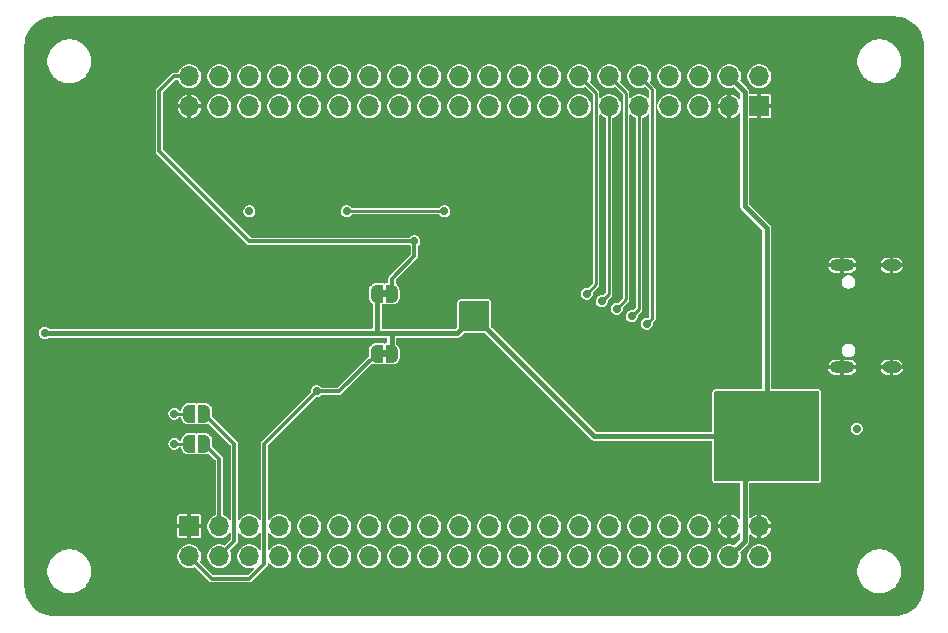
<source format=gbr>
G04 #@! TF.GenerationSoftware,KiCad,Pcbnew,9.0.2+dfsg-1*
G04 #@! TF.CreationDate,2025-05-30T20:00:10+08:00*
G04 #@! TF.ProjectId,mcustm32f402,6d637573-746d-4333-9266-3430322e6b69,a*
G04 #@! TF.SameCoordinates,PX57cf3f8PY8841978*
G04 #@! TF.FileFunction,Copper,L2,Bot*
G04 #@! TF.FilePolarity,Positive*
%FSLAX46Y46*%
G04 Gerber Fmt 4.6, Leading zero omitted, Abs format (unit mm)*
G04 Created by KiCad (PCBNEW 9.0.2+dfsg-1) date 2025-05-30 20:00:10*
%MOMM*%
%LPD*%
G01*
G04 APERTURE LIST*
G04 Aperture macros list*
%AMFreePoly0*
4,1,23,0.500000,-0.750000,0.000000,-0.750000,0.000000,-0.745722,-0.065263,-0.745722,-0.191342,-0.711940,-0.304381,-0.646677,-0.396677,-0.554381,-0.461940,-0.441342,-0.495722,-0.315263,-0.495722,-0.250000,-0.500000,-0.250000,-0.500000,0.250000,-0.495722,0.250000,-0.495722,0.315263,-0.461940,0.441342,-0.396677,0.554381,-0.304381,0.646677,-0.191342,0.711940,-0.065263,0.745722,0.000000,0.745722,
0.000000,0.750000,0.500000,0.750000,0.500000,-0.750000,0.500000,-0.750000,$1*%
%AMFreePoly1*
4,1,23,0.000000,0.745722,0.065263,0.745722,0.191342,0.711940,0.304381,0.646677,0.396677,0.554381,0.461940,0.441342,0.495722,0.315263,0.495722,0.250000,0.500000,0.250000,0.500000,-0.250000,0.495722,-0.250000,0.495722,-0.315263,0.461940,-0.441342,0.396677,-0.554381,0.304381,-0.646677,0.191342,-0.711940,0.065263,-0.745722,0.000000,-0.745722,0.000000,-0.750000,-0.500000,-0.750000,
-0.500000,0.750000,0.000000,0.750000,0.000000,0.745722,0.000000,0.745722,$1*%
G04 Aperture macros list end*
G04 #@! TA.AperFunction,EtchedComponent*
%ADD10C,0.000000*%
G04 #@! TD*
G04 #@! TA.AperFunction,ComponentPad*
%ADD11O,2.100000X1.000000*%
G04 #@! TD*
G04 #@! TA.AperFunction,ComponentPad*
%ADD12O,1.600000X1.000000*%
G04 #@! TD*
G04 #@! TA.AperFunction,ComponentPad*
%ADD13R,1.700000X1.700000*%
G04 #@! TD*
G04 #@! TA.AperFunction,ComponentPad*
%ADD14O,1.700000X1.700000*%
G04 #@! TD*
G04 #@! TA.AperFunction,SMDPad,CuDef*
%ADD15FreePoly0,180.000000*%
G04 #@! TD*
G04 #@! TA.AperFunction,SMDPad,CuDef*
%ADD16FreePoly1,180.000000*%
G04 #@! TD*
G04 #@! TA.AperFunction,SMDPad,CuDef*
%ADD17FreePoly0,0.000000*%
G04 #@! TD*
G04 #@! TA.AperFunction,SMDPad,CuDef*
%ADD18FreePoly1,0.000000*%
G04 #@! TD*
G04 #@! TA.AperFunction,ViaPad*
%ADD19C,0.700000*%
G04 #@! TD*
G04 #@! TA.AperFunction,Conductor*
%ADD20C,0.457200*%
G04 #@! TD*
G04 #@! TA.AperFunction,Conductor*
%ADD21C,0.228600*%
G04 #@! TD*
G04 #@! TA.AperFunction,Conductor*
%ADD22C,0.304800*%
G04 #@! TD*
G04 APERTURE END LIST*
D10*
G04 #@! TA.AperFunction,EtchedComponent*
G04 #@! TO.C,JP2*
G36*
X52955000Y37800000D02*
G01*
X52455000Y37800000D01*
X52455000Y38400000D01*
X52955000Y38400000D01*
X52955000Y37800000D01*
G37*
G04 #@! TD.AperFunction*
G04 #@! TA.AperFunction,EtchedComponent*
G04 #@! TO.C,JP1*
G36*
X52955000Y42880000D02*
G01*
X52455000Y42880000D01*
X52455000Y43480000D01*
X52955000Y43480000D01*
X52955000Y42880000D01*
G37*
G04 #@! TD.AperFunction*
G04 #@! TD*
D11*
G04 #@! TO.P,J1,S1,SHIELD*
G04 #@! TO.N,GND*
X91485000Y36955000D03*
D12*
X95665000Y36955000D03*
D11*
X91485000Y45595000D03*
D12*
X95665000Y45595000D03*
G04 #@! TD*
D13*
G04 #@! TO.P,J2,1,GND*
G04 #@! TO.N,GND*
X36195000Y23495000D03*
D14*
G04 #@! TO.P,J2,2,VA*
G04 #@! TO.N,VDDA*
X36195000Y20955000D03*
G04 #@! TO.P,J2,3,NRST*
G04 #@! TO.N,HNRST*
X38735000Y23495000D03*
G04 #@! TO.P,J2,4,BO0*
G04 #@! TO.N,HBO0*
X38735000Y20955000D03*
G04 #@! TO.P,J2,5,PC1*
G04 #@! TO.N,PC1*
X41275000Y23495000D03*
G04 #@! TO.P,J2,6,PC0*
G04 #@! TO.N,PC0*
X41275000Y20955000D03*
G04 #@! TO.P,J2,7,PC3*
G04 #@! TO.N,PC3*
X43815000Y23495000D03*
G04 #@! TO.P,J2,8,PC2*
G04 #@! TO.N,PC2*
X43815000Y20955000D03*
G04 #@! TO.P,J2,9,PA1*
G04 #@! TO.N,PA1*
X46355000Y23495000D03*
G04 #@! TO.P,J2,10,PA0*
G04 #@! TO.N,PA0*
X46355000Y20955000D03*
G04 #@! TO.P,J2,11,PA3*
G04 #@! TO.N,PA3*
X48895000Y23495000D03*
G04 #@! TO.P,J2,12,PA2*
G04 #@! TO.N,PA2*
X48895000Y20955000D03*
G04 #@! TO.P,J2,13,PA5*
G04 #@! TO.N,PA5*
X51435000Y23495000D03*
G04 #@! TO.P,J2,14,PA4*
G04 #@! TO.N,PA4*
X51435000Y20955000D03*
G04 #@! TO.P,J2,15,PA7*
G04 #@! TO.N,PA7*
X53975000Y23495000D03*
G04 #@! TO.P,J2,16,PA6*
G04 #@! TO.N,PA6*
X53975000Y20955000D03*
G04 #@! TO.P,J2,17,PC5*
G04 #@! TO.N,PC5*
X56515000Y23495000D03*
G04 #@! TO.P,J2,18,PC4*
G04 #@! TO.N,PC4*
X56515000Y20955000D03*
G04 #@! TO.P,J2,19,PB1*
G04 #@! TO.N,PB1*
X59055000Y23495000D03*
G04 #@! TO.P,J2,20,PB0*
G04 #@! TO.N,PB0*
X59055000Y20955000D03*
G04 #@! TO.P,J2,21,U0*
G04 #@! TO.N,unconnected-(J2-U0-Pad21)*
X61595000Y23495000D03*
G04 #@! TO.P,J2,22,PB2*
G04 #@! TO.N,PB2*
X61595000Y20955000D03*
G04 #@! TO.P,J2,23,PB11*
G04 #@! TO.N,unconnected-(J2-PB11-Pad23)*
X64135000Y23495000D03*
G04 #@! TO.P,J2,24,PB10*
G04 #@! TO.N,PB10*
X64135000Y20955000D03*
G04 #@! TO.P,J2,25,PB13*
G04 #@! TO.N,PB13*
X66675000Y23495000D03*
G04 #@! TO.P,J2,26,PB12*
G04 #@! TO.N,PB12*
X66675000Y20955000D03*
G04 #@! TO.P,J2,27,PB15*
G04 #@! TO.N,PB15*
X69215000Y23495000D03*
G04 #@! TO.P,J2,28,PB14*
G04 #@! TO.N,PB14*
X69215000Y20955000D03*
G04 #@! TO.P,J2,29,PC7*
G04 #@! TO.N,PC7*
X71755000Y23495000D03*
G04 #@! TO.P,J2,30,PC6*
G04 #@! TO.N,PC6*
X71755000Y20955000D03*
G04 #@! TO.P,J2,31,PC9*
G04 #@! TO.N,PC9*
X74295000Y23495000D03*
G04 #@! TO.P,J2,32,PC8*
G04 #@! TO.N,PC8*
X74295000Y20955000D03*
G04 #@! TO.P,J2,33,U2*
G04 #@! TO.N,unconnected-(J2-U2-Pad33)*
X76835000Y23495000D03*
G04 #@! TO.P,J2,34,U1*
G04 #@! TO.N,unconnected-(J2-U1-Pad34)*
X76835000Y20955000D03*
G04 #@! TO.P,J2,35,U4*
G04 #@! TO.N,unconnected-(J2-U4-Pad35)*
X79375000Y23495000D03*
G04 #@! TO.P,J2,36,U3*
G04 #@! TO.N,unconnected-(J2-U3-Pad36)*
X79375000Y20955000D03*
G04 #@! TO.P,J2,37,GND*
G04 #@! TO.N,GND*
X81915000Y23495000D03*
G04 #@! TO.P,J2,38,3.3V*
G04 #@! TO.N,+3V3*
X81915000Y20955000D03*
G04 #@! TO.P,J2,39,GND*
G04 #@! TO.N,GND*
X84455000Y23495000D03*
G04 #@! TO.P,J2,40,5V*
G04 #@! TO.N,+5V*
X84455000Y20955000D03*
G04 #@! TD*
D13*
G04 #@! TO.P,J3,1,GND*
G04 #@! TO.N,GND*
X84455000Y59055000D03*
D14*
G04 #@! TO.P,J3,2,5V*
G04 #@! TO.N,+5V*
X84455000Y61595000D03*
G04 #@! TO.P,J3,3,GND*
G04 #@! TO.N,GND*
X81915000Y59055000D03*
G04 #@! TO.P,J3,4,3.3V*
G04 #@! TO.N,+3V3*
X81915000Y61595000D03*
G04 #@! TO.P,J3,5,U16*
G04 #@! TO.N,unconnected-(J3-U16-Pad5)*
X79375000Y59055000D03*
G04 #@! TO.P,J3,6,U15*
G04 #@! TO.N,unconnected-(J3-U15-Pad6)*
X79375000Y61595000D03*
G04 #@! TO.P,J3,7,U14*
G04 #@! TO.N,unconnected-(J3-U14-Pad7)*
X76835000Y59055000D03*
G04 #@! TO.P,J3,8,U13*
G04 #@! TO.N,unconnected-(J3-U13-Pad8)*
X76835000Y61595000D03*
G04 #@! TO.P,J3,9,PA9*
G04 #@! TO.N,PA9*
X74295000Y59055000D03*
G04 #@! TO.P,J3,10,PA8*
G04 #@! TO.N,PA8*
X74295000Y61595000D03*
G04 #@! TO.P,J3,11,PA11*
G04 #@! TO.N,PA11*
X71755000Y59055000D03*
G04 #@! TO.P,J3,12,PA10*
G04 #@! TO.N,PA10*
X71755000Y61595000D03*
G04 #@! TO.P,J3,13,PA13*
G04 #@! TO.N,PA13*
X69215000Y59055000D03*
G04 #@! TO.P,J3,14,PA12*
G04 #@! TO.N,PA12*
X69215000Y61595000D03*
G04 #@! TO.P,J3,15,PA15*
G04 #@! TO.N,PA15*
X66675000Y59055000D03*
G04 #@! TO.P,J3,16,PA14*
G04 #@! TO.N,PA14*
X66675000Y61595000D03*
G04 #@! TO.P,J3,17,U12*
G04 #@! TO.N,unconnected-(J3-U12-Pad17)*
X64135000Y59055000D03*
G04 #@! TO.P,J3,18,U11*
G04 #@! TO.N,unconnected-(J3-U11-Pad18)*
X64135000Y61595000D03*
G04 #@! TO.P,J3,19,PC11*
G04 #@! TO.N,PC11*
X61595000Y59055000D03*
G04 #@! TO.P,J3,20,PC10*
G04 #@! TO.N,PC10*
X61595000Y61595000D03*
G04 #@! TO.P,J3,21,U8*
G04 #@! TO.N,unconnected-(J3-U8-Pad21)*
X59055000Y59055000D03*
G04 #@! TO.P,J3,22,PC12*
G04 #@! TO.N,PC12*
X59055000Y61595000D03*
G04 #@! TO.P,J3,23,PB3*
G04 #@! TO.N,PB3*
X56515000Y59055000D03*
G04 #@! TO.P,J3,24,PD2*
G04 #@! TO.N,PD2*
X56515000Y61595000D03*
G04 #@! TO.P,J3,25,PB5*
G04 #@! TO.N,PB5*
X53975000Y59055000D03*
G04 #@! TO.P,J3,26,PB4*
G04 #@! TO.N,PB4*
X53975000Y61595000D03*
G04 #@! TO.P,J3,27,PB7*
G04 #@! TO.N,PB7*
X51435000Y59055000D03*
G04 #@! TO.P,J3,28,PB6*
G04 #@! TO.N,PB6*
X51435000Y61595000D03*
G04 #@! TO.P,J3,29,PB9*
G04 #@! TO.N,PB9*
X48895000Y59055000D03*
G04 #@! TO.P,J3,30,PB8*
G04 #@! TO.N,PB8*
X48895000Y61595000D03*
G04 #@! TO.P,J3,31,U10*
G04 #@! TO.N,unconnected-(J3-U10-Pad31)*
X46355000Y59055000D03*
G04 #@! TO.P,J3,32,U9*
G04 #@! TO.N,unconnected-(J3-U9-Pad32)*
X46355000Y61595000D03*
G04 #@! TO.P,J3,33,PC13*
G04 #@! TO.N,PC13*
X43815000Y59055000D03*
G04 #@! TO.P,J3,34,PC14*
G04 #@! TO.N,PC14*
X43815000Y61595000D03*
G04 #@! TO.P,J3,35,PC15*
G04 #@! TO.N,BO0*
X41275000Y59055000D03*
G04 #@! TO.P,J3,36,U7*
G04 #@! TO.N,unconnected-(J3-U7-Pad36)*
X41275000Y61595000D03*
G04 #@! TO.P,J3,37,U6*
G04 #@! TO.N,unconnected-(J3-U6-Pad37)*
X38735000Y59055000D03*
G04 #@! TO.P,J3,38,U5*
G04 #@! TO.N,unconnected-(J3-U5-Pad38)*
X38735000Y61595000D03*
G04 #@! TO.P,J3,39,GND*
G04 #@! TO.N,GND*
X36195000Y59055000D03*
G04 #@! TO.P,J3,40,VB*
G04 #@! TO.N,VBAT*
X36195000Y61595000D03*
G04 #@! TD*
D15*
G04 #@! TO.P,JP2,1,A*
G04 #@! TO.N,+3V3*
X53355000Y38100000D03*
D16*
G04 #@! TO.P,JP2,2,B*
G04 #@! TO.N,VDDA*
X52055000Y38100000D03*
G04 #@! TD*
D17*
G04 #@! TO.P,JP1,1,A*
G04 #@! TO.N,+3V3*
X52055000Y43180000D03*
D18*
G04 #@! TO.P,JP1,2,B*
G04 #@! TO.N,VBAT*
X53355000Y43180000D03*
G04 #@! TD*
D17*
G04 #@! TO.P,JP3,1,A*
G04 #@! TO.N,NRST*
X36180000Y30480000D03*
D18*
G04 #@! TO.P,JP3,2,B*
G04 #@! TO.N,HNRST*
X37480000Y30480000D03*
G04 #@! TD*
D17*
G04 #@! TO.P,JP4,1,A*
G04 #@! TO.N,BO0*
X36180000Y33020000D03*
D18*
G04 #@! TO.P,JP4,2,B*
G04 #@! TO.N,HBO0*
X37480000Y33020000D03*
G04 #@! TD*
D19*
G04 #@! TO.N,+3V3*
X86360000Y33020000D03*
X85090000Y33020000D03*
X83820000Y33020000D03*
X83820000Y29210000D03*
X85090000Y29210000D03*
X86360000Y29210000D03*
X59690000Y41910000D03*
X83820000Y31115000D03*
X23977500Y39852500D03*
X60960000Y41910000D03*
X85090000Y31115000D03*
X59690000Y40640000D03*
X86360000Y31115000D03*
X60960000Y40640000D03*
G04 #@! TO.N,GND*
X67310000Y36195000D03*
X64135000Y28575000D03*
X69215000Y25400000D03*
X64135000Y43815000D03*
X61595000Y57150000D03*
X65325000Y51775000D03*
X64135000Y41275000D03*
X56515000Y38735000D03*
X88265000Y26035000D03*
X60325000Y37465000D03*
X60325000Y39370000D03*
X60325000Y45085000D03*
X83820000Y41275000D03*
X80645000Y43815000D03*
X55245000Y36195000D03*
X90805000Y26035000D03*
X62230000Y41275000D03*
X90805000Y27305000D03*
X65405000Y55245000D03*
X62230000Y37465000D03*
X58420000Y41275000D03*
X80645000Y38100000D03*
X50165000Y51435000D03*
X65405000Y46355000D03*
X64135000Y38735000D03*
X64135000Y33020000D03*
X86995000Y26035000D03*
X56515000Y43815000D03*
X56515000Y41275000D03*
X46990000Y36830000D03*
X57785000Y51435000D03*
X55880000Y31750000D03*
X77470000Y41275000D03*
X60325000Y43180000D03*
X53340000Y50800000D03*
X89535000Y26035000D03*
G04 #@! TO.N,PA12*
X69850000Y43180000D03*
G04 #@! TO.N,PA11*
X71120000Y42545000D03*
G04 #@! TO.N,PA10*
X72390000Y41910000D03*
G04 #@! TO.N,PA9*
X73660000Y41275000D03*
G04 #@! TO.N,PA8*
X74930000Y40640000D03*
G04 #@! TO.N,NRST*
X34925000Y30480000D03*
G04 #@! TO.N,+5V*
X92710000Y31750000D03*
G04 #@! TO.N,BO0*
X34925000Y33020000D03*
X57785000Y50165000D03*
X41275000Y50165000D03*
X49530000Y50165000D03*
G04 #@! TO.N,VBAT*
X55245000Y47625000D03*
G04 #@! TO.N,VDDA*
X46990000Y34925000D03*
G04 #@! TD*
D20*
G04 #@! TO.N,+3V3*
X52107500Y39852500D02*
X58902500Y39852500D01*
X53355000Y38100000D02*
X53355000Y39715000D01*
X85090000Y48750000D02*
X85090000Y33020000D01*
X60960000Y40640000D02*
X60960000Y41910000D01*
X83223999Y60286001D02*
X83223999Y50616001D01*
X52107500Y39852500D02*
X23977500Y39852500D01*
X81915000Y61595000D02*
X83223999Y60286001D01*
X83223999Y27343999D02*
X83223999Y22263999D01*
X59690000Y41910000D02*
X59690000Y40640000D01*
X83223999Y50616001D02*
X85090000Y48750000D01*
X85090000Y29210000D02*
X83223999Y27343999D01*
X83223999Y22263999D02*
X81915000Y20955000D01*
X59690000Y40640000D02*
X58902500Y39852500D01*
X85090000Y31115000D02*
X70485000Y31115000D01*
X60960000Y40640000D02*
X70485000Y31115000D01*
X59690000Y40640000D02*
X60960000Y40640000D01*
X52107500Y39852500D02*
X52107500Y43127500D01*
X60960000Y41910000D02*
X59690000Y41910000D01*
D21*
G04 #@! TO.N,PA12*
X69215000Y61595000D02*
X70638299Y60171701D01*
X70638299Y43968299D02*
X69850000Y43180000D01*
X70638299Y60171701D02*
X70638299Y43968299D01*
G04 #@! TO.N,PA11*
X71120000Y42545000D02*
X71755000Y43180000D01*
X71755000Y43180000D02*
X71755000Y59055000D01*
G04 #@! TO.N,PA10*
X73178299Y42698299D02*
X73178299Y60171701D01*
X72390000Y41910000D02*
X73178299Y42698299D01*
X73178299Y60171701D02*
X71755000Y61595000D01*
G04 #@! TO.N,PA9*
X73660000Y41275000D02*
X74295000Y41910000D01*
X74295000Y41910000D02*
X74295000Y59055000D01*
G04 #@! TO.N,PA8*
X75411701Y41121701D02*
X75411701Y60478299D01*
X74930000Y40640000D02*
X75411701Y41121701D01*
X75411701Y60478299D02*
X74295000Y61595000D01*
G04 #@! TO.N,NRST*
X36180000Y30480000D02*
X34925000Y30480000D01*
G04 #@! TO.N,BO0*
X57785000Y50165000D02*
X49530000Y50165000D01*
X36180000Y33020000D02*
X34925000Y33020000D01*
D22*
G04 #@! TO.N,VBAT*
X55245000Y47625000D02*
X55245000Y46355000D01*
X55245000Y47625000D02*
X41275000Y47625000D01*
X34925000Y61595000D02*
X36195000Y61595000D01*
X33655000Y60325000D02*
X34925000Y61595000D01*
X55245000Y46355000D02*
X53355000Y44465000D01*
X41275000Y47625000D02*
X33655000Y55245000D01*
X33655000Y55245000D02*
X33655000Y60325000D01*
X53355000Y44465000D02*
X53355000Y43180000D01*
G04 #@! TO.N,VDDA*
X41275000Y19050000D02*
X42545000Y20320000D01*
X46990000Y34925000D02*
X48880000Y34925000D01*
X48880000Y34925000D02*
X52055000Y38100000D01*
X36195000Y20955000D02*
X38100000Y19050000D01*
X38100000Y19050000D02*
X41275000Y19050000D01*
X42545000Y30480000D02*
X46990000Y34925000D01*
X42545000Y20320000D02*
X42545000Y30480000D01*
G04 #@! TO.N,HNRST*
X38735000Y29225000D02*
X38735000Y23495000D01*
X37480000Y30480000D02*
X38735000Y29225000D01*
G04 #@! TO.N,HBO0*
X37480000Y33020000D02*
X40005000Y30495000D01*
X40005000Y30495000D02*
X40005000Y22225000D01*
X40005000Y22225000D02*
X38735000Y20955000D01*
G04 #@! TD*
G04 #@! TA.AperFunction,Conductor*
G04 #@! TO.N,GND*
G36*
X95887264Y66664364D02*
G01*
X96185368Y66646332D01*
X96194367Y66645238D01*
X96485884Y66591816D01*
X96494679Y66589648D01*
X96777628Y66501478D01*
X96786119Y66498258D01*
X97056370Y66376628D01*
X97064408Y66372409D01*
X97318031Y66219089D01*
X97325504Y66213930D01*
X97558790Y66031162D01*
X97565587Y66025140D01*
X97775139Y65815588D01*
X97781161Y65808791D01*
X97963929Y65575505D01*
X97969088Y65568032D01*
X98122408Y65314409D01*
X98126628Y65306368D01*
X98248257Y65036120D01*
X98251477Y65027629D01*
X98339644Y64744691D01*
X98341817Y64735874D01*
X98395236Y64444376D01*
X98396331Y64435362D01*
X98414363Y64137266D01*
X98414500Y64132725D01*
X98414500Y18417276D01*
X98414363Y18412735D01*
X98396331Y18114639D01*
X98395236Y18105625D01*
X98341817Y17814127D01*
X98339644Y17805310D01*
X98251477Y17522372D01*
X98248257Y17513881D01*
X98126628Y17243633D01*
X98122408Y17235592D01*
X97969088Y16981969D01*
X97963929Y16974496D01*
X97781161Y16741210D01*
X97775139Y16734413D01*
X97565587Y16524861D01*
X97558790Y16518839D01*
X97325504Y16336071D01*
X97318031Y16330912D01*
X97064408Y16177592D01*
X97056367Y16173372D01*
X96786119Y16051743D01*
X96777628Y16048523D01*
X96494690Y15960356D01*
X96485873Y15958183D01*
X96194375Y15904764D01*
X96185361Y15903669D01*
X95927381Y15888064D01*
X95887263Y15885637D01*
X95882725Y15885500D01*
X24767275Y15885500D01*
X24762736Y15885637D01*
X24717186Y15888393D01*
X24464638Y15903669D01*
X24455624Y15904764D01*
X24164126Y15958183D01*
X24155309Y15960356D01*
X23872371Y16048523D01*
X23863880Y16051743D01*
X23593632Y16173372D01*
X23585591Y16177592D01*
X23331968Y16330912D01*
X23324495Y16336071D01*
X23091209Y16518839D01*
X23084412Y16524861D01*
X22874860Y16734413D01*
X22868838Y16741210D01*
X22686070Y16974496D01*
X22680911Y16981969D01*
X22527591Y17235592D01*
X22523371Y17243633D01*
X22401742Y17513881D01*
X22398522Y17522372D01*
X22340735Y17707818D01*
X22310352Y17805321D01*
X22308184Y17814116D01*
X22254762Y18105633D01*
X22253668Y18114632D01*
X22235637Y18412736D01*
X22235500Y18417276D01*
X22235500Y19806288D01*
X24184500Y19806288D01*
X24184500Y19563712D01*
X24216162Y19323211D01*
X24278946Y19088900D01*
X24278947Y19088896D01*
X24278948Y19088895D01*
X24371776Y18864787D01*
X24493065Y18654709D01*
X24640730Y18462268D01*
X24640742Y18462254D01*
X24812253Y18290743D01*
X24812267Y18290731D01*
X24836981Y18271767D01*
X25004711Y18143064D01*
X25214788Y18021776D01*
X25438900Y17928946D01*
X25673211Y17866162D01*
X25913712Y17834500D01*
X25913715Y17834500D01*
X26156285Y17834500D01*
X26156288Y17834500D01*
X26396789Y17866162D01*
X26631100Y17928946D01*
X26855212Y18021776D01*
X27065289Y18143064D01*
X27257738Y18290735D01*
X27429265Y18462262D01*
X27576936Y18654711D01*
X27698224Y18864788D01*
X27791054Y19088900D01*
X27853838Y19323211D01*
X27885500Y19563712D01*
X27885500Y19806288D01*
X27853838Y20046789D01*
X27791054Y20281100D01*
X27698224Y20505212D01*
X27576936Y20715289D01*
X27429265Y20907738D01*
X27429263Y20907740D01*
X27429257Y20907747D01*
X27257746Y21079258D01*
X27257732Y21079270D01*
X27065291Y21226935D01*
X26855213Y21348224D01*
X26631105Y21441052D01*
X26631104Y21441053D01*
X26631100Y21441054D01*
X26396789Y21503838D01*
X26156288Y21535500D01*
X25913712Y21535500D01*
X25673211Y21503838D01*
X25438900Y21441054D01*
X25438897Y21441053D01*
X25438894Y21441052D01*
X25214786Y21348224D01*
X25004708Y21226935D01*
X24812267Y21079270D01*
X24812253Y21079258D01*
X24640742Y20907747D01*
X24640730Y20907733D01*
X24493065Y20715292D01*
X24371776Y20505214D01*
X24278948Y20281106D01*
X24278946Y20281100D01*
X24216162Y20046789D01*
X24184500Y19806288D01*
X22235500Y19806288D01*
X22235500Y24360013D01*
X35192600Y24360013D01*
X35192600Y23647400D01*
X35718198Y23647400D01*
X35695000Y23560826D01*
X35695000Y23429174D01*
X35718198Y23342600D01*
X35192600Y23342600D01*
X35192600Y22629988D01*
X35201441Y22585538D01*
X35201442Y22585536D01*
X35235126Y22535127D01*
X35285535Y22501443D01*
X35285537Y22501442D01*
X35329987Y22492600D01*
X36042600Y22492600D01*
X36042600Y23018198D01*
X36129174Y22995000D01*
X36260826Y22995000D01*
X36347400Y23018198D01*
X36347400Y22492600D01*
X37060013Y22492600D01*
X37104462Y22501442D01*
X37104464Y22501443D01*
X37154873Y22535127D01*
X37188557Y22585536D01*
X37188558Y22585538D01*
X37197400Y22629988D01*
X37197400Y23342600D01*
X36671802Y23342600D01*
X36695000Y23429174D01*
X36695000Y23560826D01*
X36671802Y23647400D01*
X37197400Y23647400D01*
X37197400Y24360013D01*
X37188558Y24404463D01*
X37188557Y24404465D01*
X37154873Y24454874D01*
X37104464Y24488558D01*
X37104462Y24488559D01*
X37060013Y24497400D01*
X36347400Y24497400D01*
X36347400Y23971803D01*
X36260826Y23995000D01*
X36129174Y23995000D01*
X36042600Y23971803D01*
X36042600Y24497400D01*
X35329987Y24497400D01*
X35285537Y24488559D01*
X35285535Y24488558D01*
X35235126Y24454874D01*
X35201442Y24404465D01*
X35201441Y24404463D01*
X35192600Y24360013D01*
X22235500Y24360013D01*
X22235500Y39918708D01*
X23474600Y39918708D01*
X23474600Y39786292D01*
X23495162Y39709550D01*
X23508871Y39658386D01*
X23575078Y39543714D01*
X23575082Y39543708D01*
X23668707Y39450083D01*
X23668710Y39450081D01*
X23668712Y39450079D01*
X23719275Y39420887D01*
X23783385Y39383872D01*
X23783387Y39383872D01*
X23783388Y39383871D01*
X23911292Y39349600D01*
X23911294Y39349600D01*
X24043706Y39349600D01*
X24043708Y39349600D01*
X24171612Y39383871D01*
X24286288Y39450079D01*
X24286294Y39450086D01*
X24290199Y39453080D01*
X24291197Y39451779D01*
X24331804Y39470714D01*
X24338358Y39471000D01*
X52057275Y39471000D01*
X52157725Y39471000D01*
X52898300Y39471000D01*
X52946638Y39453407D01*
X52972358Y39408858D01*
X52973500Y39395800D01*
X52973500Y39083100D01*
X52955907Y39034762D01*
X52911358Y39009042D01*
X52898300Y39007900D01*
X52855000Y39007900D01*
X52776050Y38986745D01*
X52776049Y38986745D01*
X52776048Y38986744D01*
X52776046Y38986743D01*
X52758174Y38968870D01*
X52711554Y38947130D01*
X52661867Y38960444D01*
X52651826Y38968870D01*
X52633953Y38986743D01*
X52633951Y38986744D01*
X52633950Y38986745D01*
X52555000Y39007900D01*
X51989174Y39007900D01*
X51989167Y39007900D01*
X51948314Y39002521D01*
X51948290Y39002516D01*
X51821146Y38968447D01*
X51821129Y38968441D01*
X51783058Y38952671D01*
X51669040Y38886843D01*
X51636346Y38861756D01*
X51636332Y38861744D01*
X51543256Y38768668D01*
X51543244Y38768654D01*
X51518157Y38735960D01*
X51452329Y38621942D01*
X51436559Y38583871D01*
X51436553Y38583854D01*
X51402484Y38456710D01*
X51402479Y38456686D01*
X51397100Y38415833D01*
X51397100Y37905007D01*
X51379507Y37856669D01*
X51375074Y37851833D01*
X48775567Y35252326D01*
X48728947Y35230586D01*
X48722393Y35230300D01*
X47427058Y35230300D01*
X47378720Y35247893D01*
X47373884Y35252326D01*
X47298792Y35327418D01*
X47298786Y35327422D01*
X47184114Y35393629D01*
X47120160Y35410765D01*
X47056208Y35427900D01*
X46923792Y35427900D01*
X46872630Y35414192D01*
X46795885Y35393629D01*
X46681213Y35327422D01*
X46681207Y35327418D01*
X46587582Y35233793D01*
X46587578Y35233787D01*
X46521371Y35119115D01*
X46516382Y35100493D01*
X46487100Y34991208D01*
X46487100Y34991206D01*
X46487100Y34885008D01*
X46469507Y34836670D01*
X46465074Y34831834D01*
X42300699Y30667460D01*
X42260509Y30597849D01*
X42260506Y30597841D01*
X42239700Y30520193D01*
X42239700Y30520191D01*
X42239700Y24104299D01*
X42222107Y24055961D01*
X42177558Y24030241D01*
X42126900Y24039174D01*
X42101974Y24062520D01*
X42074058Y24104299D01*
X42054004Y24134312D01*
X42054001Y24134315D01*
X42053998Y24134319D01*
X41914317Y24274000D01*
X41914313Y24274003D01*
X41914312Y24274004D01*
X41750051Y24383759D01*
X41626720Y24434844D01*
X41567538Y24459358D01*
X41567537Y24459359D01*
X41373778Y24497900D01*
X41373777Y24497900D01*
X41176223Y24497900D01*
X41176222Y24497900D01*
X40982462Y24459359D01*
X40982461Y24459358D01*
X40799950Y24383760D01*
X40635682Y24274000D01*
X40496001Y24134319D01*
X40495995Y24134311D01*
X40448026Y24062520D01*
X40406543Y24032103D01*
X40355213Y24035468D01*
X40318055Y24071039D01*
X40310300Y24104299D01*
X40310300Y30535191D01*
X40310300Y30535193D01*
X40289494Y30612841D01*
X40289494Y30612842D01*
X40249300Y30682459D01*
X40249299Y30682460D01*
X40249298Y30682462D01*
X38159926Y32771834D01*
X38138186Y32818454D01*
X38137900Y32825008D01*
X38137900Y33335828D01*
X38137899Y33335833D01*
X38132520Y33376686D01*
X38132519Y33376694D01*
X38102525Y33488629D01*
X38098446Y33503854D01*
X38098440Y33503871D01*
X38082670Y33541942D01*
X38082670Y33541943D01*
X38016844Y33655957D01*
X37991751Y33688659D01*
X37991749Y33688661D01*
X37991743Y33688668D01*
X37898667Y33781744D01*
X37898653Y33781756D01*
X37865959Y33806843D01*
X37793027Y33848950D01*
X37751943Y33872670D01*
X37751941Y33872671D01*
X37713870Y33888441D01*
X37713853Y33888447D01*
X37586709Y33922516D01*
X37586685Y33922521D01*
X37545832Y33927900D01*
X37545826Y33927900D01*
X36980000Y33927900D01*
X36901050Y33906745D01*
X36901049Y33906745D01*
X36901048Y33906744D01*
X36901046Y33906743D01*
X36883174Y33888870D01*
X36836554Y33867130D01*
X36786867Y33880444D01*
X36776826Y33888870D01*
X36758953Y33906743D01*
X36758951Y33906744D01*
X36758950Y33906745D01*
X36680000Y33927900D01*
X36114174Y33927900D01*
X36114167Y33927900D01*
X36073314Y33922521D01*
X36073290Y33922516D01*
X35946146Y33888447D01*
X35946129Y33888441D01*
X35908058Y33872671D01*
X35794040Y33806843D01*
X35761346Y33781756D01*
X35761332Y33781744D01*
X35668256Y33688668D01*
X35668244Y33688654D01*
X35643157Y33655960D01*
X35577329Y33541942D01*
X35561559Y33503871D01*
X35561553Y33503854D01*
X35527484Y33376710D01*
X35527479Y33376686D01*
X35524306Y33352583D01*
X35517452Y33339419D01*
X35514875Y33324800D01*
X35505938Y33317302D01*
X35500553Y33306956D01*
X35486841Y33301277D01*
X35475470Y33291735D01*
X35455156Y33288154D01*
X35453029Y33287272D01*
X35449750Y33287200D01*
X35394849Y33287200D01*
X35346511Y33304793D01*
X35329723Y33324801D01*
X35327420Y33328790D01*
X35233792Y33422418D01*
X35233786Y33422422D01*
X35119114Y33488629D01*
X35055160Y33505765D01*
X34991208Y33522900D01*
X34858792Y33522900D01*
X34807630Y33509192D01*
X34730885Y33488629D01*
X34616213Y33422422D01*
X34616207Y33422418D01*
X34522582Y33328793D01*
X34522578Y33328787D01*
X34456371Y33214115D01*
X34435808Y33137370D01*
X34422100Y33086208D01*
X34422100Y32953792D01*
X34442662Y32877050D01*
X34456371Y32825886D01*
X34522578Y32711214D01*
X34522582Y32711208D01*
X34616207Y32617583D01*
X34616210Y32617581D01*
X34616212Y32617579D01*
X34666775Y32588387D01*
X34730885Y32551372D01*
X34730887Y32551372D01*
X34730888Y32551371D01*
X34858792Y32517100D01*
X34858794Y32517100D01*
X34991206Y32517100D01*
X34991208Y32517100D01*
X35119112Y32551371D01*
X35233788Y32617579D01*
X35327421Y32711212D01*
X35329723Y32715199D01*
X35369128Y32748264D01*
X35369129Y32748265D01*
X35394849Y32752800D01*
X35449750Y32752800D01*
X35498088Y32735207D01*
X35523808Y32690658D01*
X35524306Y32687417D01*
X35527479Y32663315D01*
X35527484Y32663291D01*
X35561553Y32536147D01*
X35561559Y32536130D01*
X35577329Y32498059D01*
X35643157Y32384041D01*
X35668244Y32351347D01*
X35668256Y32351333D01*
X35761332Y32258257D01*
X35761346Y32258245D01*
X35784448Y32240518D01*
X35794043Y32233156D01*
X35908057Y32167330D01*
X35936403Y32155589D01*
X35944050Y32152421D01*
X35946139Y32151556D01*
X35946144Y32151555D01*
X35946146Y32151554D01*
X36073290Y32117485D01*
X36073294Y32117484D01*
X36073306Y32117481D01*
X36114168Y32112101D01*
X36114172Y32112100D01*
X36114174Y32112100D01*
X36679997Y32112100D01*
X36680000Y32112100D01*
X36758950Y32133255D01*
X36758953Y32133258D01*
X36776826Y32151130D01*
X36823446Y32172870D01*
X36873133Y32159556D01*
X36883174Y32151130D01*
X36901046Y32133258D01*
X36901048Y32133257D01*
X36901050Y32133255D01*
X36980000Y32112100D01*
X36980003Y32112100D01*
X37545828Y32112100D01*
X37545830Y32112101D01*
X37586694Y32117481D01*
X37713861Y32151556D01*
X37751943Y32167330D01*
X37796412Y32193006D01*
X37847070Y32201938D01*
X37887187Y32181054D01*
X39677674Y30390567D01*
X39699414Y30343947D01*
X39699700Y30337393D01*
X39699700Y24104299D01*
X39682107Y24055961D01*
X39637558Y24030241D01*
X39586900Y24039174D01*
X39561974Y24062520D01*
X39534058Y24104299D01*
X39514004Y24134312D01*
X39514001Y24134315D01*
X39513998Y24134319D01*
X39374317Y24274000D01*
X39374313Y24274003D01*
X39374312Y24274004D01*
X39210051Y24383759D01*
X39210049Y24383760D01*
X39086722Y24434844D01*
X39048797Y24469597D01*
X39040300Y24504320D01*
X39040300Y29265191D01*
X39040300Y29265193D01*
X39019494Y29342841D01*
X38984119Y29404112D01*
X38979300Y29412459D01*
X38979298Y29412461D01*
X38979296Y29412464D01*
X38159926Y30231834D01*
X38138186Y30278454D01*
X38137900Y30285008D01*
X38137900Y30795828D01*
X38137899Y30795833D01*
X38132520Y30836686D01*
X38132519Y30836694D01*
X38102525Y30948629D01*
X38098446Y30963854D01*
X38098440Y30963871D01*
X38082670Y31001942D01*
X38082670Y31001943D01*
X38016844Y31115957D01*
X37991751Y31148659D01*
X37991749Y31148661D01*
X37991743Y31148668D01*
X37898667Y31241744D01*
X37898653Y31241756D01*
X37865959Y31266843D01*
X37793027Y31308950D01*
X37751943Y31332670D01*
X37751941Y31332671D01*
X37713870Y31348441D01*
X37713853Y31348447D01*
X37586709Y31382516D01*
X37586685Y31382521D01*
X37545832Y31387900D01*
X37545826Y31387900D01*
X36980000Y31387900D01*
X36901050Y31366745D01*
X36901049Y31366745D01*
X36901048Y31366744D01*
X36901046Y31366743D01*
X36883174Y31348870D01*
X36836554Y31327130D01*
X36786867Y31340444D01*
X36776826Y31348870D01*
X36758953Y31366743D01*
X36758951Y31366744D01*
X36758950Y31366745D01*
X36680000Y31387900D01*
X36114174Y31387900D01*
X36114167Y31387900D01*
X36073314Y31382521D01*
X36073290Y31382516D01*
X35946146Y31348447D01*
X35946129Y31348441D01*
X35908058Y31332671D01*
X35794040Y31266843D01*
X35761346Y31241756D01*
X35761332Y31241744D01*
X35668256Y31148668D01*
X35668244Y31148654D01*
X35643157Y31115960D01*
X35577329Y31001942D01*
X35561559Y30963871D01*
X35561553Y30963854D01*
X35527484Y30836710D01*
X35527479Y30836686D01*
X35524306Y30812583D01*
X35517452Y30799419D01*
X35514875Y30784800D01*
X35505938Y30777302D01*
X35500553Y30766956D01*
X35486841Y30761277D01*
X35475470Y30751735D01*
X35455156Y30748154D01*
X35453029Y30747272D01*
X35449750Y30747200D01*
X35394849Y30747200D01*
X35346511Y30764793D01*
X35329723Y30784801D01*
X35327420Y30788790D01*
X35233792Y30882418D01*
X35233786Y30882422D01*
X35119114Y30948629D01*
X35055160Y30965765D01*
X34991208Y30982900D01*
X34858792Y30982900D01*
X34807630Y30969192D01*
X34730885Y30948629D01*
X34616213Y30882422D01*
X34616207Y30882418D01*
X34522582Y30788793D01*
X34522578Y30788787D01*
X34456371Y30674115D01*
X34454588Y30667459D01*
X34422100Y30546208D01*
X34422100Y30413792D01*
X34442571Y30337393D01*
X34456371Y30285886D01*
X34522578Y30171214D01*
X34522582Y30171208D01*
X34616207Y30077583D01*
X34616210Y30077581D01*
X34616212Y30077579D01*
X34666775Y30048387D01*
X34730885Y30011372D01*
X34730887Y30011372D01*
X34730888Y30011371D01*
X34858792Y29977100D01*
X34858794Y29977100D01*
X34991206Y29977100D01*
X34991208Y29977100D01*
X35119112Y30011371D01*
X35233788Y30077579D01*
X35327421Y30171212D01*
X35329723Y30175199D01*
X35369128Y30208264D01*
X35369129Y30208265D01*
X35394849Y30212800D01*
X35449750Y30212800D01*
X35498088Y30195207D01*
X35523808Y30150658D01*
X35524306Y30147417D01*
X35527479Y30123315D01*
X35527484Y30123291D01*
X35561553Y29996147D01*
X35561559Y29996130D01*
X35577329Y29958059D01*
X35643157Y29844041D01*
X35668244Y29811347D01*
X35668256Y29811333D01*
X35761332Y29718257D01*
X35761346Y29718245D01*
X35784448Y29700518D01*
X35794043Y29693156D01*
X35908057Y29627330D01*
X35946139Y29611556D01*
X35946144Y29611555D01*
X35946146Y29611554D01*
X36073290Y29577485D01*
X36073294Y29577484D01*
X36073306Y29577481D01*
X36114168Y29572101D01*
X36114172Y29572100D01*
X36114174Y29572100D01*
X36679997Y29572100D01*
X36680000Y29572100D01*
X36758950Y29593255D01*
X36758953Y29593258D01*
X36776826Y29611130D01*
X36823446Y29632870D01*
X36873133Y29619556D01*
X36883174Y29611130D01*
X36901046Y29593258D01*
X36901048Y29593257D01*
X36901050Y29593255D01*
X36980000Y29572100D01*
X36980003Y29572100D01*
X37545828Y29572100D01*
X37545830Y29572101D01*
X37586694Y29577481D01*
X37713861Y29611556D01*
X37751943Y29627330D01*
X37796412Y29653006D01*
X37847070Y29661938D01*
X37887187Y29641054D01*
X38407674Y29120567D01*
X38429414Y29073947D01*
X38429700Y29067393D01*
X38429700Y24504320D01*
X38412107Y24455982D01*
X38383278Y24434844D01*
X38259950Y24383760D01*
X38095682Y24274000D01*
X37956000Y24134318D01*
X37846240Y23970050D01*
X37770642Y23787539D01*
X37770641Y23787538D01*
X37732100Y23593778D01*
X37732100Y23396223D01*
X37770641Y23202463D01*
X37770642Y23202462D01*
X37846241Y23019949D01*
X37955996Y22855688D01*
X37955997Y22855687D01*
X37956000Y22855683D01*
X38095682Y22716001D01*
X38095685Y22715999D01*
X38095688Y22715996D01*
X38259949Y22606241D01*
X38442461Y22530643D01*
X38442462Y22530642D01*
X38442463Y22530642D01*
X38442465Y22530641D01*
X38572218Y22504832D01*
X38636222Y22492100D01*
X38636223Y22492100D01*
X38833778Y22492100D01*
X38889967Y22503277D01*
X39027535Y22530641D01*
X39210051Y22606241D01*
X39374312Y22715996D01*
X39514004Y22855688D01*
X39561975Y22927483D01*
X39603457Y22957898D01*
X39654786Y22954534D01*
X39691945Y22918962D01*
X39699700Y22885702D01*
X39699700Y22382608D01*
X39682107Y22334270D01*
X39677674Y22329434D01*
X39232816Y21884577D01*
X39186196Y21862837D01*
X39150864Y21868275D01*
X39027538Y21919358D01*
X39027537Y21919359D01*
X38833778Y21957900D01*
X38833777Y21957900D01*
X38636223Y21957900D01*
X38636222Y21957900D01*
X38442462Y21919359D01*
X38442461Y21919358D01*
X38259950Y21843760D01*
X38095682Y21734000D01*
X37956000Y21594318D01*
X37846240Y21430050D01*
X37770642Y21247539D01*
X37770641Y21247538D01*
X37732100Y21053778D01*
X37732100Y20856223D01*
X37770641Y20662463D01*
X37770642Y20662462D01*
X37846240Y20479951D01*
X37846241Y20479949D01*
X37955996Y20315688D01*
X37955997Y20315687D01*
X37956000Y20315683D01*
X38095682Y20176001D01*
X38095685Y20175999D01*
X38095688Y20175996D01*
X38259949Y20066241D01*
X38442461Y19990643D01*
X38442462Y19990642D01*
X38442463Y19990642D01*
X38442465Y19990641D01*
X38572218Y19964832D01*
X38636222Y19952100D01*
X38636223Y19952100D01*
X38833778Y19952100D01*
X38881889Y19961671D01*
X39027535Y19990641D01*
X39210051Y20066241D01*
X39374312Y20175996D01*
X39514004Y20315688D01*
X39623759Y20479949D01*
X39699359Y20662465D01*
X39737900Y20856223D01*
X39737900Y21053777D01*
X39732831Y21079258D01*
X39728264Y21102217D01*
X39699359Y21247535D01*
X39648272Y21370867D01*
X39646029Y21422257D01*
X39664571Y21452814D01*
X40249300Y22037541D01*
X40289494Y22107158D01*
X40295068Y22127964D01*
X40310300Y22184807D01*
X40310300Y22885702D01*
X40327893Y22934040D01*
X40372442Y22959760D01*
X40423100Y22950827D01*
X40448023Y22927485D01*
X40495996Y22855688D01*
X40495997Y22855687D01*
X40496000Y22855683D01*
X40635682Y22716001D01*
X40635685Y22715999D01*
X40635688Y22715996D01*
X40799949Y22606241D01*
X40982461Y22530643D01*
X40982462Y22530642D01*
X40982463Y22530642D01*
X40982465Y22530641D01*
X41112218Y22504832D01*
X41176222Y22492100D01*
X41176223Y22492100D01*
X41373778Y22492100D01*
X41429967Y22503277D01*
X41567535Y22530641D01*
X41750051Y22606241D01*
X41914312Y22715996D01*
X42054004Y22855688D01*
X42101975Y22927483D01*
X42143457Y22957898D01*
X42194786Y22954534D01*
X42231945Y22918962D01*
X42239700Y22885702D01*
X42239700Y21564299D01*
X42222107Y21515961D01*
X42177558Y21490241D01*
X42126900Y21499174D01*
X42101974Y21522520D01*
X42074058Y21564299D01*
X42054004Y21594312D01*
X42054001Y21594315D01*
X42053998Y21594319D01*
X41914317Y21734000D01*
X41914313Y21734003D01*
X41914312Y21734004D01*
X41750051Y21843759D01*
X41737287Y21849046D01*
X41567538Y21919358D01*
X41567537Y21919359D01*
X41373778Y21957900D01*
X41373777Y21957900D01*
X41176223Y21957900D01*
X41176222Y21957900D01*
X40982462Y21919359D01*
X40982461Y21919358D01*
X40799950Y21843760D01*
X40635682Y21734000D01*
X40496000Y21594318D01*
X40386240Y21430050D01*
X40310642Y21247539D01*
X40310641Y21247538D01*
X40272100Y21053778D01*
X40272100Y20856223D01*
X40310641Y20662463D01*
X40310642Y20662462D01*
X40386240Y20479951D01*
X40386241Y20479949D01*
X40495996Y20315688D01*
X40495997Y20315687D01*
X40496000Y20315683D01*
X40635682Y20176001D01*
X40635685Y20175999D01*
X40635688Y20175996D01*
X40799949Y20066241D01*
X40982461Y19990643D01*
X40982462Y19990642D01*
X40982463Y19990642D01*
X40982465Y19990641D01*
X41112218Y19964832D01*
X41176222Y19952100D01*
X41176223Y19952100D01*
X41373778Y19952100D01*
X41421889Y19961671D01*
X41567535Y19990641D01*
X41587582Y19998946D01*
X41638973Y20001190D01*
X41679784Y19969877D01*
X41690919Y19919656D01*
X41669536Y19876296D01*
X41170567Y19377326D01*
X41123947Y19355586D01*
X41117393Y19355300D01*
X38257608Y19355300D01*
X38209270Y19372893D01*
X38204434Y19377326D01*
X37124576Y20457184D01*
X37102836Y20503804D01*
X37108273Y20539134D01*
X37159359Y20662465D01*
X37197900Y20856223D01*
X37197900Y21053777D01*
X37192831Y21079258D01*
X37185168Y21117782D01*
X37159359Y21247535D01*
X37083759Y21430051D01*
X36974004Y21594312D01*
X36974001Y21594315D01*
X36973999Y21594318D01*
X36834317Y21734000D01*
X36834313Y21734003D01*
X36834312Y21734004D01*
X36670051Y21843759D01*
X36657287Y21849046D01*
X36487538Y21919358D01*
X36487537Y21919359D01*
X36293778Y21957900D01*
X36293777Y21957900D01*
X36096223Y21957900D01*
X36096222Y21957900D01*
X35902462Y21919359D01*
X35902461Y21919358D01*
X35719950Y21843760D01*
X35555682Y21734000D01*
X35416000Y21594318D01*
X35306240Y21430050D01*
X35230642Y21247539D01*
X35230641Y21247538D01*
X35192100Y21053778D01*
X35192100Y20856223D01*
X35230641Y20662463D01*
X35230642Y20662462D01*
X35306240Y20479951D01*
X35306241Y20479949D01*
X35415996Y20315688D01*
X35415997Y20315687D01*
X35416000Y20315683D01*
X35555682Y20176001D01*
X35555685Y20175999D01*
X35555688Y20175996D01*
X35719949Y20066241D01*
X35902461Y19990643D01*
X35902462Y19990642D01*
X35902463Y19990642D01*
X35902465Y19990641D01*
X36032218Y19964832D01*
X36096222Y19952100D01*
X36096223Y19952100D01*
X36293778Y19952100D01*
X36341889Y19961671D01*
X36487535Y19990641D01*
X36610865Y20041727D01*
X36662255Y20043970D01*
X36692816Y20025424D01*
X37912536Y18805703D01*
X37912545Y18805696D01*
X37982155Y18765508D01*
X37982159Y18765506D01*
X38059807Y18744700D01*
X38059810Y18744700D01*
X41315190Y18744700D01*
X41315193Y18744700D01*
X41392841Y18765506D01*
X41462459Y18805700D01*
X41979970Y19323211D01*
X42463048Y19806288D01*
X92764500Y19806288D01*
X92764500Y19563712D01*
X92796162Y19323211D01*
X92858946Y19088900D01*
X92858947Y19088896D01*
X92858948Y19088895D01*
X92951776Y18864787D01*
X93073065Y18654709D01*
X93220730Y18462268D01*
X93220742Y18462254D01*
X93392253Y18290743D01*
X93392267Y18290731D01*
X93416981Y18271767D01*
X93584711Y18143064D01*
X93794788Y18021776D01*
X94018900Y17928946D01*
X94253211Y17866162D01*
X94493712Y17834500D01*
X94493715Y17834500D01*
X94736285Y17834500D01*
X94736288Y17834500D01*
X94976789Y17866162D01*
X95211100Y17928946D01*
X95435212Y18021776D01*
X95645289Y18143064D01*
X95837738Y18290735D01*
X96009265Y18462262D01*
X96156936Y18654711D01*
X96278224Y18864788D01*
X96371054Y19088900D01*
X96433838Y19323211D01*
X96465500Y19563712D01*
X96465500Y19806288D01*
X96433838Y20046789D01*
X96371054Y20281100D01*
X96278224Y20505212D01*
X96156936Y20715289D01*
X96009265Y20907738D01*
X96009263Y20907740D01*
X96009257Y20907747D01*
X95837746Y21079258D01*
X95837732Y21079270D01*
X95645291Y21226935D01*
X95435213Y21348224D01*
X95211105Y21441052D01*
X95211104Y21441053D01*
X95211100Y21441054D01*
X94976789Y21503838D01*
X94736288Y21535500D01*
X94493712Y21535500D01*
X94253211Y21503838D01*
X94018900Y21441054D01*
X94018897Y21441053D01*
X94018894Y21441052D01*
X93794786Y21348224D01*
X93584708Y21226935D01*
X93392267Y21079270D01*
X93392253Y21079258D01*
X93220742Y20907747D01*
X93220730Y20907733D01*
X93073065Y20715292D01*
X92951776Y20505214D01*
X92858948Y20281106D01*
X92858946Y20281100D01*
X92796162Y20046789D01*
X92764500Y19806288D01*
X42463048Y19806288D01*
X42518684Y19861924D01*
X42789296Y20132537D01*
X42789300Y20132541D01*
X42829494Y20202158D01*
X42835068Y20222964D01*
X42850300Y20279807D01*
X42850300Y20350390D01*
X42850882Y20355040D01*
X42860602Y20374010D01*
X42867893Y20394040D01*
X42872116Y20396479D01*
X42874341Y20400819D01*
X42893982Y20409103D01*
X42912442Y20419760D01*
X42917244Y20418914D01*
X42921738Y20420808D01*
X42942106Y20414529D01*
X42963100Y20410827D01*
X42967508Y20406699D01*
X42970896Y20405654D01*
X42974378Y20400264D01*
X42988023Y20387485D01*
X43035996Y20315688D01*
X43035997Y20315687D01*
X43036000Y20315683D01*
X43175682Y20176001D01*
X43175685Y20175999D01*
X43175688Y20175996D01*
X43339949Y20066241D01*
X43522461Y19990643D01*
X43522462Y19990642D01*
X43522463Y19990642D01*
X43522465Y19990641D01*
X43652218Y19964832D01*
X43716222Y19952100D01*
X43716223Y19952100D01*
X43913778Y19952100D01*
X43961889Y19961671D01*
X44107535Y19990641D01*
X44290051Y20066241D01*
X44454312Y20175996D01*
X44594004Y20315688D01*
X44703759Y20479949D01*
X44779359Y20662465D01*
X44817900Y20856223D01*
X44817900Y21053777D01*
X44817900Y21053778D01*
X45352100Y21053778D01*
X45352100Y20856223D01*
X45390641Y20662463D01*
X45390642Y20662462D01*
X45466240Y20479951D01*
X45466241Y20479949D01*
X45575996Y20315688D01*
X45575997Y20315687D01*
X45576000Y20315683D01*
X45715682Y20176001D01*
X45715685Y20175999D01*
X45715688Y20175996D01*
X45879949Y20066241D01*
X46062461Y19990643D01*
X46062462Y19990642D01*
X46062463Y19990642D01*
X46062465Y19990641D01*
X46192218Y19964832D01*
X46256222Y19952100D01*
X46256223Y19952100D01*
X46453778Y19952100D01*
X46501889Y19961671D01*
X46647535Y19990641D01*
X46830051Y20066241D01*
X46994312Y20175996D01*
X47134004Y20315688D01*
X47243759Y20479949D01*
X47319359Y20662465D01*
X47357900Y20856223D01*
X47357900Y21053777D01*
X47357900Y21053778D01*
X47892100Y21053778D01*
X47892100Y20856223D01*
X47930641Y20662463D01*
X47930642Y20662462D01*
X48006240Y20479951D01*
X48006241Y20479949D01*
X48115996Y20315688D01*
X48115997Y20315687D01*
X48116000Y20315683D01*
X48255682Y20176001D01*
X48255685Y20175999D01*
X48255688Y20175996D01*
X48419949Y20066241D01*
X48602461Y19990643D01*
X48602462Y19990642D01*
X48602463Y19990642D01*
X48602465Y19990641D01*
X48732218Y19964832D01*
X48796222Y19952100D01*
X48796223Y19952100D01*
X48993778Y19952100D01*
X49041889Y19961671D01*
X49187535Y19990641D01*
X49370051Y20066241D01*
X49534312Y20175996D01*
X49674004Y20315688D01*
X49783759Y20479949D01*
X49859359Y20662465D01*
X49897900Y20856223D01*
X49897900Y21053777D01*
X49897900Y21053778D01*
X50432100Y21053778D01*
X50432100Y20856223D01*
X50470641Y20662463D01*
X50470642Y20662462D01*
X50546240Y20479951D01*
X50546241Y20479949D01*
X50655996Y20315688D01*
X50655997Y20315687D01*
X50656000Y20315683D01*
X50795682Y20176001D01*
X50795685Y20175999D01*
X50795688Y20175996D01*
X50959949Y20066241D01*
X51142461Y19990643D01*
X51142462Y19990642D01*
X51142463Y19990642D01*
X51142465Y19990641D01*
X51272218Y19964832D01*
X51336222Y19952100D01*
X51336223Y19952100D01*
X51533778Y19952100D01*
X51581889Y19961671D01*
X51727535Y19990641D01*
X51910051Y20066241D01*
X52074312Y20175996D01*
X52214004Y20315688D01*
X52323759Y20479949D01*
X52399359Y20662465D01*
X52437900Y20856223D01*
X52437900Y21053777D01*
X52437900Y21053778D01*
X52972100Y21053778D01*
X52972100Y20856223D01*
X53010641Y20662463D01*
X53010642Y20662462D01*
X53086240Y20479951D01*
X53086241Y20479949D01*
X53195996Y20315688D01*
X53195997Y20315687D01*
X53196000Y20315683D01*
X53335682Y20176001D01*
X53335685Y20175999D01*
X53335688Y20175996D01*
X53499949Y20066241D01*
X53682461Y19990643D01*
X53682462Y19990642D01*
X53682463Y19990642D01*
X53682465Y19990641D01*
X53812218Y19964832D01*
X53876222Y19952100D01*
X53876223Y19952100D01*
X54073778Y19952100D01*
X54121889Y19961671D01*
X54267535Y19990641D01*
X54450051Y20066241D01*
X54614312Y20175996D01*
X54754004Y20315688D01*
X54863759Y20479949D01*
X54939359Y20662465D01*
X54977900Y20856223D01*
X54977900Y21053777D01*
X54977900Y21053778D01*
X55512100Y21053778D01*
X55512100Y20856223D01*
X55550641Y20662463D01*
X55550642Y20662462D01*
X55626240Y20479951D01*
X55626241Y20479949D01*
X55735996Y20315688D01*
X55735997Y20315687D01*
X55736000Y20315683D01*
X55875682Y20176001D01*
X55875685Y20175999D01*
X55875688Y20175996D01*
X56039949Y20066241D01*
X56222461Y19990643D01*
X56222462Y19990642D01*
X56222463Y19990642D01*
X56222465Y19990641D01*
X56352218Y19964832D01*
X56416222Y19952100D01*
X56416223Y19952100D01*
X56613778Y19952100D01*
X56661889Y19961671D01*
X56807535Y19990641D01*
X56990051Y20066241D01*
X57154312Y20175996D01*
X57294004Y20315688D01*
X57403759Y20479949D01*
X57479359Y20662465D01*
X57517900Y20856223D01*
X57517900Y21053777D01*
X57517900Y21053778D01*
X58052100Y21053778D01*
X58052100Y20856223D01*
X58090641Y20662463D01*
X58090642Y20662462D01*
X58166240Y20479951D01*
X58166241Y20479949D01*
X58275996Y20315688D01*
X58275997Y20315687D01*
X58276000Y20315683D01*
X58415682Y20176001D01*
X58415685Y20175999D01*
X58415688Y20175996D01*
X58579949Y20066241D01*
X58762461Y19990643D01*
X58762462Y19990642D01*
X58762463Y19990642D01*
X58762465Y19990641D01*
X58892218Y19964832D01*
X58956222Y19952100D01*
X58956223Y19952100D01*
X59153778Y19952100D01*
X59201889Y19961671D01*
X59347535Y19990641D01*
X59530051Y20066241D01*
X59694312Y20175996D01*
X59834004Y20315688D01*
X59943759Y20479949D01*
X60019359Y20662465D01*
X60057900Y20856223D01*
X60057900Y21053777D01*
X60057900Y21053778D01*
X60592100Y21053778D01*
X60592100Y20856223D01*
X60630641Y20662463D01*
X60630642Y20662462D01*
X60706240Y20479951D01*
X60706241Y20479949D01*
X60815996Y20315688D01*
X60815997Y20315687D01*
X60816000Y20315683D01*
X60955682Y20176001D01*
X60955685Y20175999D01*
X60955688Y20175996D01*
X61119949Y20066241D01*
X61302461Y19990643D01*
X61302462Y19990642D01*
X61302463Y19990642D01*
X61302465Y19990641D01*
X61432218Y19964832D01*
X61496222Y19952100D01*
X61496223Y19952100D01*
X61693778Y19952100D01*
X61741889Y19961671D01*
X61887535Y19990641D01*
X62070051Y20066241D01*
X62234312Y20175996D01*
X62374004Y20315688D01*
X62483759Y20479949D01*
X62559359Y20662465D01*
X62597900Y20856223D01*
X62597900Y21053777D01*
X62597900Y21053778D01*
X63132100Y21053778D01*
X63132100Y20856223D01*
X63170641Y20662463D01*
X63170642Y20662462D01*
X63246240Y20479951D01*
X63246241Y20479949D01*
X63355996Y20315688D01*
X63355997Y20315687D01*
X63356000Y20315683D01*
X63495682Y20176001D01*
X63495685Y20175999D01*
X63495688Y20175996D01*
X63659949Y20066241D01*
X63842461Y19990643D01*
X63842462Y19990642D01*
X63842463Y19990642D01*
X63842465Y19990641D01*
X63972218Y19964832D01*
X64036222Y19952100D01*
X64036223Y19952100D01*
X64233778Y19952100D01*
X64281889Y19961671D01*
X64427535Y19990641D01*
X64610051Y20066241D01*
X64774312Y20175996D01*
X64914004Y20315688D01*
X65023759Y20479949D01*
X65099359Y20662465D01*
X65137900Y20856223D01*
X65137900Y21053777D01*
X65137900Y21053778D01*
X65672100Y21053778D01*
X65672100Y20856223D01*
X65710641Y20662463D01*
X65710642Y20662462D01*
X65786240Y20479951D01*
X65786241Y20479949D01*
X65895996Y20315688D01*
X65895997Y20315687D01*
X65896000Y20315683D01*
X66035682Y20176001D01*
X66035685Y20175999D01*
X66035688Y20175996D01*
X66199949Y20066241D01*
X66382461Y19990643D01*
X66382462Y19990642D01*
X66382463Y19990642D01*
X66382465Y19990641D01*
X66512218Y19964832D01*
X66576222Y19952100D01*
X66576223Y19952100D01*
X66773778Y19952100D01*
X66821889Y19961671D01*
X66967535Y19990641D01*
X67150051Y20066241D01*
X67314312Y20175996D01*
X67454004Y20315688D01*
X67563759Y20479949D01*
X67639359Y20662465D01*
X67677900Y20856223D01*
X67677900Y21053777D01*
X67677900Y21053778D01*
X68212100Y21053778D01*
X68212100Y20856223D01*
X68250641Y20662463D01*
X68250642Y20662462D01*
X68326240Y20479951D01*
X68326241Y20479949D01*
X68435996Y20315688D01*
X68435997Y20315687D01*
X68436000Y20315683D01*
X68575682Y20176001D01*
X68575685Y20175999D01*
X68575688Y20175996D01*
X68739949Y20066241D01*
X68922461Y19990643D01*
X68922462Y19990642D01*
X68922463Y19990642D01*
X68922465Y19990641D01*
X69052218Y19964832D01*
X69116222Y19952100D01*
X69116223Y19952100D01*
X69313778Y19952100D01*
X69361889Y19961671D01*
X69507535Y19990641D01*
X69690051Y20066241D01*
X69854312Y20175996D01*
X69994004Y20315688D01*
X70103759Y20479949D01*
X70179359Y20662465D01*
X70217900Y20856223D01*
X70217900Y21053777D01*
X70217900Y21053778D01*
X70752100Y21053778D01*
X70752100Y20856223D01*
X70790641Y20662463D01*
X70790642Y20662462D01*
X70866240Y20479951D01*
X70866241Y20479949D01*
X70975996Y20315688D01*
X70975997Y20315687D01*
X70976000Y20315683D01*
X71115682Y20176001D01*
X71115685Y20175999D01*
X71115688Y20175996D01*
X71279949Y20066241D01*
X71462461Y19990643D01*
X71462462Y19990642D01*
X71462463Y19990642D01*
X71462465Y19990641D01*
X71592218Y19964832D01*
X71656222Y19952100D01*
X71656223Y19952100D01*
X71853778Y19952100D01*
X71901889Y19961671D01*
X72047535Y19990641D01*
X72230051Y20066241D01*
X72394312Y20175996D01*
X72534004Y20315688D01*
X72643759Y20479949D01*
X72719359Y20662465D01*
X72757900Y20856223D01*
X72757900Y21053777D01*
X72757900Y21053778D01*
X73292100Y21053778D01*
X73292100Y20856223D01*
X73330641Y20662463D01*
X73330642Y20662462D01*
X73406240Y20479951D01*
X73406241Y20479949D01*
X73515996Y20315688D01*
X73515997Y20315687D01*
X73516000Y20315683D01*
X73655682Y20176001D01*
X73655685Y20175999D01*
X73655688Y20175996D01*
X73819949Y20066241D01*
X74002461Y19990643D01*
X74002462Y19990642D01*
X74002463Y19990642D01*
X74002465Y19990641D01*
X74132218Y19964832D01*
X74196222Y19952100D01*
X74196223Y19952100D01*
X74393778Y19952100D01*
X74441889Y19961671D01*
X74587535Y19990641D01*
X74770051Y20066241D01*
X74934312Y20175996D01*
X75074004Y20315688D01*
X75183759Y20479949D01*
X75259359Y20662465D01*
X75297900Y20856223D01*
X75297900Y21053777D01*
X75297900Y21053778D01*
X75832100Y21053778D01*
X75832100Y20856223D01*
X75870641Y20662463D01*
X75870642Y20662462D01*
X75946240Y20479951D01*
X75946241Y20479949D01*
X76055996Y20315688D01*
X76055997Y20315687D01*
X76056000Y20315683D01*
X76195682Y20176001D01*
X76195685Y20175999D01*
X76195688Y20175996D01*
X76359949Y20066241D01*
X76542461Y19990643D01*
X76542462Y19990642D01*
X76542463Y19990642D01*
X76542465Y19990641D01*
X76672218Y19964832D01*
X76736222Y19952100D01*
X76736223Y19952100D01*
X76933778Y19952100D01*
X76981889Y19961671D01*
X77127535Y19990641D01*
X77310051Y20066241D01*
X77474312Y20175996D01*
X77614004Y20315688D01*
X77723759Y20479949D01*
X77799359Y20662465D01*
X77837900Y20856223D01*
X77837900Y21053777D01*
X77837900Y21053778D01*
X78372100Y21053778D01*
X78372100Y20856223D01*
X78410641Y20662463D01*
X78410642Y20662462D01*
X78486240Y20479951D01*
X78486241Y20479949D01*
X78595996Y20315688D01*
X78595997Y20315687D01*
X78596000Y20315683D01*
X78735682Y20176001D01*
X78735685Y20175999D01*
X78735688Y20175996D01*
X78899949Y20066241D01*
X79082461Y19990643D01*
X79082462Y19990642D01*
X79082463Y19990642D01*
X79082465Y19990641D01*
X79212218Y19964832D01*
X79276222Y19952100D01*
X79276223Y19952100D01*
X79473778Y19952100D01*
X79521889Y19961671D01*
X79667535Y19990641D01*
X79850051Y20066241D01*
X80014312Y20175996D01*
X80154004Y20315688D01*
X80263759Y20479949D01*
X80339359Y20662465D01*
X80377900Y20856223D01*
X80377900Y21053777D01*
X80372831Y21079258D01*
X80365168Y21117782D01*
X80339359Y21247535D01*
X80263759Y21430051D01*
X80154004Y21594312D01*
X80154001Y21594315D01*
X80153999Y21594318D01*
X80014317Y21734000D01*
X80014313Y21734003D01*
X80014312Y21734004D01*
X79850051Y21843759D01*
X79837287Y21849046D01*
X79667538Y21919358D01*
X79667537Y21919359D01*
X79473778Y21957900D01*
X79473777Y21957900D01*
X79276223Y21957900D01*
X79276222Y21957900D01*
X79082462Y21919359D01*
X79082461Y21919358D01*
X78899950Y21843760D01*
X78735682Y21734000D01*
X78596000Y21594318D01*
X78486240Y21430050D01*
X78410642Y21247539D01*
X78410641Y21247538D01*
X78372100Y21053778D01*
X77837900Y21053778D01*
X77832831Y21079258D01*
X77825168Y21117782D01*
X77799359Y21247535D01*
X77723759Y21430051D01*
X77614004Y21594312D01*
X77614001Y21594315D01*
X77613999Y21594318D01*
X77474317Y21734000D01*
X77474313Y21734003D01*
X77474312Y21734004D01*
X77310051Y21843759D01*
X77297287Y21849046D01*
X77127538Y21919358D01*
X77127537Y21919359D01*
X76933778Y21957900D01*
X76933777Y21957900D01*
X76736223Y21957900D01*
X76736222Y21957900D01*
X76542462Y21919359D01*
X76542461Y21919358D01*
X76359950Y21843760D01*
X76195682Y21734000D01*
X76056000Y21594318D01*
X75946240Y21430050D01*
X75870642Y21247539D01*
X75870641Y21247538D01*
X75832100Y21053778D01*
X75297900Y21053778D01*
X75292831Y21079258D01*
X75285168Y21117782D01*
X75259359Y21247535D01*
X75183759Y21430051D01*
X75074004Y21594312D01*
X75074001Y21594315D01*
X75073999Y21594318D01*
X74934317Y21734000D01*
X74934313Y21734003D01*
X74934312Y21734004D01*
X74770051Y21843759D01*
X74757287Y21849046D01*
X74587538Y21919358D01*
X74587537Y21919359D01*
X74393778Y21957900D01*
X74393777Y21957900D01*
X74196223Y21957900D01*
X74196222Y21957900D01*
X74002462Y21919359D01*
X74002461Y21919358D01*
X73819950Y21843760D01*
X73655682Y21734000D01*
X73516000Y21594318D01*
X73406240Y21430050D01*
X73330642Y21247539D01*
X73330641Y21247538D01*
X73292100Y21053778D01*
X72757900Y21053778D01*
X72752831Y21079258D01*
X72745168Y21117782D01*
X72719359Y21247535D01*
X72643759Y21430051D01*
X72534004Y21594312D01*
X72534001Y21594315D01*
X72533999Y21594318D01*
X72394317Y21734000D01*
X72394313Y21734003D01*
X72394312Y21734004D01*
X72230051Y21843759D01*
X72217287Y21849046D01*
X72047538Y21919358D01*
X72047537Y21919359D01*
X71853778Y21957900D01*
X71853777Y21957900D01*
X71656223Y21957900D01*
X71656222Y21957900D01*
X71462462Y21919359D01*
X71462461Y21919358D01*
X71279950Y21843760D01*
X71115682Y21734000D01*
X70976000Y21594318D01*
X70866240Y21430050D01*
X70790642Y21247539D01*
X70790641Y21247538D01*
X70752100Y21053778D01*
X70217900Y21053778D01*
X70212831Y21079258D01*
X70205168Y21117782D01*
X70179359Y21247535D01*
X70103759Y21430051D01*
X69994004Y21594312D01*
X69994001Y21594315D01*
X69993999Y21594318D01*
X69854317Y21734000D01*
X69854313Y21734003D01*
X69854312Y21734004D01*
X69690051Y21843759D01*
X69677287Y21849046D01*
X69507538Y21919358D01*
X69507537Y21919359D01*
X69313778Y21957900D01*
X69313777Y21957900D01*
X69116223Y21957900D01*
X69116222Y21957900D01*
X68922462Y21919359D01*
X68922461Y21919358D01*
X68739950Y21843760D01*
X68575682Y21734000D01*
X68436000Y21594318D01*
X68326240Y21430050D01*
X68250642Y21247539D01*
X68250641Y21247538D01*
X68212100Y21053778D01*
X67677900Y21053778D01*
X67672831Y21079258D01*
X67665168Y21117782D01*
X67639359Y21247535D01*
X67563759Y21430051D01*
X67454004Y21594312D01*
X67454001Y21594315D01*
X67453999Y21594318D01*
X67314317Y21734000D01*
X67314313Y21734003D01*
X67314312Y21734004D01*
X67150051Y21843759D01*
X67137287Y21849046D01*
X66967538Y21919358D01*
X66967537Y21919359D01*
X66773778Y21957900D01*
X66773777Y21957900D01*
X66576223Y21957900D01*
X66576222Y21957900D01*
X66382462Y21919359D01*
X66382461Y21919358D01*
X66199950Y21843760D01*
X66035682Y21734000D01*
X65896000Y21594318D01*
X65786240Y21430050D01*
X65710642Y21247539D01*
X65710641Y21247538D01*
X65672100Y21053778D01*
X65137900Y21053778D01*
X65132831Y21079258D01*
X65125168Y21117782D01*
X65099359Y21247535D01*
X65023759Y21430051D01*
X64914004Y21594312D01*
X64914001Y21594315D01*
X64913999Y21594318D01*
X64774317Y21734000D01*
X64774313Y21734003D01*
X64774312Y21734004D01*
X64610051Y21843759D01*
X64597287Y21849046D01*
X64427538Y21919358D01*
X64427537Y21919359D01*
X64233778Y21957900D01*
X64233777Y21957900D01*
X64036223Y21957900D01*
X64036222Y21957900D01*
X63842462Y21919359D01*
X63842461Y21919358D01*
X63659950Y21843760D01*
X63495682Y21734000D01*
X63356000Y21594318D01*
X63246240Y21430050D01*
X63170642Y21247539D01*
X63170641Y21247538D01*
X63132100Y21053778D01*
X62597900Y21053778D01*
X62592831Y21079258D01*
X62585168Y21117782D01*
X62559359Y21247535D01*
X62483759Y21430051D01*
X62374004Y21594312D01*
X62374001Y21594315D01*
X62373999Y21594318D01*
X62234317Y21734000D01*
X62234313Y21734003D01*
X62234312Y21734004D01*
X62070051Y21843759D01*
X62057287Y21849046D01*
X61887538Y21919358D01*
X61887537Y21919359D01*
X61693778Y21957900D01*
X61693777Y21957900D01*
X61496223Y21957900D01*
X61496222Y21957900D01*
X61302462Y21919359D01*
X61302461Y21919358D01*
X61119950Y21843760D01*
X60955682Y21734000D01*
X60816000Y21594318D01*
X60706240Y21430050D01*
X60630642Y21247539D01*
X60630641Y21247538D01*
X60592100Y21053778D01*
X60057900Y21053778D01*
X60052831Y21079258D01*
X60045168Y21117782D01*
X60019359Y21247535D01*
X59943759Y21430051D01*
X59834004Y21594312D01*
X59834001Y21594315D01*
X59833999Y21594318D01*
X59694317Y21734000D01*
X59694313Y21734003D01*
X59694312Y21734004D01*
X59530051Y21843759D01*
X59517287Y21849046D01*
X59347538Y21919358D01*
X59347537Y21919359D01*
X59153778Y21957900D01*
X59153777Y21957900D01*
X58956223Y21957900D01*
X58956222Y21957900D01*
X58762462Y21919359D01*
X58762461Y21919358D01*
X58579950Y21843760D01*
X58415682Y21734000D01*
X58276000Y21594318D01*
X58166240Y21430050D01*
X58090642Y21247539D01*
X58090641Y21247538D01*
X58052100Y21053778D01*
X57517900Y21053778D01*
X57512831Y21079258D01*
X57505168Y21117782D01*
X57479359Y21247535D01*
X57403759Y21430051D01*
X57294004Y21594312D01*
X57294001Y21594315D01*
X57293999Y21594318D01*
X57154317Y21734000D01*
X57154313Y21734003D01*
X57154312Y21734004D01*
X56990051Y21843759D01*
X56977287Y21849046D01*
X56807538Y21919358D01*
X56807537Y21919359D01*
X56613778Y21957900D01*
X56613777Y21957900D01*
X56416223Y21957900D01*
X56416222Y21957900D01*
X56222462Y21919359D01*
X56222461Y21919358D01*
X56039950Y21843760D01*
X55875682Y21734000D01*
X55736000Y21594318D01*
X55626240Y21430050D01*
X55550642Y21247539D01*
X55550641Y21247538D01*
X55512100Y21053778D01*
X54977900Y21053778D01*
X54972831Y21079258D01*
X54965168Y21117782D01*
X54939359Y21247535D01*
X54863759Y21430051D01*
X54754004Y21594312D01*
X54754001Y21594315D01*
X54753999Y21594318D01*
X54614317Y21734000D01*
X54614313Y21734003D01*
X54614312Y21734004D01*
X54450051Y21843759D01*
X54437287Y21849046D01*
X54267538Y21919358D01*
X54267537Y21919359D01*
X54073778Y21957900D01*
X54073777Y21957900D01*
X53876223Y21957900D01*
X53876222Y21957900D01*
X53682462Y21919359D01*
X53682461Y21919358D01*
X53499950Y21843760D01*
X53335682Y21734000D01*
X53196000Y21594318D01*
X53086240Y21430050D01*
X53010642Y21247539D01*
X53010641Y21247538D01*
X52972100Y21053778D01*
X52437900Y21053778D01*
X52432831Y21079258D01*
X52425168Y21117782D01*
X52399359Y21247535D01*
X52323759Y21430051D01*
X52214004Y21594312D01*
X52214001Y21594315D01*
X52213999Y21594318D01*
X52074317Y21734000D01*
X52074313Y21734003D01*
X52074312Y21734004D01*
X51910051Y21843759D01*
X51897287Y21849046D01*
X51727538Y21919358D01*
X51727537Y21919359D01*
X51533778Y21957900D01*
X51533777Y21957900D01*
X51336223Y21957900D01*
X51336222Y21957900D01*
X51142462Y21919359D01*
X51142461Y21919358D01*
X50959950Y21843760D01*
X50795682Y21734000D01*
X50656000Y21594318D01*
X50546240Y21430050D01*
X50470642Y21247539D01*
X50470641Y21247538D01*
X50432100Y21053778D01*
X49897900Y21053778D01*
X49892831Y21079258D01*
X49885168Y21117782D01*
X49859359Y21247535D01*
X49783759Y21430051D01*
X49674004Y21594312D01*
X49674001Y21594315D01*
X49673999Y21594318D01*
X49534317Y21734000D01*
X49534313Y21734003D01*
X49534312Y21734004D01*
X49370051Y21843759D01*
X49357287Y21849046D01*
X49187538Y21919358D01*
X49187537Y21919359D01*
X48993778Y21957900D01*
X48993777Y21957900D01*
X48796223Y21957900D01*
X48796222Y21957900D01*
X48602462Y21919359D01*
X48602461Y21919358D01*
X48419950Y21843760D01*
X48255682Y21734000D01*
X48116000Y21594318D01*
X48006240Y21430050D01*
X47930642Y21247539D01*
X47930641Y21247538D01*
X47892100Y21053778D01*
X47357900Y21053778D01*
X47352831Y21079258D01*
X47345168Y21117782D01*
X47319359Y21247535D01*
X47243759Y21430051D01*
X47134004Y21594312D01*
X47134001Y21594315D01*
X47133999Y21594318D01*
X46994317Y21734000D01*
X46994313Y21734003D01*
X46994312Y21734004D01*
X46830051Y21843759D01*
X46817287Y21849046D01*
X46647538Y21919358D01*
X46647537Y21919359D01*
X46453778Y21957900D01*
X46453777Y21957900D01*
X46256223Y21957900D01*
X46256222Y21957900D01*
X46062462Y21919359D01*
X46062461Y21919358D01*
X45879950Y21843760D01*
X45715682Y21734000D01*
X45576000Y21594318D01*
X45466240Y21430050D01*
X45390642Y21247539D01*
X45390641Y21247538D01*
X45352100Y21053778D01*
X44817900Y21053778D01*
X44812831Y21079258D01*
X44805168Y21117782D01*
X44779359Y21247535D01*
X44703759Y21430051D01*
X44594004Y21594312D01*
X44594001Y21594315D01*
X44593999Y21594318D01*
X44454317Y21734000D01*
X44454313Y21734003D01*
X44454312Y21734004D01*
X44290051Y21843759D01*
X44277287Y21849046D01*
X44107538Y21919358D01*
X44107537Y21919359D01*
X43913778Y21957900D01*
X43913777Y21957900D01*
X43716223Y21957900D01*
X43716222Y21957900D01*
X43522462Y21919359D01*
X43522461Y21919358D01*
X43339950Y21843760D01*
X43175682Y21734000D01*
X43036001Y21594319D01*
X43035995Y21594311D01*
X42988026Y21522520D01*
X42946543Y21492103D01*
X42895213Y21495468D01*
X42858055Y21531039D01*
X42850300Y21564299D01*
X42850300Y22885702D01*
X42867893Y22934040D01*
X42912442Y22959760D01*
X42963100Y22950827D01*
X42988023Y22927485D01*
X43035996Y22855688D01*
X43035997Y22855687D01*
X43036000Y22855683D01*
X43175682Y22716001D01*
X43175685Y22715999D01*
X43175688Y22715996D01*
X43339949Y22606241D01*
X43522461Y22530643D01*
X43522462Y22530642D01*
X43522463Y22530642D01*
X43522465Y22530641D01*
X43652218Y22504832D01*
X43716222Y22492100D01*
X43716223Y22492100D01*
X43913778Y22492100D01*
X43969967Y22503277D01*
X44107535Y22530641D01*
X44290051Y22606241D01*
X44454312Y22715996D01*
X44594004Y22855688D01*
X44703759Y23019949D01*
X44779359Y23202465D01*
X44817900Y23396223D01*
X44817900Y23593777D01*
X44817900Y23593778D01*
X45352100Y23593778D01*
X45352100Y23396223D01*
X45390641Y23202463D01*
X45390642Y23202462D01*
X45466241Y23019949D01*
X45575996Y22855688D01*
X45575997Y22855687D01*
X45576000Y22855683D01*
X45715682Y22716001D01*
X45715685Y22715999D01*
X45715688Y22715996D01*
X45879949Y22606241D01*
X46062461Y22530643D01*
X46062462Y22530642D01*
X46062463Y22530642D01*
X46062465Y22530641D01*
X46192218Y22504832D01*
X46256222Y22492100D01*
X46256223Y22492100D01*
X46453778Y22492100D01*
X46509967Y22503277D01*
X46647535Y22530641D01*
X46830051Y22606241D01*
X46994312Y22715996D01*
X47134004Y22855688D01*
X47243759Y23019949D01*
X47319359Y23202465D01*
X47357900Y23396223D01*
X47357900Y23593777D01*
X47357900Y23593778D01*
X47892100Y23593778D01*
X47892100Y23396223D01*
X47930641Y23202463D01*
X47930642Y23202462D01*
X48006241Y23019949D01*
X48115996Y22855688D01*
X48115997Y22855687D01*
X48116000Y22855683D01*
X48255682Y22716001D01*
X48255685Y22715999D01*
X48255688Y22715996D01*
X48419949Y22606241D01*
X48602461Y22530643D01*
X48602462Y22530642D01*
X48602463Y22530642D01*
X48602465Y22530641D01*
X48732218Y22504832D01*
X48796222Y22492100D01*
X48796223Y22492100D01*
X48993778Y22492100D01*
X49049967Y22503277D01*
X49187535Y22530641D01*
X49370051Y22606241D01*
X49534312Y22715996D01*
X49674004Y22855688D01*
X49783759Y23019949D01*
X49859359Y23202465D01*
X49897900Y23396223D01*
X49897900Y23593777D01*
X49897900Y23593778D01*
X50432100Y23593778D01*
X50432100Y23396223D01*
X50470641Y23202463D01*
X50470642Y23202462D01*
X50546241Y23019949D01*
X50655996Y22855688D01*
X50655997Y22855687D01*
X50656000Y22855683D01*
X50795682Y22716001D01*
X50795685Y22715999D01*
X50795688Y22715996D01*
X50959949Y22606241D01*
X51142461Y22530643D01*
X51142462Y22530642D01*
X51142463Y22530642D01*
X51142465Y22530641D01*
X51272218Y22504832D01*
X51336222Y22492100D01*
X51336223Y22492100D01*
X51533778Y22492100D01*
X51589967Y22503277D01*
X51727535Y22530641D01*
X51910051Y22606241D01*
X52074312Y22715996D01*
X52214004Y22855688D01*
X52323759Y23019949D01*
X52399359Y23202465D01*
X52437900Y23396223D01*
X52437900Y23593777D01*
X52437900Y23593778D01*
X52972100Y23593778D01*
X52972100Y23396223D01*
X53010641Y23202463D01*
X53010642Y23202462D01*
X53086241Y23019949D01*
X53195996Y22855688D01*
X53195997Y22855687D01*
X53196000Y22855683D01*
X53335682Y22716001D01*
X53335685Y22715999D01*
X53335688Y22715996D01*
X53499949Y22606241D01*
X53682461Y22530643D01*
X53682462Y22530642D01*
X53682463Y22530642D01*
X53682465Y22530641D01*
X53812218Y22504832D01*
X53876222Y22492100D01*
X53876223Y22492100D01*
X54073778Y22492100D01*
X54129967Y22503277D01*
X54267535Y22530641D01*
X54450051Y22606241D01*
X54614312Y22715996D01*
X54754004Y22855688D01*
X54863759Y23019949D01*
X54939359Y23202465D01*
X54977900Y23396223D01*
X54977900Y23593777D01*
X54977900Y23593778D01*
X55512100Y23593778D01*
X55512100Y23396223D01*
X55550641Y23202463D01*
X55550642Y23202462D01*
X55626241Y23019949D01*
X55735996Y22855688D01*
X55735997Y22855687D01*
X55736000Y22855683D01*
X55875682Y22716001D01*
X55875685Y22715999D01*
X55875688Y22715996D01*
X56039949Y22606241D01*
X56222461Y22530643D01*
X56222462Y22530642D01*
X56222463Y22530642D01*
X56222465Y22530641D01*
X56352218Y22504832D01*
X56416222Y22492100D01*
X56416223Y22492100D01*
X56613778Y22492100D01*
X56669967Y22503277D01*
X56807535Y22530641D01*
X56990051Y22606241D01*
X57154312Y22715996D01*
X57294004Y22855688D01*
X57403759Y23019949D01*
X57479359Y23202465D01*
X57517900Y23396223D01*
X57517900Y23593777D01*
X57517900Y23593778D01*
X58052100Y23593778D01*
X58052100Y23396223D01*
X58090641Y23202463D01*
X58090642Y23202462D01*
X58166241Y23019949D01*
X58275996Y22855688D01*
X58275997Y22855687D01*
X58276000Y22855683D01*
X58415682Y22716001D01*
X58415685Y22715999D01*
X58415688Y22715996D01*
X58579949Y22606241D01*
X58762461Y22530643D01*
X58762462Y22530642D01*
X58762463Y22530642D01*
X58762465Y22530641D01*
X58892218Y22504832D01*
X58956222Y22492100D01*
X58956223Y22492100D01*
X59153778Y22492100D01*
X59209967Y22503277D01*
X59347535Y22530641D01*
X59530051Y22606241D01*
X59694312Y22715996D01*
X59834004Y22855688D01*
X59943759Y23019949D01*
X60019359Y23202465D01*
X60057900Y23396223D01*
X60057900Y23593777D01*
X60057900Y23593778D01*
X60592100Y23593778D01*
X60592100Y23396223D01*
X60630641Y23202463D01*
X60630642Y23202462D01*
X60706241Y23019949D01*
X60815996Y22855688D01*
X60815997Y22855687D01*
X60816000Y22855683D01*
X60955682Y22716001D01*
X60955685Y22715999D01*
X60955688Y22715996D01*
X61119949Y22606241D01*
X61302461Y22530643D01*
X61302462Y22530642D01*
X61302463Y22530642D01*
X61302465Y22530641D01*
X61432218Y22504832D01*
X61496222Y22492100D01*
X61496223Y22492100D01*
X61693778Y22492100D01*
X61749967Y22503277D01*
X61887535Y22530641D01*
X62070051Y22606241D01*
X62234312Y22715996D01*
X62374004Y22855688D01*
X62483759Y23019949D01*
X62559359Y23202465D01*
X62597900Y23396223D01*
X62597900Y23593777D01*
X62597900Y23593778D01*
X63132100Y23593778D01*
X63132100Y23396223D01*
X63170641Y23202463D01*
X63170642Y23202462D01*
X63246241Y23019949D01*
X63355996Y22855688D01*
X63355997Y22855687D01*
X63356000Y22855683D01*
X63495682Y22716001D01*
X63495685Y22715999D01*
X63495688Y22715996D01*
X63659949Y22606241D01*
X63842461Y22530643D01*
X63842462Y22530642D01*
X63842463Y22530642D01*
X63842465Y22530641D01*
X63972218Y22504832D01*
X64036222Y22492100D01*
X64036223Y22492100D01*
X64233778Y22492100D01*
X64289967Y22503277D01*
X64427535Y22530641D01*
X64610051Y22606241D01*
X64774312Y22715996D01*
X64914004Y22855688D01*
X65023759Y23019949D01*
X65099359Y23202465D01*
X65137900Y23396223D01*
X65137900Y23593777D01*
X65137900Y23593778D01*
X65672100Y23593778D01*
X65672100Y23396223D01*
X65710641Y23202463D01*
X65710642Y23202462D01*
X65786241Y23019949D01*
X65895996Y22855688D01*
X65895997Y22855687D01*
X65896000Y22855683D01*
X66035682Y22716001D01*
X66035685Y22715999D01*
X66035688Y22715996D01*
X66199949Y22606241D01*
X66382461Y22530643D01*
X66382462Y22530642D01*
X66382463Y22530642D01*
X66382465Y22530641D01*
X66512218Y22504832D01*
X66576222Y22492100D01*
X66576223Y22492100D01*
X66773778Y22492100D01*
X66829967Y22503277D01*
X66967535Y22530641D01*
X67150051Y22606241D01*
X67314312Y22715996D01*
X67454004Y22855688D01*
X67563759Y23019949D01*
X67639359Y23202465D01*
X67677900Y23396223D01*
X67677900Y23593777D01*
X67677900Y23593778D01*
X68212100Y23593778D01*
X68212100Y23396223D01*
X68250641Y23202463D01*
X68250642Y23202462D01*
X68326241Y23019949D01*
X68435996Y22855688D01*
X68435997Y22855687D01*
X68436000Y22855683D01*
X68575682Y22716001D01*
X68575685Y22715999D01*
X68575688Y22715996D01*
X68739949Y22606241D01*
X68922461Y22530643D01*
X68922462Y22530642D01*
X68922463Y22530642D01*
X68922465Y22530641D01*
X69052218Y22504832D01*
X69116222Y22492100D01*
X69116223Y22492100D01*
X69313778Y22492100D01*
X69369967Y22503277D01*
X69507535Y22530641D01*
X69690051Y22606241D01*
X69854312Y22715996D01*
X69994004Y22855688D01*
X70103759Y23019949D01*
X70179359Y23202465D01*
X70217900Y23396223D01*
X70217900Y23593777D01*
X70217900Y23593778D01*
X70752100Y23593778D01*
X70752100Y23396223D01*
X70790641Y23202463D01*
X70790642Y23202462D01*
X70866241Y23019949D01*
X70975996Y22855688D01*
X70975997Y22855687D01*
X70976000Y22855683D01*
X71115682Y22716001D01*
X71115685Y22715999D01*
X71115688Y22715996D01*
X71279949Y22606241D01*
X71462461Y22530643D01*
X71462462Y22530642D01*
X71462463Y22530642D01*
X71462465Y22530641D01*
X71592218Y22504832D01*
X71656222Y22492100D01*
X71656223Y22492100D01*
X71853778Y22492100D01*
X71909967Y22503277D01*
X72047535Y22530641D01*
X72230051Y22606241D01*
X72394312Y22715996D01*
X72534004Y22855688D01*
X72643759Y23019949D01*
X72719359Y23202465D01*
X72757900Y23396223D01*
X72757900Y23593777D01*
X72757900Y23593778D01*
X73292100Y23593778D01*
X73292100Y23396223D01*
X73330641Y23202463D01*
X73330642Y23202462D01*
X73406241Y23019949D01*
X73515996Y22855688D01*
X73515997Y22855687D01*
X73516000Y22855683D01*
X73655682Y22716001D01*
X73655685Y22715999D01*
X73655688Y22715996D01*
X73819949Y22606241D01*
X74002461Y22530643D01*
X74002462Y22530642D01*
X74002463Y22530642D01*
X74002465Y22530641D01*
X74132218Y22504832D01*
X74196222Y22492100D01*
X74196223Y22492100D01*
X74393778Y22492100D01*
X74449967Y22503277D01*
X74587535Y22530641D01*
X74770051Y22606241D01*
X74934312Y22715996D01*
X75074004Y22855688D01*
X75183759Y23019949D01*
X75259359Y23202465D01*
X75297900Y23396223D01*
X75297900Y23593777D01*
X75297900Y23593778D01*
X75832100Y23593778D01*
X75832100Y23396223D01*
X75870641Y23202463D01*
X75870642Y23202462D01*
X75946241Y23019949D01*
X76055996Y22855688D01*
X76055997Y22855687D01*
X76056000Y22855683D01*
X76195682Y22716001D01*
X76195685Y22715999D01*
X76195688Y22715996D01*
X76359949Y22606241D01*
X76542461Y22530643D01*
X76542462Y22530642D01*
X76542463Y22530642D01*
X76542465Y22530641D01*
X76672218Y22504832D01*
X76736222Y22492100D01*
X76736223Y22492100D01*
X76933778Y22492100D01*
X76989967Y22503277D01*
X77127535Y22530641D01*
X77310051Y22606241D01*
X77474312Y22715996D01*
X77614004Y22855688D01*
X77723759Y23019949D01*
X77799359Y23202465D01*
X77837900Y23396223D01*
X77837900Y23593777D01*
X77837900Y23593778D01*
X78372100Y23593778D01*
X78372100Y23396223D01*
X78410641Y23202463D01*
X78410642Y23202462D01*
X78486241Y23019949D01*
X78595996Y22855688D01*
X78595997Y22855687D01*
X78596000Y22855683D01*
X78735682Y22716001D01*
X78735685Y22715999D01*
X78735688Y22715996D01*
X78899949Y22606241D01*
X79082461Y22530643D01*
X79082462Y22530642D01*
X79082463Y22530642D01*
X79082465Y22530641D01*
X79212218Y22504832D01*
X79276222Y22492100D01*
X79276223Y22492100D01*
X79473778Y22492100D01*
X79529967Y22503277D01*
X79667535Y22530641D01*
X79850051Y22606241D01*
X80014312Y22715996D01*
X80154004Y22855688D01*
X80263759Y23019949D01*
X80339359Y23202465D01*
X80377900Y23396223D01*
X80377900Y23593777D01*
X80376446Y23601086D01*
X80374173Y23612517D01*
X80356357Y23702078D01*
X80339359Y23787535D01*
X80263759Y23970051D01*
X80154004Y24134312D01*
X80154001Y24134315D01*
X80153999Y24134318D01*
X80014317Y24274000D01*
X80014313Y24274003D01*
X80014312Y24274004D01*
X79850051Y24383759D01*
X79726720Y24434844D01*
X79667538Y24459358D01*
X79667537Y24459359D01*
X79473778Y24497900D01*
X79473777Y24497900D01*
X79276223Y24497900D01*
X79276222Y24497900D01*
X79082462Y24459359D01*
X79082461Y24459358D01*
X78899950Y24383760D01*
X78735682Y24274000D01*
X78596000Y24134318D01*
X78486240Y23970050D01*
X78410642Y23787539D01*
X78410641Y23787538D01*
X78372100Y23593778D01*
X77837900Y23593778D01*
X77837899Y23593780D01*
X77799700Y23785821D01*
X77799359Y23787535D01*
X77723759Y23970051D01*
X77614004Y24134312D01*
X77614001Y24134315D01*
X77613999Y24134318D01*
X77474317Y24274000D01*
X77474313Y24274003D01*
X77474312Y24274004D01*
X77310051Y24383759D01*
X77186720Y24434844D01*
X77127538Y24459358D01*
X77127537Y24459359D01*
X76933778Y24497900D01*
X76933777Y24497900D01*
X76736223Y24497900D01*
X76736222Y24497900D01*
X76542462Y24459359D01*
X76542461Y24459358D01*
X76359950Y24383760D01*
X76195682Y24274000D01*
X76056000Y24134318D01*
X75946240Y23970050D01*
X75870642Y23787539D01*
X75870641Y23787538D01*
X75832100Y23593778D01*
X75297900Y23593778D01*
X75297899Y23593780D01*
X75259700Y23785821D01*
X75259359Y23787535D01*
X75183759Y23970051D01*
X75074004Y24134312D01*
X75074001Y24134315D01*
X75073999Y24134318D01*
X74934317Y24274000D01*
X74934313Y24274003D01*
X74934312Y24274004D01*
X74770051Y24383759D01*
X74646720Y24434844D01*
X74587538Y24459358D01*
X74587537Y24459359D01*
X74393778Y24497900D01*
X74393777Y24497900D01*
X74196223Y24497900D01*
X74196222Y24497900D01*
X74002462Y24459359D01*
X74002461Y24459358D01*
X73819950Y24383760D01*
X73655682Y24274000D01*
X73516000Y24134318D01*
X73406240Y23970050D01*
X73330642Y23787539D01*
X73330641Y23787538D01*
X73292100Y23593778D01*
X72757900Y23593778D01*
X72757899Y23593780D01*
X72719700Y23785821D01*
X72719359Y23787535D01*
X72643759Y23970051D01*
X72534004Y24134312D01*
X72534001Y24134315D01*
X72533999Y24134318D01*
X72394317Y24274000D01*
X72394313Y24274003D01*
X72394312Y24274004D01*
X72230051Y24383759D01*
X72106720Y24434844D01*
X72047538Y24459358D01*
X72047537Y24459359D01*
X71853778Y24497900D01*
X71853777Y24497900D01*
X71656223Y24497900D01*
X71656222Y24497900D01*
X71462462Y24459359D01*
X71462461Y24459358D01*
X71279950Y24383760D01*
X71115682Y24274000D01*
X70976000Y24134318D01*
X70866240Y23970050D01*
X70790642Y23787539D01*
X70790641Y23787538D01*
X70752100Y23593778D01*
X70217900Y23593778D01*
X70217899Y23593780D01*
X70179700Y23785821D01*
X70179359Y23787535D01*
X70103759Y23970051D01*
X69994004Y24134312D01*
X69994001Y24134315D01*
X69993999Y24134318D01*
X69854317Y24274000D01*
X69854313Y24274003D01*
X69854312Y24274004D01*
X69690051Y24383759D01*
X69566720Y24434844D01*
X69507538Y24459358D01*
X69507537Y24459359D01*
X69313778Y24497900D01*
X69313777Y24497900D01*
X69116223Y24497900D01*
X69116222Y24497900D01*
X68922462Y24459359D01*
X68922461Y24459358D01*
X68739950Y24383760D01*
X68575682Y24274000D01*
X68436000Y24134318D01*
X68326240Y23970050D01*
X68250642Y23787539D01*
X68250641Y23787538D01*
X68212100Y23593778D01*
X67677900Y23593778D01*
X67677899Y23593780D01*
X67639700Y23785821D01*
X67639359Y23787535D01*
X67563759Y23970051D01*
X67454004Y24134312D01*
X67454001Y24134315D01*
X67453999Y24134318D01*
X67314317Y24274000D01*
X67314313Y24274003D01*
X67314312Y24274004D01*
X67150051Y24383759D01*
X67026720Y24434844D01*
X66967538Y24459358D01*
X66967537Y24459359D01*
X66773778Y24497900D01*
X66773777Y24497900D01*
X66576223Y24497900D01*
X66576222Y24497900D01*
X66382462Y24459359D01*
X66382461Y24459358D01*
X66199950Y24383760D01*
X66035682Y24274000D01*
X65896000Y24134318D01*
X65786240Y23970050D01*
X65710642Y23787539D01*
X65710641Y23787538D01*
X65672100Y23593778D01*
X65137900Y23593778D01*
X65137899Y23593780D01*
X65099700Y23785821D01*
X65099359Y23787535D01*
X65023759Y23970051D01*
X64914004Y24134312D01*
X64914001Y24134315D01*
X64913999Y24134318D01*
X64774317Y24274000D01*
X64774313Y24274003D01*
X64774312Y24274004D01*
X64610051Y24383759D01*
X64486720Y24434844D01*
X64427538Y24459358D01*
X64427537Y24459359D01*
X64233778Y24497900D01*
X64233777Y24497900D01*
X64036223Y24497900D01*
X64036222Y24497900D01*
X63842462Y24459359D01*
X63842461Y24459358D01*
X63659950Y24383760D01*
X63495682Y24274000D01*
X63356000Y24134318D01*
X63246240Y23970050D01*
X63170642Y23787539D01*
X63170641Y23787538D01*
X63132100Y23593778D01*
X62597900Y23593778D01*
X62597899Y23593780D01*
X62559700Y23785821D01*
X62559359Y23787535D01*
X62483759Y23970051D01*
X62374004Y24134312D01*
X62374001Y24134315D01*
X62373999Y24134318D01*
X62234317Y24274000D01*
X62234313Y24274003D01*
X62234312Y24274004D01*
X62070051Y24383759D01*
X61946720Y24434844D01*
X61887538Y24459358D01*
X61887537Y24459359D01*
X61693778Y24497900D01*
X61693777Y24497900D01*
X61496223Y24497900D01*
X61496222Y24497900D01*
X61302462Y24459359D01*
X61302461Y24459358D01*
X61119950Y24383760D01*
X60955682Y24274000D01*
X60816000Y24134318D01*
X60706240Y23970050D01*
X60630642Y23787539D01*
X60630641Y23787538D01*
X60592100Y23593778D01*
X60057900Y23593778D01*
X60057899Y23593780D01*
X60019700Y23785821D01*
X60019359Y23787535D01*
X59943759Y23970051D01*
X59834004Y24134312D01*
X59834001Y24134315D01*
X59833999Y24134318D01*
X59694317Y24274000D01*
X59694313Y24274003D01*
X59694312Y24274004D01*
X59530051Y24383759D01*
X59406720Y24434844D01*
X59347538Y24459358D01*
X59347537Y24459359D01*
X59153778Y24497900D01*
X59153777Y24497900D01*
X58956223Y24497900D01*
X58956222Y24497900D01*
X58762462Y24459359D01*
X58762461Y24459358D01*
X58579950Y24383760D01*
X58415682Y24274000D01*
X58276000Y24134318D01*
X58166240Y23970050D01*
X58090642Y23787539D01*
X58090641Y23787538D01*
X58052100Y23593778D01*
X57517900Y23593778D01*
X57517899Y23593780D01*
X57479700Y23785821D01*
X57479359Y23787535D01*
X57403759Y23970051D01*
X57294004Y24134312D01*
X57294001Y24134315D01*
X57293999Y24134318D01*
X57154317Y24274000D01*
X57154313Y24274003D01*
X57154312Y24274004D01*
X56990051Y24383759D01*
X56866720Y24434844D01*
X56807538Y24459358D01*
X56807537Y24459359D01*
X56613778Y24497900D01*
X56613777Y24497900D01*
X56416223Y24497900D01*
X56416222Y24497900D01*
X56222462Y24459359D01*
X56222461Y24459358D01*
X56039950Y24383760D01*
X55875682Y24274000D01*
X55736000Y24134318D01*
X55626240Y23970050D01*
X55550642Y23787539D01*
X55550641Y23787538D01*
X55512100Y23593778D01*
X54977900Y23593778D01*
X54977899Y23593780D01*
X54939700Y23785821D01*
X54939359Y23787535D01*
X54863759Y23970051D01*
X54754004Y24134312D01*
X54754001Y24134315D01*
X54753999Y24134318D01*
X54614317Y24274000D01*
X54614313Y24274003D01*
X54614312Y24274004D01*
X54450051Y24383759D01*
X54326720Y24434844D01*
X54267538Y24459358D01*
X54267537Y24459359D01*
X54073778Y24497900D01*
X54073777Y24497900D01*
X53876223Y24497900D01*
X53876222Y24497900D01*
X53682462Y24459359D01*
X53682461Y24459358D01*
X53499950Y24383760D01*
X53335682Y24274000D01*
X53196000Y24134318D01*
X53086240Y23970050D01*
X53010642Y23787539D01*
X53010641Y23787538D01*
X52972100Y23593778D01*
X52437900Y23593778D01*
X52437899Y23593780D01*
X52399700Y23785821D01*
X52399359Y23787535D01*
X52323759Y23970051D01*
X52214004Y24134312D01*
X52214001Y24134315D01*
X52213999Y24134318D01*
X52074317Y24274000D01*
X52074313Y24274003D01*
X52074312Y24274004D01*
X51910051Y24383759D01*
X51786720Y24434844D01*
X51727538Y24459358D01*
X51727537Y24459359D01*
X51533778Y24497900D01*
X51533777Y24497900D01*
X51336223Y24497900D01*
X51336222Y24497900D01*
X51142462Y24459359D01*
X51142461Y24459358D01*
X50959950Y24383760D01*
X50795682Y24274000D01*
X50656000Y24134318D01*
X50546240Y23970050D01*
X50470642Y23787539D01*
X50470641Y23787538D01*
X50432100Y23593778D01*
X49897900Y23593778D01*
X49897899Y23593780D01*
X49859700Y23785821D01*
X49859359Y23787535D01*
X49783759Y23970051D01*
X49674004Y24134312D01*
X49674001Y24134315D01*
X49673999Y24134318D01*
X49534317Y24274000D01*
X49534313Y24274003D01*
X49534312Y24274004D01*
X49370051Y24383759D01*
X49246720Y24434844D01*
X49187538Y24459358D01*
X49187537Y24459359D01*
X48993778Y24497900D01*
X48993777Y24497900D01*
X48796223Y24497900D01*
X48796222Y24497900D01*
X48602462Y24459359D01*
X48602461Y24459358D01*
X48419950Y24383760D01*
X48255682Y24274000D01*
X48116000Y24134318D01*
X48006240Y23970050D01*
X47930642Y23787539D01*
X47930641Y23787538D01*
X47892100Y23593778D01*
X47357900Y23593778D01*
X47357899Y23593780D01*
X47319700Y23785821D01*
X47319359Y23787535D01*
X47243759Y23970051D01*
X47134004Y24134312D01*
X47134001Y24134315D01*
X47133999Y24134318D01*
X46994317Y24274000D01*
X46994313Y24274003D01*
X46994312Y24274004D01*
X46830051Y24383759D01*
X46706720Y24434844D01*
X46647538Y24459358D01*
X46647537Y24459359D01*
X46453778Y24497900D01*
X46453777Y24497900D01*
X46256223Y24497900D01*
X46256222Y24497900D01*
X46062462Y24459359D01*
X46062461Y24459358D01*
X45879950Y24383760D01*
X45715682Y24274000D01*
X45576000Y24134318D01*
X45466240Y23970050D01*
X45390642Y23787539D01*
X45390641Y23787538D01*
X45352100Y23593778D01*
X44817900Y23593778D01*
X44817899Y23593780D01*
X44779700Y23785821D01*
X44779359Y23787535D01*
X44703759Y23970051D01*
X44594004Y24134312D01*
X44594001Y24134315D01*
X44593999Y24134318D01*
X44454317Y24274000D01*
X44454313Y24274003D01*
X44454312Y24274004D01*
X44290051Y24383759D01*
X44166720Y24434844D01*
X44107538Y24459358D01*
X44107537Y24459359D01*
X43913778Y24497900D01*
X43913777Y24497900D01*
X43716223Y24497900D01*
X43716222Y24497900D01*
X43522462Y24459359D01*
X43522461Y24459358D01*
X43339950Y24383760D01*
X43175682Y24274000D01*
X43036001Y24134319D01*
X43035995Y24134311D01*
X42988026Y24062520D01*
X42946543Y24032103D01*
X42895213Y24035468D01*
X42858055Y24071039D01*
X42850300Y24104299D01*
X42850300Y30322394D01*
X42867893Y30370732D01*
X42872315Y30375557D01*
X46896832Y34400075D01*
X46943452Y34421814D01*
X46950006Y34422100D01*
X47056206Y34422100D01*
X47056208Y34422100D01*
X47184112Y34456371D01*
X47298788Y34522579D01*
X47298792Y34522583D01*
X47373884Y34597674D01*
X47420504Y34619414D01*
X47427058Y34619700D01*
X48920190Y34619700D01*
X48920193Y34619700D01*
X48997841Y34640506D01*
X49038078Y34663737D01*
X49067459Y34680700D01*
X51647813Y37261056D01*
X51694432Y37282795D01*
X51738584Y37273007D01*
X51783057Y37247330D01*
X51821139Y37231556D01*
X51821144Y37231555D01*
X51821146Y37231554D01*
X51948290Y37197485D01*
X51948294Y37197484D01*
X51948306Y37197481D01*
X51989168Y37192101D01*
X51989172Y37192100D01*
X51989174Y37192100D01*
X52554997Y37192100D01*
X52555000Y37192100D01*
X52633950Y37213255D01*
X52633953Y37213258D01*
X52651826Y37231130D01*
X52698446Y37252870D01*
X52748133Y37239556D01*
X52758174Y37231130D01*
X52776046Y37213258D01*
X52776048Y37213257D01*
X52776050Y37213255D01*
X52855000Y37192100D01*
X52855003Y37192100D01*
X53420828Y37192100D01*
X53420830Y37192101D01*
X53461694Y37197481D01*
X53588861Y37231556D01*
X53626943Y37247330D01*
X53740957Y37313156D01*
X53773659Y37338249D01*
X53866751Y37431341D01*
X53891844Y37464043D01*
X53957670Y37578057D01*
X53973444Y37616139D01*
X54007519Y37743306D01*
X54012900Y37784174D01*
X54012900Y38415826D01*
X54007519Y38456694D01*
X54006428Y38460764D01*
X53973446Y38583854D01*
X53973440Y38583871D01*
X53969411Y38593597D01*
X53957670Y38621943D01*
X53891844Y38735957D01*
X53889996Y38738365D01*
X53866755Y38768654D01*
X53866743Y38768668D01*
X53773667Y38861744D01*
X53773655Y38861754D01*
X53765922Y38867688D01*
X53738283Y38911072D01*
X53736500Y38927349D01*
X53736500Y39395800D01*
X53754093Y39444138D01*
X53798642Y39469858D01*
X53811700Y39471000D01*
X58952722Y39471000D01*
X58952725Y39471000D01*
X59049754Y39496999D01*
X59136747Y39547224D01*
X59207776Y39618253D01*
X59414597Y39825074D01*
X59461217Y39846814D01*
X59467771Y39847100D01*
X61182229Y39847100D01*
X61230567Y39829507D01*
X61235403Y39825074D01*
X70179724Y30880753D01*
X70250753Y30809724D01*
X70337746Y30759499D01*
X70434775Y30733500D01*
X70535225Y30733500D01*
X80411900Y30733500D01*
X80460238Y30715907D01*
X80485958Y30671358D01*
X80487100Y30658300D01*
X80487100Y27380200D01*
X80487447Y27372236D01*
X80487700Y27366435D01*
X80488613Y27355997D01*
X80488842Y27353385D01*
X80509396Y27288193D01*
X80535115Y27243645D01*
X80535118Y27243641D01*
X80550905Y27221096D01*
X80617856Y27174217D01*
X80617857Y27174217D01*
X80617859Y27174215D01*
X80666197Y27156622D01*
X80720195Y27147101D01*
X80720196Y27147100D01*
X80720200Y27147100D01*
X82767299Y27147100D01*
X82815637Y27129507D01*
X82841357Y27084958D01*
X82842499Y27071900D01*
X82842499Y24159073D01*
X82824906Y24110735D01*
X82780357Y24085015D01*
X82729699Y24093948D01*
X82704773Y24117294D01*
X82693615Y24133992D01*
X82693609Y24134000D01*
X82553998Y24273611D01*
X82389812Y24383316D01*
X82207388Y24458878D01*
X82207385Y24458879D01*
X82067400Y24486724D01*
X82067400Y23971803D01*
X81980826Y23995000D01*
X81849174Y23995000D01*
X81762600Y23971803D01*
X81762600Y24486724D01*
X81622614Y24458879D01*
X81622611Y24458878D01*
X81440187Y24383316D01*
X81276001Y24273611D01*
X81136389Y24133999D01*
X81026684Y23969813D01*
X80951122Y23787389D01*
X80951121Y23787386D01*
X80923276Y23647400D01*
X81438198Y23647400D01*
X81415000Y23560826D01*
X81415000Y23429174D01*
X81438198Y23342600D01*
X80923276Y23342600D01*
X80951121Y23202615D01*
X80951122Y23202612D01*
X81026684Y23020188D01*
X81136389Y22856002D01*
X81276001Y22716390D01*
X81440187Y22606685D01*
X81622607Y22531124D01*
X81622608Y22531123D01*
X81762599Y22503277D01*
X81762600Y22503277D01*
X81762600Y23018198D01*
X81849174Y22995000D01*
X81980826Y22995000D01*
X82067400Y23018198D01*
X82067400Y22503277D01*
X82207391Y22531123D01*
X82207392Y22531124D01*
X82389812Y22606685D01*
X82553998Y22716390D01*
X82693609Y22856001D01*
X82693613Y22856006D01*
X82704772Y22872706D01*
X82746254Y22903123D01*
X82797584Y22899760D01*
X82834743Y22864189D01*
X82842499Y22830928D01*
X82842499Y22453171D01*
X82824906Y22404833D01*
X82820473Y22399997D01*
X82336615Y21916140D01*
X82289995Y21894400D01*
X82254664Y21899838D01*
X82207535Y21919359D01*
X82207536Y21919359D01*
X82013778Y21957900D01*
X82013777Y21957900D01*
X81816223Y21957900D01*
X81816222Y21957900D01*
X81622462Y21919359D01*
X81622461Y21919358D01*
X81439950Y21843760D01*
X81275682Y21734000D01*
X81136000Y21594318D01*
X81026240Y21430050D01*
X80950642Y21247539D01*
X80950641Y21247538D01*
X80912100Y21053778D01*
X80912100Y20856223D01*
X80950641Y20662463D01*
X80950642Y20662462D01*
X81026240Y20479951D01*
X81026241Y20479949D01*
X81135996Y20315688D01*
X81135997Y20315687D01*
X81136000Y20315683D01*
X81275682Y20176001D01*
X81275685Y20175999D01*
X81275688Y20175996D01*
X81439949Y20066241D01*
X81622461Y19990643D01*
X81622462Y19990642D01*
X81622463Y19990642D01*
X81622465Y19990641D01*
X81752218Y19964832D01*
X81816222Y19952100D01*
X81816223Y19952100D01*
X82013778Y19952100D01*
X82061889Y19961671D01*
X82207535Y19990641D01*
X82390051Y20066241D01*
X82554312Y20175996D01*
X82694004Y20315688D01*
X82803759Y20479949D01*
X82879359Y20662465D01*
X82917900Y20856223D01*
X82917900Y21053777D01*
X82917900Y21053778D01*
X83452100Y21053778D01*
X83452100Y20856223D01*
X83490641Y20662463D01*
X83490642Y20662462D01*
X83566240Y20479951D01*
X83566241Y20479949D01*
X83675996Y20315688D01*
X83675997Y20315687D01*
X83676000Y20315683D01*
X83815682Y20176001D01*
X83815685Y20175999D01*
X83815688Y20175996D01*
X83979949Y20066241D01*
X84162461Y19990643D01*
X84162462Y19990642D01*
X84162463Y19990642D01*
X84162465Y19990641D01*
X84292218Y19964832D01*
X84356222Y19952100D01*
X84356223Y19952100D01*
X84553778Y19952100D01*
X84601889Y19961671D01*
X84747535Y19990641D01*
X84930051Y20066241D01*
X85094312Y20175996D01*
X85234004Y20315688D01*
X85343759Y20479949D01*
X85419359Y20662465D01*
X85457900Y20856223D01*
X85457900Y21053777D01*
X85452831Y21079258D01*
X85445168Y21117782D01*
X85419359Y21247535D01*
X85343759Y21430051D01*
X85234004Y21594312D01*
X85234001Y21594315D01*
X85233999Y21594318D01*
X85094317Y21734000D01*
X85094313Y21734003D01*
X85094312Y21734004D01*
X84930051Y21843759D01*
X84917287Y21849046D01*
X84747538Y21919358D01*
X84747537Y21919359D01*
X84553778Y21957900D01*
X84553777Y21957900D01*
X84356223Y21957900D01*
X84356222Y21957900D01*
X84162462Y21919359D01*
X84162461Y21919358D01*
X83979950Y21843760D01*
X83815682Y21734000D01*
X83676000Y21594318D01*
X83566240Y21430050D01*
X83490642Y21247539D01*
X83490641Y21247538D01*
X83452100Y21053778D01*
X82917900Y21053778D01*
X82912831Y21079258D01*
X82908329Y21101890D01*
X82879359Y21247535D01*
X82859837Y21294667D01*
X82857594Y21346058D01*
X82876135Y21376614D01*
X83529275Y22029752D01*
X83533772Y22037541D01*
X83579500Y22116745D01*
X83605499Y22213774D01*
X83605499Y22745344D01*
X83623092Y22793682D01*
X83667641Y22819402D01*
X83718299Y22810469D01*
X83733873Y22798518D01*
X83816001Y22716390D01*
X83980187Y22606685D01*
X84162607Y22531124D01*
X84162608Y22531123D01*
X84302599Y22503277D01*
X84302600Y22503277D01*
X84302600Y23018198D01*
X84389174Y22995000D01*
X84520826Y22995000D01*
X84607400Y23018198D01*
X84607400Y22503277D01*
X84747391Y22531123D01*
X84747392Y22531124D01*
X84929812Y22606685D01*
X85093998Y22716390D01*
X85233610Y22856002D01*
X85343315Y23020188D01*
X85418877Y23202612D01*
X85418878Y23202615D01*
X85446724Y23342600D01*
X84931802Y23342600D01*
X84955000Y23429174D01*
X84955000Y23560826D01*
X84931802Y23647400D01*
X85446723Y23647400D01*
X85418878Y23787386D01*
X85418877Y23787389D01*
X85343315Y23969813D01*
X85233610Y24133999D01*
X85093998Y24273611D01*
X84929812Y24383316D01*
X84747388Y24458878D01*
X84747385Y24458879D01*
X84607400Y24486724D01*
X84607400Y23971803D01*
X84520826Y23995000D01*
X84389174Y23995000D01*
X84302600Y23971803D01*
X84302600Y24486724D01*
X84162614Y24458879D01*
X84162611Y24458878D01*
X83980187Y24383316D01*
X83816001Y24273611D01*
X83816000Y24273610D01*
X83733873Y24191482D01*
X83687253Y24169742D01*
X83637566Y24183056D01*
X83608061Y24225193D01*
X83605499Y24244656D01*
X83605499Y27071900D01*
X83623092Y27120238D01*
X83667641Y27145958D01*
X83680699Y27147100D01*
X89459790Y27147100D01*
X89459800Y27147100D01*
X89473557Y27147700D01*
X89486615Y27148842D01*
X89551807Y27169396D01*
X89596356Y27195116D01*
X89618904Y27210905D01*
X89665785Y27277859D01*
X89683378Y27326197D01*
X89692899Y27380196D01*
X89692900Y27380196D01*
X89692900Y31816208D01*
X92207100Y31816208D01*
X92207100Y31683792D01*
X92227662Y31607050D01*
X92241371Y31555886D01*
X92307578Y31441214D01*
X92307582Y31441208D01*
X92401207Y31347583D01*
X92401210Y31347581D01*
X92401212Y31347579D01*
X92436631Y31327130D01*
X92515885Y31281372D01*
X92515887Y31281372D01*
X92515888Y31281371D01*
X92643792Y31247100D01*
X92643794Y31247100D01*
X92776206Y31247100D01*
X92776208Y31247100D01*
X92904112Y31281371D01*
X93018788Y31347579D01*
X93112421Y31441212D01*
X93178629Y31555888D01*
X93212900Y31683792D01*
X93212900Y31816208D01*
X93178629Y31944112D01*
X93178628Y31944113D01*
X93178628Y31944115D01*
X93141613Y32008225D01*
X93112421Y32058788D01*
X93112419Y32058790D01*
X93112417Y32058793D01*
X93018792Y32152418D01*
X93018786Y32152422D01*
X92904114Y32218629D01*
X92822419Y32240518D01*
X92776208Y32252900D01*
X92643792Y32252900D01*
X92597581Y32240518D01*
X92515885Y32218629D01*
X92401213Y32152422D01*
X92401207Y32152418D01*
X92307582Y32058793D01*
X92307578Y32058787D01*
X92241371Y31944115D01*
X92220808Y31867370D01*
X92207100Y31816208D01*
X89692900Y31816208D01*
X89692900Y34849790D01*
X89692900Y34849800D01*
X89692300Y34863557D01*
X89691158Y34876615D01*
X89670604Y34941807D01*
X89644884Y34986356D01*
X89629095Y35008904D01*
X89614541Y35019095D01*
X89562143Y35055784D01*
X89562144Y35055784D01*
X89513802Y35073379D01*
X89459804Y35082900D01*
X89459800Y35082900D01*
X85546700Y35082900D01*
X85498362Y35100493D01*
X85472642Y35145042D01*
X85471500Y35158100D01*
X85471500Y37107401D01*
X90300132Y37107401D01*
X90300133Y37107400D01*
X90676577Y37107400D01*
X90655444Y37070796D01*
X90635000Y36994496D01*
X90635000Y36915504D01*
X90655444Y36839204D01*
X90676577Y36802600D01*
X90300133Y36802600D01*
X90307671Y36764702D01*
X90356851Y36645971D01*
X90428244Y36539123D01*
X90428252Y36539114D01*
X90519113Y36448253D01*
X90519122Y36448245D01*
X90625970Y36376852D01*
X90744698Y36327673D01*
X90744699Y36327672D01*
X90870743Y36302600D01*
X91332600Y36302600D01*
X91332600Y36655000D01*
X91637400Y36655000D01*
X91637400Y36302600D01*
X92099257Y36302600D01*
X92225300Y36327672D01*
X92225301Y36327673D01*
X92344029Y36376852D01*
X92450877Y36448245D01*
X92450886Y36448253D01*
X92541747Y36539114D01*
X92541755Y36539123D01*
X92613148Y36645971D01*
X92662328Y36764702D01*
X92669867Y36802600D01*
X92293423Y36802600D01*
X92314556Y36839204D01*
X92335000Y36915504D01*
X92335000Y36994496D01*
X92314556Y37070796D01*
X92293423Y37107400D01*
X92669867Y37107400D01*
X92669867Y37107401D01*
X94730132Y37107401D01*
X94730133Y37107400D01*
X95106577Y37107400D01*
X95085444Y37070796D01*
X95065000Y36994496D01*
X95065000Y36915504D01*
X95085444Y36839204D01*
X95106577Y36802600D01*
X94730133Y36802600D01*
X94737671Y36764702D01*
X94786851Y36645971D01*
X94858244Y36539123D01*
X94858252Y36539114D01*
X94949113Y36448253D01*
X94949122Y36448245D01*
X95055970Y36376852D01*
X95174698Y36327673D01*
X95174699Y36327672D01*
X95300743Y36302600D01*
X95512600Y36302600D01*
X95512600Y36655000D01*
X95817400Y36655000D01*
X95817400Y36302600D01*
X96029257Y36302600D01*
X96155300Y36327672D01*
X96155301Y36327673D01*
X96274029Y36376852D01*
X96380877Y36448245D01*
X96380886Y36448253D01*
X96471747Y36539114D01*
X96471755Y36539123D01*
X96543148Y36645971D01*
X96592328Y36764702D01*
X96599867Y36802600D01*
X96223423Y36802600D01*
X96244556Y36839204D01*
X96265000Y36915504D01*
X96265000Y36994496D01*
X96244556Y37070796D01*
X96223423Y37107400D01*
X96599867Y37107400D01*
X96599867Y37107401D01*
X96592328Y37145299D01*
X96543148Y37264030D01*
X96471755Y37370878D01*
X96471747Y37370887D01*
X96380886Y37461748D01*
X96380877Y37461756D01*
X96274029Y37533149D01*
X96155301Y37582328D01*
X96155300Y37582329D01*
X96029257Y37607400D01*
X95817400Y37607400D01*
X95817400Y37255000D01*
X95512600Y37255000D01*
X95512600Y37607400D01*
X95300743Y37607400D01*
X95174699Y37582329D01*
X95174698Y37582328D01*
X95055970Y37533149D01*
X94949122Y37461756D01*
X94949113Y37461748D01*
X94858252Y37370887D01*
X94858244Y37370878D01*
X94786851Y37264030D01*
X94737671Y37145299D01*
X94730132Y37107401D01*
X92669867Y37107401D01*
X92662328Y37145299D01*
X92613148Y37264030D01*
X92541755Y37370878D01*
X92541747Y37370887D01*
X92450886Y37461748D01*
X92450877Y37461756D01*
X92344029Y37533149D01*
X92225301Y37582328D01*
X92225300Y37582329D01*
X92099257Y37607400D01*
X91637400Y37607400D01*
X91637400Y37255000D01*
X91332600Y37255000D01*
X91332600Y37607400D01*
X90870743Y37607400D01*
X90744699Y37582329D01*
X90744698Y37582328D01*
X90625970Y37533149D01*
X90519122Y37461756D01*
X90519113Y37461748D01*
X90428252Y37370887D01*
X90428244Y37370878D01*
X90356851Y37264030D01*
X90307671Y37145299D01*
X90300132Y37107401D01*
X85471500Y37107401D01*
X85471500Y38460766D01*
X91439500Y38460766D01*
X91439500Y38309234D01*
X91478719Y38162866D01*
X91478722Y38162858D01*
X91554484Y38031635D01*
X91661634Y37924485D01*
X91792857Y37848723D01*
X91792860Y37848722D01*
X91792865Y37848719D01*
X91939234Y37809500D01*
X91939237Y37809500D01*
X92090763Y37809500D01*
X92090766Y37809500D01*
X92237135Y37848719D01*
X92368365Y37924485D01*
X92475515Y38031635D01*
X92551281Y38162865D01*
X92590500Y38309234D01*
X92590500Y38460766D01*
X92551281Y38607135D01*
X92551278Y38607140D01*
X92551277Y38607143D01*
X92475515Y38738366D01*
X92368365Y38845516D01*
X92237142Y38921278D01*
X92237136Y38921280D01*
X92237135Y38921281D01*
X92090766Y38960500D01*
X91939234Y38960500D01*
X91792865Y38921281D01*
X91792857Y38921278D01*
X91661634Y38845516D01*
X91554484Y38738366D01*
X91478722Y38607143D01*
X91478719Y38607135D01*
X91439500Y38460766D01*
X85471500Y38460766D01*
X85471500Y44240766D01*
X91439500Y44240766D01*
X91439500Y44089234D01*
X91478719Y43942866D01*
X91478722Y43942858D01*
X91554484Y43811635D01*
X91661634Y43704485D01*
X91792857Y43628723D01*
X91792860Y43628722D01*
X91792865Y43628719D01*
X91939234Y43589500D01*
X91939237Y43589500D01*
X92090763Y43589500D01*
X92090766Y43589500D01*
X92237135Y43628719D01*
X92298003Y43663861D01*
X92368365Y43704485D01*
X92475515Y43811635D01*
X92551277Y43942858D01*
X92551277Y43942859D01*
X92551281Y43942865D01*
X92590500Y44089234D01*
X92590500Y44240766D01*
X92551281Y44387135D01*
X92551278Y44387140D01*
X92551277Y44387143D01*
X92475515Y44518366D01*
X92368365Y44625516D01*
X92237142Y44701278D01*
X92237136Y44701280D01*
X92237135Y44701281D01*
X92090766Y44740500D01*
X91939234Y44740500D01*
X91792865Y44701281D01*
X91792857Y44701278D01*
X91661634Y44625516D01*
X91554484Y44518366D01*
X91478722Y44387143D01*
X91478719Y44387135D01*
X91439500Y44240766D01*
X85471500Y44240766D01*
X85471500Y45747401D01*
X90300132Y45747401D01*
X90300133Y45747400D01*
X90676577Y45747400D01*
X90655444Y45710796D01*
X90635000Y45634496D01*
X90635000Y45555504D01*
X90655444Y45479204D01*
X90676577Y45442600D01*
X90300133Y45442600D01*
X90307671Y45404702D01*
X90356851Y45285971D01*
X90428244Y45179123D01*
X90428252Y45179114D01*
X90519113Y45088253D01*
X90519122Y45088245D01*
X90625970Y45016852D01*
X90744698Y44967673D01*
X90744699Y44967672D01*
X90870743Y44942600D01*
X91332600Y44942600D01*
X91332600Y45295000D01*
X91637400Y45295000D01*
X91637400Y44942600D01*
X92099257Y44942600D01*
X92225300Y44967672D01*
X92225301Y44967673D01*
X92344029Y45016852D01*
X92450877Y45088245D01*
X92450886Y45088253D01*
X92541747Y45179114D01*
X92541755Y45179123D01*
X92613148Y45285971D01*
X92662328Y45404702D01*
X92669867Y45442600D01*
X92293423Y45442600D01*
X92314556Y45479204D01*
X92335000Y45555504D01*
X92335000Y45634496D01*
X92314556Y45710796D01*
X92293423Y45747400D01*
X92669867Y45747400D01*
X92669867Y45747401D01*
X94730132Y45747401D01*
X94730133Y45747400D01*
X95106577Y45747400D01*
X95085444Y45710796D01*
X95065000Y45634496D01*
X95065000Y45555504D01*
X95085444Y45479204D01*
X95106577Y45442600D01*
X94730133Y45442600D01*
X94737671Y45404702D01*
X94786851Y45285971D01*
X94858244Y45179123D01*
X94858252Y45179114D01*
X94949113Y45088253D01*
X94949122Y45088245D01*
X95055970Y45016852D01*
X95174698Y44967673D01*
X95174699Y44967672D01*
X95300743Y44942600D01*
X95512600Y44942600D01*
X95512600Y45295000D01*
X95817400Y45295000D01*
X95817400Y44942600D01*
X96029257Y44942600D01*
X96155300Y44967672D01*
X96155301Y44967673D01*
X96274029Y45016852D01*
X96380877Y45088245D01*
X96380886Y45088253D01*
X96471747Y45179114D01*
X96471755Y45179123D01*
X96543148Y45285971D01*
X96592328Y45404702D01*
X96599867Y45442600D01*
X96223423Y45442600D01*
X96244556Y45479204D01*
X96265000Y45555504D01*
X96265000Y45634496D01*
X96244556Y45710796D01*
X96223423Y45747400D01*
X96599867Y45747400D01*
X96599867Y45747401D01*
X96592328Y45785299D01*
X96543148Y45904030D01*
X96471755Y46010878D01*
X96471747Y46010887D01*
X96380886Y46101748D01*
X96380877Y46101756D01*
X96274029Y46173149D01*
X96155301Y46222328D01*
X96155300Y46222329D01*
X96029257Y46247400D01*
X95817400Y46247400D01*
X95817400Y45895000D01*
X95512600Y45895000D01*
X95512600Y46247400D01*
X95300743Y46247400D01*
X95174699Y46222329D01*
X95174698Y46222328D01*
X95055970Y46173149D01*
X94949122Y46101756D01*
X94949113Y46101748D01*
X94858252Y46010887D01*
X94858244Y46010878D01*
X94786851Y45904030D01*
X94737671Y45785299D01*
X94730132Y45747401D01*
X92669867Y45747401D01*
X92662328Y45785299D01*
X92613148Y45904030D01*
X92541755Y46010878D01*
X92541747Y46010887D01*
X92450886Y46101748D01*
X92450877Y46101756D01*
X92344029Y46173149D01*
X92225301Y46222328D01*
X92225300Y46222329D01*
X92099257Y46247400D01*
X91637400Y46247400D01*
X91637400Y45895000D01*
X91332600Y45895000D01*
X91332600Y46247400D01*
X90870743Y46247400D01*
X90744699Y46222329D01*
X90744698Y46222328D01*
X90625970Y46173149D01*
X90519122Y46101756D01*
X90519113Y46101748D01*
X90428252Y46010887D01*
X90428244Y46010878D01*
X90356851Y45904030D01*
X90307671Y45785299D01*
X90300132Y45747401D01*
X85471500Y45747401D01*
X85471500Y48800223D01*
X85471500Y48800225D01*
X85445502Y48897253D01*
X85445501Y48897254D01*
X85445501Y48897256D01*
X85395276Y48984248D01*
X83627525Y50751999D01*
X83605785Y50798619D01*
X83605499Y50805173D01*
X83605499Y57977400D01*
X83623092Y58025738D01*
X83667641Y58051458D01*
X83680699Y58052600D01*
X84302600Y58052600D01*
X84302600Y58578198D01*
X84389174Y58555000D01*
X84520826Y58555000D01*
X84607400Y58578198D01*
X84607400Y58052600D01*
X85320013Y58052600D01*
X85364462Y58061442D01*
X85364464Y58061443D01*
X85414873Y58095127D01*
X85448557Y58145536D01*
X85448558Y58145538D01*
X85457400Y58189988D01*
X85457400Y58902600D01*
X84931802Y58902600D01*
X84955000Y58989174D01*
X84955000Y59120826D01*
X84931802Y59207400D01*
X85457400Y59207400D01*
X85457400Y59920013D01*
X85448558Y59964463D01*
X85448557Y59964465D01*
X85414873Y60014874D01*
X85364464Y60048558D01*
X85364462Y60048559D01*
X85320013Y60057400D01*
X84607400Y60057400D01*
X84607400Y59531803D01*
X84520826Y59555000D01*
X84389174Y59555000D01*
X84302600Y59531803D01*
X84302600Y60057400D01*
X83680699Y60057400D01*
X83632361Y60074993D01*
X83606641Y60119542D01*
X83605499Y60132600D01*
X83605499Y60336224D01*
X83605499Y60336226D01*
X83579500Y60433255D01*
X83529275Y60520248D01*
X83458246Y60591277D01*
X82876139Y61173384D01*
X82854399Y61220004D01*
X82859838Y61255337D01*
X82879356Y61302457D01*
X82879358Y61302463D01*
X82879357Y61302463D01*
X82879359Y61302465D01*
X82917900Y61496223D01*
X82917900Y61693777D01*
X82917900Y61693778D01*
X83452100Y61693778D01*
X83452100Y61496223D01*
X83490641Y61302463D01*
X83490642Y61302462D01*
X83566240Y61119951D01*
X83566241Y61119949D01*
X83675996Y60955688D01*
X83675997Y60955687D01*
X83676000Y60955683D01*
X83815682Y60816001D01*
X83815685Y60815999D01*
X83815688Y60815996D01*
X83979949Y60706241D01*
X84162461Y60630643D01*
X84162462Y60630642D01*
X84162463Y60630642D01*
X84162465Y60630641D01*
X84292218Y60604832D01*
X84356222Y60592100D01*
X84356223Y60592100D01*
X84553778Y60592100D01*
X84601889Y60601671D01*
X84747535Y60630641D01*
X84930051Y60706241D01*
X85094312Y60815996D01*
X85234004Y60955688D01*
X85343759Y61119949D01*
X85419359Y61302465D01*
X85457900Y61496223D01*
X85457900Y61693777D01*
X85419359Y61887535D01*
X85343759Y62070051D01*
X85234004Y62234312D01*
X85234001Y62234315D01*
X85233999Y62234318D01*
X85094317Y62374000D01*
X85094313Y62374003D01*
X85094312Y62374004D01*
X84930051Y62483759D01*
X84930049Y62483760D01*
X84747538Y62559358D01*
X84747537Y62559359D01*
X84553778Y62597900D01*
X84553777Y62597900D01*
X84356223Y62597900D01*
X84356222Y62597900D01*
X84162462Y62559359D01*
X84162461Y62559358D01*
X83979950Y62483760D01*
X83815682Y62374000D01*
X83676000Y62234318D01*
X83566240Y62070050D01*
X83490642Y61887539D01*
X83490641Y61887538D01*
X83452100Y61693778D01*
X82917900Y61693778D01*
X82879359Y61887535D01*
X82803759Y62070051D01*
X82694004Y62234312D01*
X82694001Y62234315D01*
X82693999Y62234318D01*
X82554317Y62374000D01*
X82554313Y62374003D01*
X82554312Y62374004D01*
X82390051Y62483759D01*
X82390049Y62483760D01*
X82207538Y62559358D01*
X82207537Y62559359D01*
X82013778Y62597900D01*
X82013777Y62597900D01*
X81816223Y62597900D01*
X81816222Y62597900D01*
X81622462Y62559359D01*
X81622461Y62559358D01*
X81439950Y62483760D01*
X81275682Y62374000D01*
X81136000Y62234318D01*
X81026240Y62070050D01*
X80950642Y61887539D01*
X80950641Y61887538D01*
X80912100Y61693778D01*
X80912100Y61496223D01*
X80950641Y61302463D01*
X80950642Y61302462D01*
X81026240Y61119951D01*
X81026241Y61119949D01*
X81135996Y60955688D01*
X81135997Y60955687D01*
X81136000Y60955683D01*
X81275682Y60816001D01*
X81275685Y60815999D01*
X81275688Y60815996D01*
X81439949Y60706241D01*
X81622461Y60630643D01*
X81622462Y60630642D01*
X81622463Y60630642D01*
X81622465Y60630641D01*
X81752218Y60604832D01*
X81816222Y60592100D01*
X81816223Y60592100D01*
X82013778Y60592100D01*
X82061889Y60601671D01*
X82207535Y60630641D01*
X82207539Y60630643D01*
X82207543Y60630644D01*
X82254663Y60650162D01*
X82306054Y60652407D01*
X82336616Y60633861D01*
X82820473Y60150004D01*
X82842213Y60103384D01*
X82842499Y60096830D01*
X82842499Y59719073D01*
X82824906Y59670735D01*
X82780357Y59645015D01*
X82729699Y59653948D01*
X82704773Y59677294D01*
X82693615Y59693992D01*
X82693609Y59694000D01*
X82553998Y59833611D01*
X82389812Y59943316D01*
X82207388Y60018878D01*
X82207385Y60018879D01*
X82067400Y60046724D01*
X82067400Y59531803D01*
X81980826Y59555000D01*
X81849174Y59555000D01*
X81762600Y59531803D01*
X81762600Y60046724D01*
X81622614Y60018879D01*
X81622611Y60018878D01*
X81440187Y59943316D01*
X81276001Y59833611D01*
X81136389Y59693999D01*
X81026684Y59529813D01*
X80951122Y59347389D01*
X80951121Y59347386D01*
X80923276Y59207400D01*
X81438198Y59207400D01*
X81415000Y59120826D01*
X81415000Y58989174D01*
X81438198Y58902600D01*
X80923276Y58902600D01*
X80951121Y58762615D01*
X80951122Y58762612D01*
X81026684Y58580188D01*
X81136389Y58416002D01*
X81276001Y58276390D01*
X81440187Y58166685D01*
X81622607Y58091124D01*
X81622608Y58091123D01*
X81762599Y58063277D01*
X81762600Y58063277D01*
X81762600Y58578198D01*
X81849174Y58555000D01*
X81980826Y58555000D01*
X82067400Y58578198D01*
X82067400Y58063277D01*
X82207391Y58091123D01*
X82207392Y58091124D01*
X82389812Y58166685D01*
X82553998Y58276390D01*
X82693609Y58416001D01*
X82693613Y58416006D01*
X82704772Y58432706D01*
X82746254Y58463123D01*
X82797584Y58459760D01*
X82834743Y58424189D01*
X82842499Y58390928D01*
X82842499Y50565776D01*
X82861998Y50493005D01*
X82868498Y50468746D01*
X82893026Y50426263D01*
X82918722Y50381756D01*
X82918726Y50381750D01*
X84686474Y48614003D01*
X84708214Y48567383D01*
X84708500Y48560829D01*
X84708500Y35158100D01*
X84690907Y35109762D01*
X84646358Y35084042D01*
X84633300Y35082900D01*
X80720200Y35082900D01*
X80712959Y35082585D01*
X80706434Y35082300D01*
X80694690Y35081273D01*
X80693385Y35081158D01*
X80628193Y35060604D01*
X80628192Y35060604D01*
X80583644Y35034885D01*
X80583640Y35034882D01*
X80561095Y35019095D01*
X80514216Y34952145D01*
X80496621Y34903803D01*
X80487100Y34849805D01*
X80487100Y31571700D01*
X80469507Y31523362D01*
X80424958Y31497642D01*
X80411900Y31496500D01*
X70674171Y31496500D01*
X70625833Y31514093D01*
X70620997Y31518526D01*
X61774926Y40364597D01*
X61753186Y40411217D01*
X61752900Y40417771D01*
X61752900Y42469790D01*
X61752900Y42469800D01*
X61752300Y42483557D01*
X61751158Y42496615D01*
X61730604Y42561807D01*
X61704884Y42606356D01*
X61689095Y42628904D01*
X61665893Y42645150D01*
X61622143Y42675784D01*
X61622144Y42675784D01*
X61573802Y42693379D01*
X61519804Y42702900D01*
X61519800Y42702900D01*
X59130200Y42702900D01*
X59122959Y42702585D01*
X59116434Y42702300D01*
X59104690Y42701273D01*
X59103385Y42701158D01*
X59038193Y42680604D01*
X59038192Y42680604D01*
X58993644Y42654885D01*
X58993640Y42654882D01*
X58971095Y42639095D01*
X58924216Y42572145D01*
X58906621Y42523803D01*
X58897100Y42469805D01*
X58897100Y40417771D01*
X58879507Y40369433D01*
X58875074Y40364597D01*
X58766503Y40256026D01*
X58719883Y40234286D01*
X58713329Y40234000D01*
X52564200Y40234000D01*
X52515862Y40251593D01*
X52490142Y40296142D01*
X52489000Y40309200D01*
X52489000Y42197463D01*
X52506593Y42245801D01*
X52551142Y42271521D01*
X52554391Y42272021D01*
X52554987Y42272100D01*
X52555000Y42272100D01*
X52633950Y42293255D01*
X52633953Y42293258D01*
X52651826Y42311130D01*
X52698446Y42332870D01*
X52748133Y42319556D01*
X52758174Y42311130D01*
X52776046Y42293258D01*
X52776048Y42293257D01*
X52776050Y42293255D01*
X52855000Y42272100D01*
X52855003Y42272100D01*
X53420828Y42272100D01*
X53420830Y42272101D01*
X53461694Y42277481D01*
X53588861Y42311556D01*
X53626943Y42327330D01*
X53740957Y42393156D01*
X53773659Y42418249D01*
X53866751Y42511341D01*
X53891844Y42544043D01*
X53957670Y42658057D01*
X53973444Y42696139D01*
X54007519Y42823306D01*
X54012900Y42864174D01*
X54012900Y43495826D01*
X54007519Y43536694D01*
X53993369Y43589500D01*
X53973446Y43663854D01*
X53973440Y43663871D01*
X53965558Y43682900D01*
X53957670Y43701943D01*
X53891844Y43815957D01*
X53866751Y43848659D01*
X53866749Y43848661D01*
X53866743Y43848668D01*
X53773667Y43941744D01*
X53773653Y43941756D01*
X53740957Y43966845D01*
X53697899Y43991705D01*
X53664835Y44031110D01*
X53660300Y44056829D01*
X53660300Y44307393D01*
X53677893Y44355731D01*
X53682326Y44360567D01*
X55489297Y46167537D01*
X55489297Y46167538D01*
X55489301Y46167541D01*
X55529494Y46237159D01*
X55550300Y46314807D01*
X55550300Y47187942D01*
X55567893Y47236280D01*
X55572326Y47241116D01*
X55647417Y47316208D01*
X55647421Y47316212D01*
X55713629Y47430888D01*
X55747900Y47558792D01*
X55747900Y47691208D01*
X55713629Y47819112D01*
X55713628Y47819113D01*
X55713628Y47819115D01*
X55676613Y47883225D01*
X55647421Y47933788D01*
X55647419Y47933790D01*
X55647417Y47933793D01*
X55553792Y48027418D01*
X55553786Y48027422D01*
X55439114Y48093629D01*
X55375160Y48110765D01*
X55311208Y48127900D01*
X55178792Y48127900D01*
X55127630Y48114192D01*
X55050885Y48093629D01*
X54936213Y48027422D01*
X54936207Y48027418D01*
X54861116Y47952326D01*
X54814496Y47930586D01*
X54807942Y47930300D01*
X41432607Y47930300D01*
X41384269Y47947893D01*
X41379433Y47952326D01*
X39100551Y50231208D01*
X40772100Y50231208D01*
X40772100Y50098792D01*
X40792662Y50022050D01*
X40806371Y49970886D01*
X40872578Y49856214D01*
X40872582Y49856208D01*
X40966207Y49762583D01*
X40966210Y49762581D01*
X40966212Y49762579D01*
X41016775Y49733387D01*
X41080885Y49696372D01*
X41080887Y49696372D01*
X41080888Y49696371D01*
X41208792Y49662100D01*
X41208794Y49662100D01*
X41341206Y49662100D01*
X41341208Y49662100D01*
X41469112Y49696371D01*
X41583788Y49762579D01*
X41677421Y49856212D01*
X41743629Y49970888D01*
X41777900Y50098792D01*
X41777900Y50231208D01*
X49027100Y50231208D01*
X49027100Y50098792D01*
X49047662Y50022050D01*
X49061371Y49970886D01*
X49127578Y49856214D01*
X49127582Y49856208D01*
X49221207Y49762583D01*
X49221210Y49762581D01*
X49221212Y49762579D01*
X49271775Y49733387D01*
X49335885Y49696372D01*
X49335887Y49696372D01*
X49335888Y49696371D01*
X49463792Y49662100D01*
X49463794Y49662100D01*
X49596206Y49662100D01*
X49596208Y49662100D01*
X49724112Y49696371D01*
X49838788Y49762579D01*
X49932421Y49856212D01*
X49934723Y49860199D01*
X49974128Y49893264D01*
X49999849Y49897800D01*
X57315151Y49897800D01*
X57363489Y49880207D01*
X57380277Y49860199D01*
X57382579Y49856211D01*
X57476207Y49762583D01*
X57476210Y49762581D01*
X57476212Y49762579D01*
X57526775Y49733387D01*
X57590885Y49696372D01*
X57590887Y49696372D01*
X57590888Y49696371D01*
X57718792Y49662100D01*
X57718794Y49662100D01*
X57851206Y49662100D01*
X57851208Y49662100D01*
X57979112Y49696371D01*
X58093788Y49762579D01*
X58187421Y49856212D01*
X58253629Y49970888D01*
X58287900Y50098792D01*
X58287900Y50231208D01*
X58253629Y50359112D01*
X58253628Y50359113D01*
X58253628Y50359115D01*
X58201274Y50449793D01*
X58187421Y50473788D01*
X58187419Y50473790D01*
X58187417Y50473793D01*
X58093792Y50567418D01*
X58093786Y50567422D01*
X57979114Y50633629D01*
X57915160Y50650765D01*
X57851208Y50667900D01*
X57718792Y50667900D01*
X57667630Y50654192D01*
X57590885Y50633629D01*
X57476213Y50567422D01*
X57476207Y50567418D01*
X57382579Y50473790D01*
X57380277Y50469801D01*
X57340872Y50436736D01*
X57315151Y50432200D01*
X49999849Y50432200D01*
X49951511Y50449793D01*
X49934723Y50469801D01*
X49932420Y50473790D01*
X49838792Y50567418D01*
X49838786Y50567422D01*
X49724114Y50633629D01*
X49660160Y50650765D01*
X49596208Y50667900D01*
X49463792Y50667900D01*
X49412630Y50654192D01*
X49335885Y50633629D01*
X49221213Y50567422D01*
X49221207Y50567418D01*
X49127582Y50473793D01*
X49127578Y50473787D01*
X49061371Y50359115D01*
X49040808Y50282370D01*
X49027100Y50231208D01*
X41777900Y50231208D01*
X41743629Y50359112D01*
X41743628Y50359113D01*
X41743628Y50359115D01*
X41691274Y50449793D01*
X41677421Y50473788D01*
X41677419Y50473790D01*
X41677417Y50473793D01*
X41583792Y50567418D01*
X41583786Y50567422D01*
X41469114Y50633629D01*
X41405160Y50650765D01*
X41341208Y50667900D01*
X41208792Y50667900D01*
X41157630Y50654192D01*
X41080885Y50633629D01*
X40966213Y50567422D01*
X40966207Y50567418D01*
X40872582Y50473793D01*
X40872578Y50473787D01*
X40806371Y50359115D01*
X40785808Y50282370D01*
X40772100Y50231208D01*
X39100551Y50231208D01*
X33982326Y55349433D01*
X33960586Y55396053D01*
X33960300Y55402607D01*
X33960300Y59207400D01*
X35203276Y59207400D01*
X35718198Y59207400D01*
X35695000Y59120826D01*
X35695000Y58989174D01*
X35718198Y58902600D01*
X35203276Y58902600D01*
X35231121Y58762615D01*
X35231122Y58762612D01*
X35306684Y58580188D01*
X35416389Y58416002D01*
X35556001Y58276390D01*
X35720187Y58166685D01*
X35902607Y58091124D01*
X35902608Y58091123D01*
X36042599Y58063277D01*
X36042600Y58063277D01*
X36042600Y58578198D01*
X36129174Y58555000D01*
X36260826Y58555000D01*
X36347400Y58578198D01*
X36347400Y58063277D01*
X36487391Y58091123D01*
X36487392Y58091124D01*
X36669812Y58166685D01*
X36833998Y58276390D01*
X36973610Y58416002D01*
X37083315Y58580188D01*
X37158877Y58762612D01*
X37158878Y58762615D01*
X37186724Y58902600D01*
X36671802Y58902600D01*
X36695000Y58989174D01*
X36695000Y59120826D01*
X36686170Y59153778D01*
X37732100Y59153778D01*
X37732100Y58956223D01*
X37770641Y58762463D01*
X37770642Y58762462D01*
X37846241Y58579949D01*
X37955996Y58415688D01*
X37955997Y58415687D01*
X37956000Y58415683D01*
X38095682Y58276001D01*
X38095685Y58275999D01*
X38095688Y58275996D01*
X38259949Y58166241D01*
X38442461Y58090643D01*
X38442462Y58090642D01*
X38442463Y58090642D01*
X38442465Y58090641D01*
X38572218Y58064832D01*
X38636222Y58052100D01*
X38636223Y58052100D01*
X38833778Y58052100D01*
X38896739Y58064624D01*
X39027535Y58090641D01*
X39210051Y58166241D01*
X39374312Y58275996D01*
X39514004Y58415688D01*
X39623759Y58579949D01*
X39699359Y58762465D01*
X39737900Y58956223D01*
X39737900Y59153777D01*
X39737900Y59153778D01*
X40272100Y59153778D01*
X40272100Y58956223D01*
X40310641Y58762463D01*
X40310642Y58762462D01*
X40386241Y58579949D01*
X40495996Y58415688D01*
X40495997Y58415687D01*
X40496000Y58415683D01*
X40635682Y58276001D01*
X40635685Y58275999D01*
X40635688Y58275996D01*
X40799949Y58166241D01*
X40982461Y58090643D01*
X40982462Y58090642D01*
X40982463Y58090642D01*
X40982465Y58090641D01*
X41112218Y58064832D01*
X41176222Y58052100D01*
X41176223Y58052100D01*
X41373778Y58052100D01*
X41436739Y58064624D01*
X41567535Y58090641D01*
X41750051Y58166241D01*
X41914312Y58275996D01*
X42054004Y58415688D01*
X42163759Y58579949D01*
X42239359Y58762465D01*
X42277900Y58956223D01*
X42277900Y59153777D01*
X42277900Y59153778D01*
X42812100Y59153778D01*
X42812100Y58956223D01*
X42850641Y58762463D01*
X42850642Y58762462D01*
X42926241Y58579949D01*
X43035996Y58415688D01*
X43035997Y58415687D01*
X43036000Y58415683D01*
X43175682Y58276001D01*
X43175685Y58275999D01*
X43175688Y58275996D01*
X43339949Y58166241D01*
X43522461Y58090643D01*
X43522462Y58090642D01*
X43522463Y58090642D01*
X43522465Y58090641D01*
X43652218Y58064832D01*
X43716222Y58052100D01*
X43716223Y58052100D01*
X43913778Y58052100D01*
X43976739Y58064624D01*
X44107535Y58090641D01*
X44290051Y58166241D01*
X44454312Y58275996D01*
X44594004Y58415688D01*
X44703759Y58579949D01*
X44779359Y58762465D01*
X44817900Y58956223D01*
X44817900Y59153777D01*
X44817900Y59153778D01*
X45352100Y59153778D01*
X45352100Y58956223D01*
X45390641Y58762463D01*
X45390642Y58762462D01*
X45466241Y58579949D01*
X45575996Y58415688D01*
X45575997Y58415687D01*
X45576000Y58415683D01*
X45715682Y58276001D01*
X45715685Y58275999D01*
X45715688Y58275996D01*
X45879949Y58166241D01*
X46062461Y58090643D01*
X46062462Y58090642D01*
X46062463Y58090642D01*
X46062465Y58090641D01*
X46192218Y58064832D01*
X46256222Y58052100D01*
X46256223Y58052100D01*
X46453778Y58052100D01*
X46516739Y58064624D01*
X46647535Y58090641D01*
X46830051Y58166241D01*
X46994312Y58275996D01*
X47134004Y58415688D01*
X47243759Y58579949D01*
X47319359Y58762465D01*
X47357900Y58956223D01*
X47357900Y59153777D01*
X47357900Y59153778D01*
X47892100Y59153778D01*
X47892100Y58956223D01*
X47930641Y58762463D01*
X47930642Y58762462D01*
X48006241Y58579949D01*
X48115996Y58415688D01*
X48115997Y58415687D01*
X48116000Y58415683D01*
X48255682Y58276001D01*
X48255685Y58275999D01*
X48255688Y58275996D01*
X48419949Y58166241D01*
X48602461Y58090643D01*
X48602462Y58090642D01*
X48602463Y58090642D01*
X48602465Y58090641D01*
X48732218Y58064832D01*
X48796222Y58052100D01*
X48796223Y58052100D01*
X48993778Y58052100D01*
X49056739Y58064624D01*
X49187535Y58090641D01*
X49370051Y58166241D01*
X49534312Y58275996D01*
X49674004Y58415688D01*
X49783759Y58579949D01*
X49859359Y58762465D01*
X49897900Y58956223D01*
X49897900Y59153777D01*
X49897900Y59153778D01*
X50432100Y59153778D01*
X50432100Y58956223D01*
X50470641Y58762463D01*
X50470642Y58762462D01*
X50546241Y58579949D01*
X50655996Y58415688D01*
X50655997Y58415687D01*
X50656000Y58415683D01*
X50795682Y58276001D01*
X50795685Y58275999D01*
X50795688Y58275996D01*
X50959949Y58166241D01*
X51142461Y58090643D01*
X51142462Y58090642D01*
X51142463Y58090642D01*
X51142465Y58090641D01*
X51272218Y58064832D01*
X51336222Y58052100D01*
X51336223Y58052100D01*
X51533778Y58052100D01*
X51596739Y58064624D01*
X51727535Y58090641D01*
X51910051Y58166241D01*
X52074312Y58275996D01*
X52214004Y58415688D01*
X52323759Y58579949D01*
X52399359Y58762465D01*
X52437900Y58956223D01*
X52437900Y59153777D01*
X52437900Y59153778D01*
X52972100Y59153778D01*
X52972100Y58956223D01*
X53010641Y58762463D01*
X53010642Y58762462D01*
X53086241Y58579949D01*
X53195996Y58415688D01*
X53195997Y58415687D01*
X53196000Y58415683D01*
X53335682Y58276001D01*
X53335685Y58275999D01*
X53335688Y58275996D01*
X53499949Y58166241D01*
X53682461Y58090643D01*
X53682462Y58090642D01*
X53682463Y58090642D01*
X53682465Y58090641D01*
X53812218Y58064832D01*
X53876222Y58052100D01*
X53876223Y58052100D01*
X54073778Y58052100D01*
X54136739Y58064624D01*
X54267535Y58090641D01*
X54450051Y58166241D01*
X54614312Y58275996D01*
X54754004Y58415688D01*
X54863759Y58579949D01*
X54939359Y58762465D01*
X54977900Y58956223D01*
X54977900Y59153777D01*
X54977900Y59153778D01*
X55512100Y59153778D01*
X55512100Y58956223D01*
X55550641Y58762463D01*
X55550642Y58762462D01*
X55626241Y58579949D01*
X55735996Y58415688D01*
X55735997Y58415687D01*
X55736000Y58415683D01*
X55875682Y58276001D01*
X55875685Y58275999D01*
X55875688Y58275996D01*
X56039949Y58166241D01*
X56222461Y58090643D01*
X56222462Y58090642D01*
X56222463Y58090642D01*
X56222465Y58090641D01*
X56352218Y58064832D01*
X56416222Y58052100D01*
X56416223Y58052100D01*
X56613778Y58052100D01*
X56676739Y58064624D01*
X56807535Y58090641D01*
X56990051Y58166241D01*
X57154312Y58275996D01*
X57294004Y58415688D01*
X57403759Y58579949D01*
X57479359Y58762465D01*
X57517900Y58956223D01*
X57517900Y59153777D01*
X57517900Y59153778D01*
X58052100Y59153778D01*
X58052100Y58956223D01*
X58090641Y58762463D01*
X58090642Y58762462D01*
X58166241Y58579949D01*
X58275996Y58415688D01*
X58275997Y58415687D01*
X58276000Y58415683D01*
X58415682Y58276001D01*
X58415685Y58275999D01*
X58415688Y58275996D01*
X58579949Y58166241D01*
X58762461Y58090643D01*
X58762462Y58090642D01*
X58762463Y58090642D01*
X58762465Y58090641D01*
X58892218Y58064832D01*
X58956222Y58052100D01*
X58956223Y58052100D01*
X59153778Y58052100D01*
X59216739Y58064624D01*
X59347535Y58090641D01*
X59530051Y58166241D01*
X59694312Y58275996D01*
X59834004Y58415688D01*
X59943759Y58579949D01*
X60019359Y58762465D01*
X60057900Y58956223D01*
X60057900Y59153777D01*
X60057900Y59153778D01*
X60592100Y59153778D01*
X60592100Y58956223D01*
X60630641Y58762463D01*
X60630642Y58762462D01*
X60706241Y58579949D01*
X60815996Y58415688D01*
X60815997Y58415687D01*
X60816000Y58415683D01*
X60955682Y58276001D01*
X60955685Y58275999D01*
X60955688Y58275996D01*
X61119949Y58166241D01*
X61302461Y58090643D01*
X61302462Y58090642D01*
X61302463Y58090642D01*
X61302465Y58090641D01*
X61432218Y58064832D01*
X61496222Y58052100D01*
X61496223Y58052100D01*
X61693778Y58052100D01*
X61756739Y58064624D01*
X61887535Y58090641D01*
X62070051Y58166241D01*
X62234312Y58275996D01*
X62374004Y58415688D01*
X62483759Y58579949D01*
X62559359Y58762465D01*
X62597900Y58956223D01*
X62597900Y59153777D01*
X62597900Y59153778D01*
X63132100Y59153778D01*
X63132100Y58956223D01*
X63170641Y58762463D01*
X63170642Y58762462D01*
X63246241Y58579949D01*
X63355996Y58415688D01*
X63355997Y58415687D01*
X63356000Y58415683D01*
X63495682Y58276001D01*
X63495685Y58275999D01*
X63495688Y58275996D01*
X63659949Y58166241D01*
X63842461Y58090643D01*
X63842462Y58090642D01*
X63842463Y58090642D01*
X63842465Y58090641D01*
X63972218Y58064832D01*
X64036222Y58052100D01*
X64036223Y58052100D01*
X64233778Y58052100D01*
X64296739Y58064624D01*
X64427535Y58090641D01*
X64610051Y58166241D01*
X64774312Y58275996D01*
X64914004Y58415688D01*
X65023759Y58579949D01*
X65099359Y58762465D01*
X65137900Y58956223D01*
X65137900Y59153777D01*
X65137900Y59153778D01*
X65672100Y59153778D01*
X65672100Y58956223D01*
X65710641Y58762463D01*
X65710642Y58762462D01*
X65786241Y58579949D01*
X65895996Y58415688D01*
X65895997Y58415687D01*
X65896000Y58415683D01*
X66035682Y58276001D01*
X66035685Y58275999D01*
X66035688Y58275996D01*
X66199949Y58166241D01*
X66382461Y58090643D01*
X66382462Y58090642D01*
X66382463Y58090642D01*
X66382465Y58090641D01*
X66512218Y58064832D01*
X66576222Y58052100D01*
X66576223Y58052100D01*
X66773778Y58052100D01*
X66836739Y58064624D01*
X66967535Y58090641D01*
X67150051Y58166241D01*
X67314312Y58275996D01*
X67454004Y58415688D01*
X67563759Y58579949D01*
X67639359Y58762465D01*
X67677900Y58956223D01*
X67677900Y59153777D01*
X67677900Y59153778D01*
X68212100Y59153778D01*
X68212100Y58956223D01*
X68250641Y58762463D01*
X68250642Y58762462D01*
X68326241Y58579949D01*
X68435996Y58415688D01*
X68435997Y58415687D01*
X68436000Y58415683D01*
X68575682Y58276001D01*
X68575685Y58275999D01*
X68575688Y58275996D01*
X68739949Y58166241D01*
X68922461Y58090643D01*
X68922462Y58090642D01*
X68922463Y58090642D01*
X68922465Y58090641D01*
X69052218Y58064832D01*
X69116222Y58052100D01*
X69116223Y58052100D01*
X69313778Y58052100D01*
X69376739Y58064624D01*
X69507535Y58090641D01*
X69690051Y58166241D01*
X69854312Y58275996D01*
X69994004Y58415688D01*
X70103759Y58579949D01*
X70179359Y58762465D01*
X70217900Y58956223D01*
X70217900Y59153777D01*
X70217899Y59153780D01*
X70199159Y59247993D01*
X70179359Y59347535D01*
X70103759Y59530051D01*
X69994004Y59694312D01*
X69994001Y59694315D01*
X69993999Y59694318D01*
X69854317Y59834000D01*
X69854313Y59834003D01*
X69854312Y59834004D01*
X69690051Y59943759D01*
X69518363Y60014874D01*
X69507538Y60019358D01*
X69507537Y60019359D01*
X69313778Y60057900D01*
X69313777Y60057900D01*
X69116223Y60057900D01*
X69116222Y60057900D01*
X68922462Y60019359D01*
X68922461Y60019358D01*
X68739950Y59943760D01*
X68575682Y59834000D01*
X68436000Y59694318D01*
X68326240Y59530050D01*
X68250642Y59347539D01*
X68250641Y59347538D01*
X68212100Y59153778D01*
X67677900Y59153778D01*
X67677899Y59153780D01*
X67659159Y59247993D01*
X67639359Y59347535D01*
X67563759Y59530051D01*
X67454004Y59694312D01*
X67454001Y59694315D01*
X67453999Y59694318D01*
X67314317Y59834000D01*
X67314313Y59834003D01*
X67314312Y59834004D01*
X67150051Y59943759D01*
X66978363Y60014874D01*
X66967538Y60019358D01*
X66967537Y60019359D01*
X66773778Y60057900D01*
X66773777Y60057900D01*
X66576223Y60057900D01*
X66576222Y60057900D01*
X66382462Y60019359D01*
X66382461Y60019358D01*
X66199950Y59943760D01*
X66035682Y59834000D01*
X65896000Y59694318D01*
X65786240Y59530050D01*
X65710642Y59347539D01*
X65710641Y59347538D01*
X65672100Y59153778D01*
X65137900Y59153778D01*
X65137899Y59153780D01*
X65119159Y59247993D01*
X65099359Y59347535D01*
X65023759Y59530051D01*
X64914004Y59694312D01*
X64914001Y59694315D01*
X64913999Y59694318D01*
X64774317Y59834000D01*
X64774313Y59834003D01*
X64774312Y59834004D01*
X64610051Y59943759D01*
X64438363Y60014874D01*
X64427538Y60019358D01*
X64427537Y60019359D01*
X64233778Y60057900D01*
X64233777Y60057900D01*
X64036223Y60057900D01*
X64036222Y60057900D01*
X63842462Y60019359D01*
X63842461Y60019358D01*
X63659950Y59943760D01*
X63495682Y59834000D01*
X63356000Y59694318D01*
X63246240Y59530050D01*
X63170642Y59347539D01*
X63170641Y59347538D01*
X63132100Y59153778D01*
X62597900Y59153778D01*
X62597899Y59153780D01*
X62579159Y59247993D01*
X62559359Y59347535D01*
X62483759Y59530051D01*
X62374004Y59694312D01*
X62374001Y59694315D01*
X62373999Y59694318D01*
X62234317Y59834000D01*
X62234313Y59834003D01*
X62234312Y59834004D01*
X62070051Y59943759D01*
X61898363Y60014874D01*
X61887538Y60019358D01*
X61887537Y60019359D01*
X61693778Y60057900D01*
X61693777Y60057900D01*
X61496223Y60057900D01*
X61496222Y60057900D01*
X61302462Y60019359D01*
X61302461Y60019358D01*
X61119950Y59943760D01*
X60955682Y59834000D01*
X60816000Y59694318D01*
X60706240Y59530050D01*
X60630642Y59347539D01*
X60630641Y59347538D01*
X60592100Y59153778D01*
X60057900Y59153778D01*
X60057899Y59153780D01*
X60039159Y59247993D01*
X60019359Y59347535D01*
X59943759Y59530051D01*
X59834004Y59694312D01*
X59834001Y59694315D01*
X59833999Y59694318D01*
X59694317Y59834000D01*
X59694313Y59834003D01*
X59694312Y59834004D01*
X59530051Y59943759D01*
X59358363Y60014874D01*
X59347538Y60019358D01*
X59347537Y60019359D01*
X59153778Y60057900D01*
X59153777Y60057900D01*
X58956223Y60057900D01*
X58956222Y60057900D01*
X58762462Y60019359D01*
X58762461Y60019358D01*
X58579950Y59943760D01*
X58415682Y59834000D01*
X58276000Y59694318D01*
X58166240Y59530050D01*
X58090642Y59347539D01*
X58090641Y59347538D01*
X58052100Y59153778D01*
X57517900Y59153778D01*
X57517899Y59153780D01*
X57499159Y59247993D01*
X57479359Y59347535D01*
X57403759Y59530051D01*
X57294004Y59694312D01*
X57294001Y59694315D01*
X57293999Y59694318D01*
X57154317Y59834000D01*
X57154313Y59834003D01*
X57154312Y59834004D01*
X56990051Y59943759D01*
X56818363Y60014874D01*
X56807538Y60019358D01*
X56807537Y60019359D01*
X56613778Y60057900D01*
X56613777Y60057900D01*
X56416223Y60057900D01*
X56416222Y60057900D01*
X56222462Y60019359D01*
X56222461Y60019358D01*
X56039950Y59943760D01*
X55875682Y59834000D01*
X55736000Y59694318D01*
X55626240Y59530050D01*
X55550642Y59347539D01*
X55550641Y59347538D01*
X55512100Y59153778D01*
X54977900Y59153778D01*
X54977899Y59153780D01*
X54959159Y59247993D01*
X54939359Y59347535D01*
X54863759Y59530051D01*
X54754004Y59694312D01*
X54754001Y59694315D01*
X54753999Y59694318D01*
X54614317Y59834000D01*
X54614313Y59834003D01*
X54614312Y59834004D01*
X54450051Y59943759D01*
X54278363Y60014874D01*
X54267538Y60019358D01*
X54267537Y60019359D01*
X54073778Y60057900D01*
X54073777Y60057900D01*
X53876223Y60057900D01*
X53876222Y60057900D01*
X53682462Y60019359D01*
X53682461Y60019358D01*
X53499950Y59943760D01*
X53335682Y59834000D01*
X53196000Y59694318D01*
X53086240Y59530050D01*
X53010642Y59347539D01*
X53010641Y59347538D01*
X52972100Y59153778D01*
X52437900Y59153778D01*
X52437899Y59153780D01*
X52419159Y59247993D01*
X52399359Y59347535D01*
X52323759Y59530051D01*
X52214004Y59694312D01*
X52214001Y59694315D01*
X52213999Y59694318D01*
X52074317Y59834000D01*
X52074313Y59834003D01*
X52074312Y59834004D01*
X51910051Y59943759D01*
X51738363Y60014874D01*
X51727538Y60019358D01*
X51727537Y60019359D01*
X51533778Y60057900D01*
X51533777Y60057900D01*
X51336223Y60057900D01*
X51336222Y60057900D01*
X51142462Y60019359D01*
X51142461Y60019358D01*
X50959950Y59943760D01*
X50795682Y59834000D01*
X50656000Y59694318D01*
X50546240Y59530050D01*
X50470642Y59347539D01*
X50470641Y59347538D01*
X50432100Y59153778D01*
X49897900Y59153778D01*
X49897899Y59153780D01*
X49879159Y59247993D01*
X49859359Y59347535D01*
X49783759Y59530051D01*
X49674004Y59694312D01*
X49674001Y59694315D01*
X49673999Y59694318D01*
X49534317Y59834000D01*
X49534313Y59834003D01*
X49534312Y59834004D01*
X49370051Y59943759D01*
X49198363Y60014874D01*
X49187538Y60019358D01*
X49187537Y60019359D01*
X48993778Y60057900D01*
X48993777Y60057900D01*
X48796223Y60057900D01*
X48796222Y60057900D01*
X48602462Y60019359D01*
X48602461Y60019358D01*
X48419950Y59943760D01*
X48255682Y59834000D01*
X48116000Y59694318D01*
X48006240Y59530050D01*
X47930642Y59347539D01*
X47930641Y59347538D01*
X47892100Y59153778D01*
X47357900Y59153778D01*
X47357899Y59153780D01*
X47339159Y59247993D01*
X47319359Y59347535D01*
X47243759Y59530051D01*
X47134004Y59694312D01*
X47134001Y59694315D01*
X47133999Y59694318D01*
X46994317Y59834000D01*
X46994313Y59834003D01*
X46994312Y59834004D01*
X46830051Y59943759D01*
X46658363Y60014874D01*
X46647538Y60019358D01*
X46647537Y60019359D01*
X46453778Y60057900D01*
X46453777Y60057900D01*
X46256223Y60057900D01*
X46256222Y60057900D01*
X46062462Y60019359D01*
X46062461Y60019358D01*
X45879950Y59943760D01*
X45715682Y59834000D01*
X45576000Y59694318D01*
X45466240Y59530050D01*
X45390642Y59347539D01*
X45390641Y59347538D01*
X45352100Y59153778D01*
X44817900Y59153778D01*
X44817899Y59153780D01*
X44799159Y59247993D01*
X44779359Y59347535D01*
X44703759Y59530051D01*
X44594004Y59694312D01*
X44594001Y59694315D01*
X44593999Y59694318D01*
X44454317Y59834000D01*
X44454313Y59834003D01*
X44454312Y59834004D01*
X44290051Y59943759D01*
X44118363Y60014874D01*
X44107538Y60019358D01*
X44107537Y60019359D01*
X43913778Y60057900D01*
X43913777Y60057900D01*
X43716223Y60057900D01*
X43716222Y60057900D01*
X43522462Y60019359D01*
X43522461Y60019358D01*
X43339950Y59943760D01*
X43175682Y59834000D01*
X43036000Y59694318D01*
X42926240Y59530050D01*
X42850642Y59347539D01*
X42850641Y59347538D01*
X42812100Y59153778D01*
X42277900Y59153778D01*
X42277899Y59153780D01*
X42259159Y59247993D01*
X42239359Y59347535D01*
X42163759Y59530051D01*
X42054004Y59694312D01*
X42054001Y59694315D01*
X42053999Y59694318D01*
X41914317Y59834000D01*
X41914313Y59834003D01*
X41914312Y59834004D01*
X41750051Y59943759D01*
X41578363Y60014874D01*
X41567538Y60019358D01*
X41567537Y60019359D01*
X41373778Y60057900D01*
X41373777Y60057900D01*
X41176223Y60057900D01*
X41176222Y60057900D01*
X40982462Y60019359D01*
X40982461Y60019358D01*
X40799950Y59943760D01*
X40635682Y59834000D01*
X40496000Y59694318D01*
X40386240Y59530050D01*
X40310642Y59347539D01*
X40310641Y59347538D01*
X40272100Y59153778D01*
X39737900Y59153778D01*
X39737899Y59153780D01*
X39719159Y59247993D01*
X39699359Y59347535D01*
X39623759Y59530051D01*
X39514004Y59694312D01*
X39514001Y59694315D01*
X39513999Y59694318D01*
X39374317Y59834000D01*
X39374313Y59834003D01*
X39374312Y59834004D01*
X39210051Y59943759D01*
X39038363Y60014874D01*
X39027538Y60019358D01*
X39027537Y60019359D01*
X38833778Y60057900D01*
X38833777Y60057900D01*
X38636223Y60057900D01*
X38636222Y60057900D01*
X38442462Y60019359D01*
X38442461Y60019358D01*
X38259950Y59943760D01*
X38095682Y59834000D01*
X37956000Y59694318D01*
X37846240Y59530050D01*
X37770642Y59347539D01*
X37770641Y59347538D01*
X37732100Y59153778D01*
X36686170Y59153778D01*
X36671802Y59207400D01*
X37186724Y59207400D01*
X37158878Y59347386D01*
X37158877Y59347389D01*
X37083315Y59529813D01*
X36973610Y59693999D01*
X36833998Y59833611D01*
X36669812Y59943316D01*
X36487388Y60018878D01*
X36487385Y60018879D01*
X36347400Y60046724D01*
X36347400Y59531803D01*
X36260826Y59555000D01*
X36129174Y59555000D01*
X36042600Y59531803D01*
X36042600Y60046724D01*
X35902614Y60018879D01*
X35902611Y60018878D01*
X35720187Y59943316D01*
X35556001Y59833611D01*
X35416389Y59693999D01*
X35306684Y59529813D01*
X35231122Y59347389D01*
X35231121Y59347386D01*
X35203276Y59207400D01*
X33960300Y59207400D01*
X33960300Y60167393D01*
X33977893Y60215731D01*
X33982326Y60220567D01*
X35029433Y61267674D01*
X35044309Y61274612D01*
X35056887Y61285165D01*
X35073054Y61288016D01*
X35076053Y61289414D01*
X35082607Y61289700D01*
X35185681Y61289700D01*
X35234019Y61272107D01*
X35255156Y61243280D01*
X35306241Y61119949D01*
X35415996Y60955688D01*
X35415997Y60955687D01*
X35416000Y60955683D01*
X35555682Y60816001D01*
X35555685Y60815999D01*
X35555688Y60815996D01*
X35719949Y60706241D01*
X35902461Y60630643D01*
X35902462Y60630642D01*
X35902463Y60630642D01*
X35902465Y60630641D01*
X36032218Y60604832D01*
X36096222Y60592100D01*
X36096223Y60592100D01*
X36293778Y60592100D01*
X36341889Y60601671D01*
X36487535Y60630641D01*
X36670051Y60706241D01*
X36834312Y60815996D01*
X36974004Y60955688D01*
X37083759Y61119949D01*
X37159359Y61302465D01*
X37197900Y61496223D01*
X37197900Y61693777D01*
X37197900Y61693778D01*
X37732100Y61693778D01*
X37732100Y61496223D01*
X37770641Y61302463D01*
X37770642Y61302462D01*
X37846240Y61119951D01*
X37846241Y61119949D01*
X37955996Y60955688D01*
X37955997Y60955687D01*
X37956000Y60955683D01*
X38095682Y60816001D01*
X38095685Y60815999D01*
X38095688Y60815996D01*
X38259949Y60706241D01*
X38442461Y60630643D01*
X38442462Y60630642D01*
X38442463Y60630642D01*
X38442465Y60630641D01*
X38572218Y60604832D01*
X38636222Y60592100D01*
X38636223Y60592100D01*
X38833778Y60592100D01*
X38881889Y60601671D01*
X39027535Y60630641D01*
X39210051Y60706241D01*
X39374312Y60815996D01*
X39514004Y60955688D01*
X39623759Y61119949D01*
X39699359Y61302465D01*
X39737900Y61496223D01*
X39737900Y61693777D01*
X39737900Y61693778D01*
X40272100Y61693778D01*
X40272100Y61496223D01*
X40310641Y61302463D01*
X40310642Y61302462D01*
X40386240Y61119951D01*
X40386241Y61119949D01*
X40495996Y60955688D01*
X40495997Y60955687D01*
X40496000Y60955683D01*
X40635682Y60816001D01*
X40635685Y60815999D01*
X40635688Y60815996D01*
X40799949Y60706241D01*
X40982461Y60630643D01*
X40982462Y60630642D01*
X40982463Y60630642D01*
X40982465Y60630641D01*
X41112218Y60604832D01*
X41176222Y60592100D01*
X41176223Y60592100D01*
X41373778Y60592100D01*
X41421889Y60601671D01*
X41567535Y60630641D01*
X41750051Y60706241D01*
X41914312Y60815996D01*
X42054004Y60955688D01*
X42163759Y61119949D01*
X42239359Y61302465D01*
X42277900Y61496223D01*
X42277900Y61693777D01*
X42277900Y61693778D01*
X42812100Y61693778D01*
X42812100Y61496223D01*
X42850641Y61302463D01*
X42850642Y61302462D01*
X42926240Y61119951D01*
X42926241Y61119949D01*
X43035996Y60955688D01*
X43035997Y60955687D01*
X43036000Y60955683D01*
X43175682Y60816001D01*
X43175685Y60815999D01*
X43175688Y60815996D01*
X43339949Y60706241D01*
X43522461Y60630643D01*
X43522462Y60630642D01*
X43522463Y60630642D01*
X43522465Y60630641D01*
X43652218Y60604832D01*
X43716222Y60592100D01*
X43716223Y60592100D01*
X43913778Y60592100D01*
X43961889Y60601671D01*
X44107535Y60630641D01*
X44290051Y60706241D01*
X44454312Y60815996D01*
X44594004Y60955688D01*
X44703759Y61119949D01*
X44779359Y61302465D01*
X44817900Y61496223D01*
X44817900Y61693777D01*
X44817900Y61693778D01*
X45352100Y61693778D01*
X45352100Y61496223D01*
X45390641Y61302463D01*
X45390642Y61302462D01*
X45466240Y61119951D01*
X45466241Y61119949D01*
X45575996Y60955688D01*
X45575997Y60955687D01*
X45576000Y60955683D01*
X45715682Y60816001D01*
X45715685Y60815999D01*
X45715688Y60815996D01*
X45879949Y60706241D01*
X46062461Y60630643D01*
X46062462Y60630642D01*
X46062463Y60630642D01*
X46062465Y60630641D01*
X46192218Y60604832D01*
X46256222Y60592100D01*
X46256223Y60592100D01*
X46453778Y60592100D01*
X46501889Y60601671D01*
X46647535Y60630641D01*
X46830051Y60706241D01*
X46994312Y60815996D01*
X47134004Y60955688D01*
X47243759Y61119949D01*
X47319359Y61302465D01*
X47357900Y61496223D01*
X47357900Y61693777D01*
X47357900Y61693778D01*
X47892100Y61693778D01*
X47892100Y61496223D01*
X47930641Y61302463D01*
X47930642Y61302462D01*
X48006240Y61119951D01*
X48006241Y61119949D01*
X48115996Y60955688D01*
X48115997Y60955687D01*
X48116000Y60955683D01*
X48255682Y60816001D01*
X48255685Y60815999D01*
X48255688Y60815996D01*
X48419949Y60706241D01*
X48602461Y60630643D01*
X48602462Y60630642D01*
X48602463Y60630642D01*
X48602465Y60630641D01*
X48732218Y60604832D01*
X48796222Y60592100D01*
X48796223Y60592100D01*
X48993778Y60592100D01*
X49041889Y60601671D01*
X49187535Y60630641D01*
X49370051Y60706241D01*
X49534312Y60815996D01*
X49674004Y60955688D01*
X49783759Y61119949D01*
X49859359Y61302465D01*
X49897900Y61496223D01*
X49897900Y61693777D01*
X49897900Y61693778D01*
X50432100Y61693778D01*
X50432100Y61496223D01*
X50470641Y61302463D01*
X50470642Y61302462D01*
X50546240Y61119951D01*
X50546241Y61119949D01*
X50655996Y60955688D01*
X50655997Y60955687D01*
X50656000Y60955683D01*
X50795682Y60816001D01*
X50795685Y60815999D01*
X50795688Y60815996D01*
X50959949Y60706241D01*
X51142461Y60630643D01*
X51142462Y60630642D01*
X51142463Y60630642D01*
X51142465Y60630641D01*
X51272218Y60604832D01*
X51336222Y60592100D01*
X51336223Y60592100D01*
X51533778Y60592100D01*
X51581889Y60601671D01*
X51727535Y60630641D01*
X51910051Y60706241D01*
X52074312Y60815996D01*
X52214004Y60955688D01*
X52323759Y61119949D01*
X52399359Y61302465D01*
X52437900Y61496223D01*
X52437900Y61693777D01*
X52437900Y61693778D01*
X52972100Y61693778D01*
X52972100Y61496223D01*
X53010641Y61302463D01*
X53010642Y61302462D01*
X53086240Y61119951D01*
X53086241Y61119949D01*
X53195996Y60955688D01*
X53195997Y60955687D01*
X53196000Y60955683D01*
X53335682Y60816001D01*
X53335685Y60815999D01*
X53335688Y60815996D01*
X53499949Y60706241D01*
X53682461Y60630643D01*
X53682462Y60630642D01*
X53682463Y60630642D01*
X53682465Y60630641D01*
X53812218Y60604832D01*
X53876222Y60592100D01*
X53876223Y60592100D01*
X54073778Y60592100D01*
X54121889Y60601671D01*
X54267535Y60630641D01*
X54450051Y60706241D01*
X54614312Y60815996D01*
X54754004Y60955688D01*
X54863759Y61119949D01*
X54939359Y61302465D01*
X54977900Y61496223D01*
X54977900Y61693777D01*
X54977900Y61693778D01*
X55512100Y61693778D01*
X55512100Y61496223D01*
X55550641Y61302463D01*
X55550642Y61302462D01*
X55626240Y61119951D01*
X55626241Y61119949D01*
X55735996Y60955688D01*
X55735997Y60955687D01*
X55736000Y60955683D01*
X55875682Y60816001D01*
X55875685Y60815999D01*
X55875688Y60815996D01*
X56039949Y60706241D01*
X56222461Y60630643D01*
X56222462Y60630642D01*
X56222463Y60630642D01*
X56222465Y60630641D01*
X56352218Y60604832D01*
X56416222Y60592100D01*
X56416223Y60592100D01*
X56613778Y60592100D01*
X56661889Y60601671D01*
X56807535Y60630641D01*
X56990051Y60706241D01*
X57154312Y60815996D01*
X57294004Y60955688D01*
X57403759Y61119949D01*
X57479359Y61302465D01*
X57517900Y61496223D01*
X57517900Y61693777D01*
X57517900Y61693778D01*
X58052100Y61693778D01*
X58052100Y61496223D01*
X58090641Y61302463D01*
X58090642Y61302462D01*
X58166240Y61119951D01*
X58166241Y61119949D01*
X58275996Y60955688D01*
X58275997Y60955687D01*
X58276000Y60955683D01*
X58415682Y60816001D01*
X58415685Y60815999D01*
X58415688Y60815996D01*
X58579949Y60706241D01*
X58762461Y60630643D01*
X58762462Y60630642D01*
X58762463Y60630642D01*
X58762465Y60630641D01*
X58892218Y60604832D01*
X58956222Y60592100D01*
X58956223Y60592100D01*
X59153778Y60592100D01*
X59201889Y60601671D01*
X59347535Y60630641D01*
X59530051Y60706241D01*
X59694312Y60815996D01*
X59834004Y60955688D01*
X59943759Y61119949D01*
X60019359Y61302465D01*
X60057900Y61496223D01*
X60057900Y61693777D01*
X60057900Y61693778D01*
X60592100Y61693778D01*
X60592100Y61496223D01*
X60630641Y61302463D01*
X60630642Y61302462D01*
X60706240Y61119951D01*
X60706241Y61119949D01*
X60815996Y60955688D01*
X60815997Y60955687D01*
X60816000Y60955683D01*
X60955682Y60816001D01*
X60955685Y60815999D01*
X60955688Y60815996D01*
X61119949Y60706241D01*
X61302461Y60630643D01*
X61302462Y60630642D01*
X61302463Y60630642D01*
X61302465Y60630641D01*
X61432218Y60604832D01*
X61496222Y60592100D01*
X61496223Y60592100D01*
X61693778Y60592100D01*
X61741889Y60601671D01*
X61887535Y60630641D01*
X62070051Y60706241D01*
X62234312Y60815996D01*
X62374004Y60955688D01*
X62483759Y61119949D01*
X62559359Y61302465D01*
X62597900Y61496223D01*
X62597900Y61693777D01*
X62597900Y61693778D01*
X63132100Y61693778D01*
X63132100Y61496223D01*
X63170641Y61302463D01*
X63170642Y61302462D01*
X63246240Y61119951D01*
X63246241Y61119949D01*
X63355996Y60955688D01*
X63355997Y60955687D01*
X63356000Y60955683D01*
X63495682Y60816001D01*
X63495685Y60815999D01*
X63495688Y60815996D01*
X63659949Y60706241D01*
X63842461Y60630643D01*
X63842462Y60630642D01*
X63842463Y60630642D01*
X63842465Y60630641D01*
X63972218Y60604832D01*
X64036222Y60592100D01*
X64036223Y60592100D01*
X64233778Y60592100D01*
X64281889Y60601671D01*
X64427535Y60630641D01*
X64610051Y60706241D01*
X64774312Y60815996D01*
X64914004Y60955688D01*
X65023759Y61119949D01*
X65099359Y61302465D01*
X65137900Y61496223D01*
X65137900Y61693777D01*
X65137900Y61693778D01*
X65672100Y61693778D01*
X65672100Y61496223D01*
X65710641Y61302463D01*
X65710642Y61302462D01*
X65786240Y61119951D01*
X65786241Y61119949D01*
X65895996Y60955688D01*
X65895997Y60955687D01*
X65896000Y60955683D01*
X66035682Y60816001D01*
X66035685Y60815999D01*
X66035688Y60815996D01*
X66199949Y60706241D01*
X66382461Y60630643D01*
X66382462Y60630642D01*
X66382463Y60630642D01*
X66382465Y60630641D01*
X66512218Y60604832D01*
X66576222Y60592100D01*
X66576223Y60592100D01*
X66773778Y60592100D01*
X66821889Y60601671D01*
X66967535Y60630641D01*
X67150051Y60706241D01*
X67314312Y60815996D01*
X67454004Y60955688D01*
X67563759Y61119949D01*
X67639359Y61302465D01*
X67677900Y61496223D01*
X67677900Y61693777D01*
X67677900Y61693778D01*
X68212100Y61693778D01*
X68212100Y61496223D01*
X68250641Y61302463D01*
X68250642Y61302462D01*
X68326240Y61119951D01*
X68326241Y61119949D01*
X68435996Y60955688D01*
X68435997Y60955687D01*
X68436000Y60955683D01*
X68575682Y60816001D01*
X68575685Y60815999D01*
X68575688Y60815996D01*
X68739949Y60706241D01*
X68922461Y60630643D01*
X68922462Y60630642D01*
X68922463Y60630642D01*
X68922465Y60630641D01*
X69052218Y60604832D01*
X69116222Y60592100D01*
X69116223Y60592100D01*
X69313778Y60592100D01*
X69361889Y60601671D01*
X69507535Y60630641D01*
X69668967Y60697509D01*
X69720355Y60699752D01*
X69750916Y60681206D01*
X70349073Y60083049D01*
X70370813Y60036429D01*
X70371099Y60029875D01*
X70371099Y44110126D01*
X70353506Y44061788D01*
X70349073Y44056951D01*
X69993292Y43701171D01*
X69946672Y43679432D01*
X69920661Y43681707D01*
X69916208Y43682900D01*
X69783792Y43682900D01*
X69737409Y43670472D01*
X69655885Y43648629D01*
X69541213Y43582422D01*
X69541207Y43582418D01*
X69447582Y43488793D01*
X69447578Y43488787D01*
X69381371Y43374115D01*
X69367755Y43323296D01*
X69347100Y43246208D01*
X69347100Y43113792D01*
X69359860Y43066171D01*
X69381371Y42985886D01*
X69447578Y42871214D01*
X69447582Y42871208D01*
X69541207Y42777583D01*
X69541210Y42777581D01*
X69541212Y42777579D01*
X69586472Y42751448D01*
X69655885Y42711372D01*
X69655887Y42711372D01*
X69655888Y42711371D01*
X69783792Y42677100D01*
X69783794Y42677100D01*
X69916206Y42677100D01*
X69916208Y42677100D01*
X70044112Y42711371D01*
X70158788Y42777579D01*
X70252421Y42871212D01*
X70318629Y42985888D01*
X70352900Y43113792D01*
X70352900Y43246208D01*
X70351707Y43250660D01*
X70356191Y43301902D01*
X70371166Y43323290D01*
X70864820Y43816942D01*
X70905499Y43915150D01*
X70905499Y44021448D01*
X70905499Y58304636D01*
X70923092Y58352974D01*
X70967641Y58378694D01*
X71018299Y58369761D01*
X71033873Y58357810D01*
X71115682Y58276001D01*
X71115685Y58275999D01*
X71115688Y58275996D01*
X71279949Y58166241D01*
X71441379Y58099375D01*
X71479303Y58064624D01*
X71487800Y58029900D01*
X71487800Y43321828D01*
X71470207Y43273490D01*
X71465774Y43268653D01*
X71263291Y43066171D01*
X71216671Y43044432D01*
X71190657Y43046708D01*
X71186208Y43047900D01*
X71053792Y43047900D01*
X71007409Y43035472D01*
X70925885Y43013629D01*
X70811213Y42947422D01*
X70811207Y42947418D01*
X70717582Y42853793D01*
X70717578Y42853787D01*
X70651371Y42739115D01*
X70639854Y42696130D01*
X70617100Y42611208D01*
X70617100Y42478792D01*
X70629860Y42431171D01*
X70651371Y42350886D01*
X70717578Y42236214D01*
X70717582Y42236208D01*
X70811207Y42142583D01*
X70811210Y42142581D01*
X70811212Y42142579D01*
X70861775Y42113387D01*
X70925885Y42076372D01*
X70925887Y42076372D01*
X70925888Y42076371D01*
X71053792Y42042100D01*
X71053794Y42042100D01*
X71186206Y42042100D01*
X71186208Y42042100D01*
X71314112Y42076371D01*
X71428788Y42142579D01*
X71522421Y42236212D01*
X71588629Y42350888D01*
X71622900Y42478792D01*
X71622900Y42611208D01*
X71621708Y42615657D01*
X71626190Y42666900D01*
X71641168Y42688292D01*
X71981521Y43028643D01*
X72022200Y43126851D01*
X72022200Y43233149D01*
X72022200Y58029900D01*
X72039793Y58078238D01*
X72068620Y58099375D01*
X72230051Y58166241D01*
X72394312Y58275996D01*
X72534004Y58415688D01*
X72643759Y58579949D01*
X72719359Y58762465D01*
X72757900Y58956223D01*
X72757900Y59153777D01*
X72757899Y59153780D01*
X72739159Y59247993D01*
X72719359Y59347535D01*
X72643759Y59530051D01*
X72534004Y59694312D01*
X72534001Y59694315D01*
X72533999Y59694318D01*
X72394317Y59834000D01*
X72394313Y59834003D01*
X72394312Y59834004D01*
X72230051Y59943759D01*
X72058363Y60014874D01*
X72047538Y60019358D01*
X72047537Y60019359D01*
X71853778Y60057900D01*
X71853777Y60057900D01*
X71656223Y60057900D01*
X71656222Y60057900D01*
X71462462Y60019359D01*
X71462461Y60019358D01*
X71279950Y59943760D01*
X71115682Y59834000D01*
X71115681Y59833999D01*
X71033873Y59752190D01*
X70987253Y59730450D01*
X70937566Y59743764D01*
X70908061Y59785901D01*
X70905499Y59805364D01*
X70905499Y60224849D01*
X70905499Y60224850D01*
X70864820Y60323058D01*
X70789656Y60398222D01*
X70128794Y61059084D01*
X70107054Y61105704D01*
X70112491Y61141031D01*
X70179359Y61302465D01*
X70217900Y61496223D01*
X70217900Y61693777D01*
X70217900Y61693778D01*
X70752100Y61693778D01*
X70752100Y61496223D01*
X70790641Y61302463D01*
X70790642Y61302462D01*
X70866240Y61119951D01*
X70866241Y61119949D01*
X70975996Y60955688D01*
X70975997Y60955687D01*
X70976000Y60955683D01*
X71115682Y60816001D01*
X71115685Y60815999D01*
X71115688Y60815996D01*
X71279949Y60706241D01*
X71462461Y60630643D01*
X71462462Y60630642D01*
X71462463Y60630642D01*
X71462465Y60630641D01*
X71592218Y60604832D01*
X71656222Y60592100D01*
X71656223Y60592100D01*
X71853778Y60592100D01*
X71901889Y60601671D01*
X72047535Y60630641D01*
X72208967Y60697509D01*
X72260355Y60699752D01*
X72290916Y60681206D01*
X72889073Y60083049D01*
X72910813Y60036429D01*
X72911099Y60029875D01*
X72911099Y42840126D01*
X72893506Y42791788D01*
X72889073Y42786951D01*
X72533292Y42431171D01*
X72486672Y42409432D01*
X72460661Y42411707D01*
X72456208Y42412900D01*
X72323792Y42412900D01*
X72277581Y42400518D01*
X72195885Y42378629D01*
X72081213Y42312422D01*
X72081207Y42312418D01*
X71987582Y42218793D01*
X71987578Y42218787D01*
X71921371Y42104115D01*
X71907755Y42053296D01*
X71887100Y41976208D01*
X71887100Y41843792D01*
X71899860Y41796171D01*
X71921371Y41715886D01*
X71987578Y41601214D01*
X71987582Y41601208D01*
X72081207Y41507583D01*
X72081210Y41507581D01*
X72081212Y41507579D01*
X72131775Y41478387D01*
X72195885Y41441372D01*
X72195887Y41441372D01*
X72195888Y41441371D01*
X72323792Y41407100D01*
X72323794Y41407100D01*
X72456206Y41407100D01*
X72456208Y41407100D01*
X72584112Y41441371D01*
X72698788Y41507579D01*
X72792421Y41601212D01*
X72858629Y41715888D01*
X72892900Y41843792D01*
X72892900Y41976208D01*
X72891707Y41980660D01*
X72896191Y42031902D01*
X72911166Y42053290D01*
X73404820Y42546942D01*
X73445499Y42645150D01*
X73445499Y42751448D01*
X73445499Y58304636D01*
X73463092Y58352974D01*
X73507641Y58378694D01*
X73558299Y58369761D01*
X73573873Y58357810D01*
X73655682Y58276001D01*
X73655685Y58275999D01*
X73655688Y58275996D01*
X73819949Y58166241D01*
X73981379Y58099375D01*
X74019303Y58064624D01*
X74027800Y58029900D01*
X74027800Y42051828D01*
X74010207Y42003490D01*
X74005774Y41998653D01*
X73803291Y41796171D01*
X73756671Y41774432D01*
X73730657Y41776708D01*
X73726208Y41777900D01*
X73593792Y41777900D01*
X73547409Y41765472D01*
X73465885Y41743629D01*
X73351213Y41677422D01*
X73351207Y41677418D01*
X73257582Y41583793D01*
X73257578Y41583787D01*
X73191371Y41469115D01*
X73177755Y41418295D01*
X73157100Y41341208D01*
X73157100Y41208792D01*
X73174755Y41142900D01*
X73191371Y41080886D01*
X73249756Y40979762D01*
X73255193Y40970344D01*
X73257578Y40966214D01*
X73257582Y40966208D01*
X73351207Y40872583D01*
X73351210Y40872581D01*
X73351212Y40872579D01*
X73401775Y40843387D01*
X73465885Y40806372D01*
X73465887Y40806372D01*
X73465888Y40806371D01*
X73593792Y40772100D01*
X73593794Y40772100D01*
X73726206Y40772100D01*
X73726208Y40772100D01*
X73854112Y40806371D01*
X73968788Y40872579D01*
X74062421Y40966212D01*
X74128629Y41080888D01*
X74162900Y41208792D01*
X74162900Y41341208D01*
X74161708Y41345657D01*
X74166190Y41396900D01*
X74181168Y41418292D01*
X74521521Y41758643D01*
X74562200Y41856851D01*
X74562200Y41963149D01*
X74562200Y58029900D01*
X74579793Y58078238D01*
X74608620Y58099375D01*
X74770051Y58166241D01*
X74934312Y58275996D01*
X74962952Y58304636D01*
X75016127Y58357810D01*
X75062747Y58379550D01*
X75112434Y58366236D01*
X75141939Y58324099D01*
X75144501Y58304636D01*
X75144501Y41263529D01*
X75138885Y41248102D01*
X75137455Y41231748D01*
X75128040Y41218304D01*
X75126908Y41215191D01*
X75122475Y41210355D01*
X75073292Y41161172D01*
X75026672Y41139432D01*
X75000661Y41141707D01*
X74996208Y41142900D01*
X74863792Y41142900D01*
X74817409Y41130472D01*
X74735885Y41108629D01*
X74621213Y41042422D01*
X74621207Y41042418D01*
X74527582Y40948793D01*
X74527578Y40948787D01*
X74461371Y40834115D01*
X74447755Y40783295D01*
X74427100Y40706208D01*
X74427100Y40573792D01*
X74447662Y40497050D01*
X74461371Y40445886D01*
X74527578Y40331214D01*
X74527582Y40331208D01*
X74621207Y40237583D01*
X74621210Y40237581D01*
X74621212Y40237579D01*
X74671775Y40208387D01*
X74735885Y40171372D01*
X74735887Y40171372D01*
X74735888Y40171371D01*
X74863792Y40137100D01*
X74863794Y40137100D01*
X74996206Y40137100D01*
X74996208Y40137100D01*
X75124112Y40171371D01*
X75238788Y40237579D01*
X75332421Y40331212D01*
X75398629Y40445888D01*
X75432900Y40573792D01*
X75432900Y40706208D01*
X75431708Y40710657D01*
X75436190Y40761900D01*
X75451168Y40783292D01*
X75638222Y40970344D01*
X75678901Y41068552D01*
X75678901Y41174850D01*
X75678901Y59153778D01*
X75832100Y59153778D01*
X75832100Y58956223D01*
X75870641Y58762463D01*
X75870642Y58762462D01*
X75946241Y58579949D01*
X76055996Y58415688D01*
X76055997Y58415687D01*
X76056000Y58415683D01*
X76195682Y58276001D01*
X76195685Y58275999D01*
X76195688Y58275996D01*
X76359949Y58166241D01*
X76542461Y58090643D01*
X76542462Y58090642D01*
X76542463Y58090642D01*
X76542465Y58090641D01*
X76672218Y58064832D01*
X76736222Y58052100D01*
X76736223Y58052100D01*
X76933778Y58052100D01*
X76996739Y58064624D01*
X77127535Y58090641D01*
X77310051Y58166241D01*
X77474312Y58275996D01*
X77614004Y58415688D01*
X77723759Y58579949D01*
X77799359Y58762465D01*
X77837900Y58956223D01*
X77837900Y59153777D01*
X77837900Y59153778D01*
X78372100Y59153778D01*
X78372100Y58956223D01*
X78410641Y58762463D01*
X78410642Y58762462D01*
X78486241Y58579949D01*
X78595996Y58415688D01*
X78595997Y58415687D01*
X78596000Y58415683D01*
X78735682Y58276001D01*
X78735685Y58275999D01*
X78735688Y58275996D01*
X78899949Y58166241D01*
X79082461Y58090643D01*
X79082462Y58090642D01*
X79082463Y58090642D01*
X79082465Y58090641D01*
X79212218Y58064832D01*
X79276222Y58052100D01*
X79276223Y58052100D01*
X79473778Y58052100D01*
X79536739Y58064624D01*
X79667535Y58090641D01*
X79850051Y58166241D01*
X80014312Y58275996D01*
X80154004Y58415688D01*
X80263759Y58579949D01*
X80339359Y58762465D01*
X80377900Y58956223D01*
X80377900Y59153777D01*
X80376446Y59161086D01*
X80374173Y59172517D01*
X80356357Y59262078D01*
X80339359Y59347535D01*
X80263759Y59530051D01*
X80154004Y59694312D01*
X80154001Y59694315D01*
X80153999Y59694318D01*
X80014317Y59834000D01*
X80014313Y59834003D01*
X80014312Y59834004D01*
X79850051Y59943759D01*
X79678363Y60014874D01*
X79667538Y60019358D01*
X79667537Y60019359D01*
X79473778Y60057900D01*
X79473777Y60057900D01*
X79276223Y60057900D01*
X79276222Y60057900D01*
X79082462Y60019359D01*
X79082461Y60019358D01*
X78899950Y59943760D01*
X78735682Y59834000D01*
X78596000Y59694318D01*
X78486240Y59530050D01*
X78410642Y59347539D01*
X78410641Y59347538D01*
X78372100Y59153778D01*
X77837900Y59153778D01*
X77837899Y59153780D01*
X77819159Y59247993D01*
X77799359Y59347535D01*
X77723759Y59530051D01*
X77614004Y59694312D01*
X77614001Y59694315D01*
X77613999Y59694318D01*
X77474317Y59834000D01*
X77474313Y59834003D01*
X77474312Y59834004D01*
X77310051Y59943759D01*
X77138363Y60014874D01*
X77127538Y60019358D01*
X77127537Y60019359D01*
X76933778Y60057900D01*
X76933777Y60057900D01*
X76736223Y60057900D01*
X76736222Y60057900D01*
X76542462Y60019359D01*
X76542461Y60019358D01*
X76359950Y59943760D01*
X76195682Y59834000D01*
X76056000Y59694318D01*
X75946240Y59530050D01*
X75870642Y59347539D01*
X75870641Y59347538D01*
X75832100Y59153778D01*
X75678901Y59153778D01*
X75678901Y60531448D01*
X75638222Y60629656D01*
X75563058Y60704820D01*
X75208794Y61059084D01*
X75187054Y61105704D01*
X75192491Y61141031D01*
X75259359Y61302465D01*
X75297900Y61496223D01*
X75297900Y61693777D01*
X75297900Y61693778D01*
X75832100Y61693778D01*
X75832100Y61496223D01*
X75870641Y61302463D01*
X75870642Y61302462D01*
X75946240Y61119951D01*
X75946241Y61119949D01*
X76055996Y60955688D01*
X76055997Y60955687D01*
X76056000Y60955683D01*
X76195682Y60816001D01*
X76195685Y60815999D01*
X76195688Y60815996D01*
X76359949Y60706241D01*
X76542461Y60630643D01*
X76542462Y60630642D01*
X76542463Y60630642D01*
X76542465Y60630641D01*
X76672218Y60604832D01*
X76736222Y60592100D01*
X76736223Y60592100D01*
X76933778Y60592100D01*
X76981889Y60601671D01*
X77127535Y60630641D01*
X77310051Y60706241D01*
X77474312Y60815996D01*
X77614004Y60955688D01*
X77723759Y61119949D01*
X77799359Y61302465D01*
X77837900Y61496223D01*
X77837900Y61693777D01*
X77837900Y61693778D01*
X78372100Y61693778D01*
X78372100Y61496223D01*
X78410641Y61302463D01*
X78410642Y61302462D01*
X78486240Y61119951D01*
X78486241Y61119949D01*
X78595996Y60955688D01*
X78595997Y60955687D01*
X78596000Y60955683D01*
X78735682Y60816001D01*
X78735685Y60815999D01*
X78735688Y60815996D01*
X78899949Y60706241D01*
X79082461Y60630643D01*
X79082462Y60630642D01*
X79082463Y60630642D01*
X79082465Y60630641D01*
X79212218Y60604832D01*
X79276222Y60592100D01*
X79276223Y60592100D01*
X79473778Y60592100D01*
X79521889Y60601671D01*
X79667535Y60630641D01*
X79850051Y60706241D01*
X80014312Y60815996D01*
X80154004Y60955688D01*
X80263759Y61119949D01*
X80339359Y61302465D01*
X80377900Y61496223D01*
X80377900Y61693777D01*
X80339359Y61887535D01*
X80263759Y62070051D01*
X80154004Y62234312D01*
X80154001Y62234315D01*
X80153999Y62234318D01*
X80014317Y62374000D01*
X80014313Y62374003D01*
X80014312Y62374004D01*
X79850051Y62483759D01*
X79850049Y62483760D01*
X79667538Y62559358D01*
X79667537Y62559359D01*
X79473778Y62597900D01*
X79473777Y62597900D01*
X79276223Y62597900D01*
X79276222Y62597900D01*
X79082462Y62559359D01*
X79082461Y62559358D01*
X78899950Y62483760D01*
X78735682Y62374000D01*
X78596000Y62234318D01*
X78486240Y62070050D01*
X78410642Y61887539D01*
X78410641Y61887538D01*
X78372100Y61693778D01*
X77837900Y61693778D01*
X77799359Y61887535D01*
X77723759Y62070051D01*
X77614004Y62234312D01*
X77614001Y62234315D01*
X77613999Y62234318D01*
X77474317Y62374000D01*
X77474313Y62374003D01*
X77474312Y62374004D01*
X77310051Y62483759D01*
X77310049Y62483760D01*
X77127538Y62559358D01*
X77127537Y62559359D01*
X76933778Y62597900D01*
X76933777Y62597900D01*
X76736223Y62597900D01*
X76736222Y62597900D01*
X76542462Y62559359D01*
X76542461Y62559358D01*
X76359950Y62483760D01*
X76195682Y62374000D01*
X76056000Y62234318D01*
X75946240Y62070050D01*
X75870642Y61887539D01*
X75870641Y61887538D01*
X75832100Y61693778D01*
X75297900Y61693778D01*
X75259359Y61887535D01*
X75183759Y62070051D01*
X75074004Y62234312D01*
X75074001Y62234315D01*
X75073999Y62234318D01*
X74934317Y62374000D01*
X74934313Y62374003D01*
X74934312Y62374004D01*
X74770051Y62483759D01*
X74770049Y62483760D01*
X74587538Y62559358D01*
X74587537Y62559359D01*
X74393778Y62597900D01*
X74393777Y62597900D01*
X74196223Y62597900D01*
X74196222Y62597900D01*
X74002462Y62559359D01*
X74002461Y62559358D01*
X73819950Y62483760D01*
X73655682Y62374000D01*
X73516000Y62234318D01*
X73406240Y62070050D01*
X73330642Y61887539D01*
X73330641Y61887538D01*
X73292100Y61693778D01*
X73292100Y61496223D01*
X73330641Y61302463D01*
X73330642Y61302462D01*
X73406240Y61119951D01*
X73406241Y61119949D01*
X73515996Y60955688D01*
X73515997Y60955687D01*
X73516000Y60955683D01*
X73655682Y60816001D01*
X73655685Y60815999D01*
X73655688Y60815996D01*
X73819949Y60706241D01*
X74002461Y60630643D01*
X74002462Y60630642D01*
X74002463Y60630642D01*
X74002465Y60630641D01*
X74132218Y60604832D01*
X74196222Y60592100D01*
X74196223Y60592100D01*
X74393778Y60592100D01*
X74441889Y60601671D01*
X74587535Y60630641D01*
X74748967Y60697509D01*
X74800355Y60699752D01*
X74830916Y60681206D01*
X75122475Y60389647D01*
X75144215Y60343027D01*
X75144501Y60336473D01*
X75144501Y59805364D01*
X75126908Y59757026D01*
X75082359Y59731306D01*
X75031701Y59740239D01*
X75016127Y59752190D01*
X74934317Y59834000D01*
X74934313Y59834003D01*
X74934312Y59834004D01*
X74770051Y59943759D01*
X74598363Y60014874D01*
X74587538Y60019358D01*
X74587537Y60019359D01*
X74393778Y60057900D01*
X74393777Y60057900D01*
X74196223Y60057900D01*
X74196222Y60057900D01*
X74002462Y60019359D01*
X74002461Y60019358D01*
X73819950Y59943760D01*
X73655682Y59834000D01*
X73655681Y59833999D01*
X73573873Y59752190D01*
X73527253Y59730450D01*
X73477566Y59743764D01*
X73448061Y59785901D01*
X73445499Y59805364D01*
X73445499Y60224849D01*
X73445499Y60224850D01*
X73404820Y60323058D01*
X73329656Y60398222D01*
X72668794Y61059084D01*
X72647054Y61105704D01*
X72652491Y61141031D01*
X72719359Y61302465D01*
X72757900Y61496223D01*
X72757900Y61693777D01*
X72719359Y61887535D01*
X72643759Y62070051D01*
X72534004Y62234312D01*
X72534001Y62234315D01*
X72533999Y62234318D01*
X72394317Y62374000D01*
X72394313Y62374003D01*
X72394312Y62374004D01*
X72230051Y62483759D01*
X72230049Y62483760D01*
X72047538Y62559358D01*
X72047537Y62559359D01*
X71853778Y62597900D01*
X71853777Y62597900D01*
X71656223Y62597900D01*
X71656222Y62597900D01*
X71462462Y62559359D01*
X71462461Y62559358D01*
X71279950Y62483760D01*
X71115682Y62374000D01*
X70976000Y62234318D01*
X70866240Y62070050D01*
X70790642Y61887539D01*
X70790641Y61887538D01*
X70752100Y61693778D01*
X70217900Y61693778D01*
X70179359Y61887535D01*
X70103759Y62070051D01*
X69994004Y62234312D01*
X69994001Y62234315D01*
X69993999Y62234318D01*
X69854317Y62374000D01*
X69854313Y62374003D01*
X69854312Y62374004D01*
X69690051Y62483759D01*
X69690049Y62483760D01*
X69507538Y62559358D01*
X69507537Y62559359D01*
X69313778Y62597900D01*
X69313777Y62597900D01*
X69116223Y62597900D01*
X69116222Y62597900D01*
X68922462Y62559359D01*
X68922461Y62559358D01*
X68739950Y62483760D01*
X68575682Y62374000D01*
X68436000Y62234318D01*
X68326240Y62070050D01*
X68250642Y61887539D01*
X68250641Y61887538D01*
X68212100Y61693778D01*
X67677900Y61693778D01*
X67639359Y61887535D01*
X67563759Y62070051D01*
X67454004Y62234312D01*
X67454001Y62234315D01*
X67453999Y62234318D01*
X67314317Y62374000D01*
X67314313Y62374003D01*
X67314312Y62374004D01*
X67150051Y62483759D01*
X67150049Y62483760D01*
X66967538Y62559358D01*
X66967537Y62559359D01*
X66773778Y62597900D01*
X66773777Y62597900D01*
X66576223Y62597900D01*
X66576222Y62597900D01*
X66382462Y62559359D01*
X66382461Y62559358D01*
X66199950Y62483760D01*
X66035682Y62374000D01*
X65896000Y62234318D01*
X65786240Y62070050D01*
X65710642Y61887539D01*
X65710641Y61887538D01*
X65672100Y61693778D01*
X65137900Y61693778D01*
X65099359Y61887535D01*
X65023759Y62070051D01*
X64914004Y62234312D01*
X64914001Y62234315D01*
X64913999Y62234318D01*
X64774317Y62374000D01*
X64774313Y62374003D01*
X64774312Y62374004D01*
X64610051Y62483759D01*
X64610049Y62483760D01*
X64427538Y62559358D01*
X64427537Y62559359D01*
X64233778Y62597900D01*
X64233777Y62597900D01*
X64036223Y62597900D01*
X64036222Y62597900D01*
X63842462Y62559359D01*
X63842461Y62559358D01*
X63659950Y62483760D01*
X63495682Y62374000D01*
X63356000Y62234318D01*
X63246240Y62070050D01*
X63170642Y61887539D01*
X63170641Y61887538D01*
X63132100Y61693778D01*
X62597900Y61693778D01*
X62559359Y61887535D01*
X62483759Y62070051D01*
X62374004Y62234312D01*
X62374001Y62234315D01*
X62373999Y62234318D01*
X62234317Y62374000D01*
X62234313Y62374003D01*
X62234312Y62374004D01*
X62070051Y62483759D01*
X62070049Y62483760D01*
X61887538Y62559358D01*
X61887537Y62559359D01*
X61693778Y62597900D01*
X61693777Y62597900D01*
X61496223Y62597900D01*
X61496222Y62597900D01*
X61302462Y62559359D01*
X61302461Y62559358D01*
X61119950Y62483760D01*
X60955682Y62374000D01*
X60816000Y62234318D01*
X60706240Y62070050D01*
X60630642Y61887539D01*
X60630641Y61887538D01*
X60592100Y61693778D01*
X60057900Y61693778D01*
X60019359Y61887535D01*
X59943759Y62070051D01*
X59834004Y62234312D01*
X59834001Y62234315D01*
X59833999Y62234318D01*
X59694317Y62374000D01*
X59694313Y62374003D01*
X59694312Y62374004D01*
X59530051Y62483759D01*
X59530049Y62483760D01*
X59347538Y62559358D01*
X59347537Y62559359D01*
X59153778Y62597900D01*
X59153777Y62597900D01*
X58956223Y62597900D01*
X58956222Y62597900D01*
X58762462Y62559359D01*
X58762461Y62559358D01*
X58579950Y62483760D01*
X58415682Y62374000D01*
X58276000Y62234318D01*
X58166240Y62070050D01*
X58090642Y61887539D01*
X58090641Y61887538D01*
X58052100Y61693778D01*
X57517900Y61693778D01*
X57479359Y61887535D01*
X57403759Y62070051D01*
X57294004Y62234312D01*
X57294001Y62234315D01*
X57293999Y62234318D01*
X57154317Y62374000D01*
X57154313Y62374003D01*
X57154312Y62374004D01*
X56990051Y62483759D01*
X56990049Y62483760D01*
X56807538Y62559358D01*
X56807537Y62559359D01*
X56613778Y62597900D01*
X56613777Y62597900D01*
X56416223Y62597900D01*
X56416222Y62597900D01*
X56222462Y62559359D01*
X56222461Y62559358D01*
X56039950Y62483760D01*
X55875682Y62374000D01*
X55736000Y62234318D01*
X55626240Y62070050D01*
X55550642Y61887539D01*
X55550641Y61887538D01*
X55512100Y61693778D01*
X54977900Y61693778D01*
X54939359Y61887535D01*
X54863759Y62070051D01*
X54754004Y62234312D01*
X54754001Y62234315D01*
X54753999Y62234318D01*
X54614317Y62374000D01*
X54614313Y62374003D01*
X54614312Y62374004D01*
X54450051Y62483759D01*
X54450049Y62483760D01*
X54267538Y62559358D01*
X54267537Y62559359D01*
X54073778Y62597900D01*
X54073777Y62597900D01*
X53876223Y62597900D01*
X53876222Y62597900D01*
X53682462Y62559359D01*
X53682461Y62559358D01*
X53499950Y62483760D01*
X53335682Y62374000D01*
X53196000Y62234318D01*
X53086240Y62070050D01*
X53010642Y61887539D01*
X53010641Y61887538D01*
X52972100Y61693778D01*
X52437900Y61693778D01*
X52399359Y61887535D01*
X52323759Y62070051D01*
X52214004Y62234312D01*
X52214001Y62234315D01*
X52213999Y62234318D01*
X52074317Y62374000D01*
X52074313Y62374003D01*
X52074312Y62374004D01*
X51910051Y62483759D01*
X51910049Y62483760D01*
X51727538Y62559358D01*
X51727537Y62559359D01*
X51533778Y62597900D01*
X51533777Y62597900D01*
X51336223Y62597900D01*
X51336222Y62597900D01*
X51142462Y62559359D01*
X51142461Y62559358D01*
X50959950Y62483760D01*
X50795682Y62374000D01*
X50656000Y62234318D01*
X50546240Y62070050D01*
X50470642Y61887539D01*
X50470641Y61887538D01*
X50432100Y61693778D01*
X49897900Y61693778D01*
X49859359Y61887535D01*
X49783759Y62070051D01*
X49674004Y62234312D01*
X49674001Y62234315D01*
X49673999Y62234318D01*
X49534317Y62374000D01*
X49534313Y62374003D01*
X49534312Y62374004D01*
X49370051Y62483759D01*
X49370049Y62483760D01*
X49187538Y62559358D01*
X49187537Y62559359D01*
X48993778Y62597900D01*
X48993777Y62597900D01*
X48796223Y62597900D01*
X48796222Y62597900D01*
X48602462Y62559359D01*
X48602461Y62559358D01*
X48419950Y62483760D01*
X48255682Y62374000D01*
X48116000Y62234318D01*
X48006240Y62070050D01*
X47930642Y61887539D01*
X47930641Y61887538D01*
X47892100Y61693778D01*
X47357900Y61693778D01*
X47319359Y61887535D01*
X47243759Y62070051D01*
X47134004Y62234312D01*
X47134001Y62234315D01*
X47133999Y62234318D01*
X46994317Y62374000D01*
X46994313Y62374003D01*
X46994312Y62374004D01*
X46830051Y62483759D01*
X46830049Y62483760D01*
X46647538Y62559358D01*
X46647537Y62559359D01*
X46453778Y62597900D01*
X46453777Y62597900D01*
X46256223Y62597900D01*
X46256222Y62597900D01*
X46062462Y62559359D01*
X46062461Y62559358D01*
X45879950Y62483760D01*
X45715682Y62374000D01*
X45576000Y62234318D01*
X45466240Y62070050D01*
X45390642Y61887539D01*
X45390641Y61887538D01*
X45352100Y61693778D01*
X44817900Y61693778D01*
X44779359Y61887535D01*
X44703759Y62070051D01*
X44594004Y62234312D01*
X44594001Y62234315D01*
X44593999Y62234318D01*
X44454317Y62374000D01*
X44454313Y62374003D01*
X44454312Y62374004D01*
X44290051Y62483759D01*
X44290049Y62483760D01*
X44107538Y62559358D01*
X44107537Y62559359D01*
X43913778Y62597900D01*
X43913777Y62597900D01*
X43716223Y62597900D01*
X43716222Y62597900D01*
X43522462Y62559359D01*
X43522461Y62559358D01*
X43339950Y62483760D01*
X43175682Y62374000D01*
X43036000Y62234318D01*
X42926240Y62070050D01*
X42850642Y61887539D01*
X42850641Y61887538D01*
X42812100Y61693778D01*
X42277900Y61693778D01*
X42239359Y61887535D01*
X42163759Y62070051D01*
X42054004Y62234312D01*
X42054001Y62234315D01*
X42053999Y62234318D01*
X41914317Y62374000D01*
X41914313Y62374003D01*
X41914312Y62374004D01*
X41750051Y62483759D01*
X41750049Y62483760D01*
X41567538Y62559358D01*
X41567537Y62559359D01*
X41373778Y62597900D01*
X41373777Y62597900D01*
X41176223Y62597900D01*
X41176222Y62597900D01*
X40982462Y62559359D01*
X40982461Y62559358D01*
X40799950Y62483760D01*
X40635682Y62374000D01*
X40496000Y62234318D01*
X40386240Y62070050D01*
X40310642Y61887539D01*
X40310641Y61887538D01*
X40272100Y61693778D01*
X39737900Y61693778D01*
X39699359Y61887535D01*
X39623759Y62070051D01*
X39514004Y62234312D01*
X39514001Y62234315D01*
X39513999Y62234318D01*
X39374317Y62374000D01*
X39374313Y62374003D01*
X39374312Y62374004D01*
X39210051Y62483759D01*
X39210049Y62483760D01*
X39027538Y62559358D01*
X39027537Y62559359D01*
X38833778Y62597900D01*
X38833777Y62597900D01*
X38636223Y62597900D01*
X38636222Y62597900D01*
X38442462Y62559359D01*
X38442461Y62559358D01*
X38259950Y62483760D01*
X38095682Y62374000D01*
X37956000Y62234318D01*
X37846240Y62070050D01*
X37770642Y61887539D01*
X37770641Y61887538D01*
X37732100Y61693778D01*
X37197900Y61693778D01*
X37159359Y61887535D01*
X37083759Y62070051D01*
X36974004Y62234312D01*
X36974001Y62234315D01*
X36973999Y62234318D01*
X36834317Y62374000D01*
X36834313Y62374003D01*
X36834312Y62374004D01*
X36670051Y62483759D01*
X36670049Y62483760D01*
X36487538Y62559358D01*
X36487537Y62559359D01*
X36293778Y62597900D01*
X36293777Y62597900D01*
X36096223Y62597900D01*
X36096222Y62597900D01*
X35902462Y62559359D01*
X35902461Y62559358D01*
X35719950Y62483760D01*
X35555682Y62374000D01*
X35416000Y62234318D01*
X35306240Y62070050D01*
X35255157Y61946722D01*
X35220405Y61908797D01*
X35185681Y61900300D01*
X34884807Y61900300D01*
X34876496Y61898074D01*
X34837167Y61887536D01*
X34837168Y61887535D01*
X34807158Y61879494D01*
X34807157Y61879494D01*
X34737538Y61839299D01*
X34737538Y61839298D01*
X33410699Y60512460D01*
X33370509Y60442849D01*
X33370506Y60442841D01*
X33349700Y60365193D01*
X33349700Y55204807D01*
X33370506Y55127160D01*
X33370509Y55127152D01*
X33410699Y55057541D01*
X41087536Y47380704D01*
X41087538Y47380703D01*
X41087541Y47380700D01*
X41157158Y47340506D01*
X41177961Y47334933D01*
X41177964Y47334931D01*
X41177964Y47334932D01*
X41234807Y47319700D01*
X54807942Y47319700D01*
X54823369Y47314085D01*
X54839723Y47312654D01*
X54853167Y47303240D01*
X54856280Y47302107D01*
X54861116Y47297674D01*
X54917674Y47241116D01*
X54939414Y47194496D01*
X54939700Y47187942D01*
X54939700Y46512608D01*
X54922107Y46464270D01*
X54917674Y46459434D01*
X53110703Y44652464D01*
X53110699Y44652458D01*
X53095144Y44625515D01*
X53070506Y44582843D01*
X53070506Y44582841D01*
X53049700Y44505193D01*
X53049700Y44505191D01*
X53049700Y44163100D01*
X53032107Y44114762D01*
X52987558Y44089042D01*
X52974500Y44087900D01*
X52855000Y44087900D01*
X52776050Y44066745D01*
X52776049Y44066745D01*
X52776048Y44066744D01*
X52776046Y44066743D01*
X52758174Y44048870D01*
X52711554Y44027130D01*
X52661867Y44040444D01*
X52651826Y44048870D01*
X52633953Y44066743D01*
X52633951Y44066744D01*
X52633950Y44066745D01*
X52555000Y44087900D01*
X51989174Y44087900D01*
X51989167Y44087900D01*
X51948314Y44082521D01*
X51948290Y44082516D01*
X51821146Y44048447D01*
X51821129Y44048441D01*
X51783058Y44032671D01*
X51669040Y43966843D01*
X51636346Y43941756D01*
X51636332Y43941744D01*
X51543256Y43848668D01*
X51543244Y43848654D01*
X51518157Y43815960D01*
X51452329Y43701942D01*
X51436559Y43663871D01*
X51436553Y43663854D01*
X51402484Y43536710D01*
X51402479Y43536686D01*
X51397100Y43495833D01*
X51397100Y42864168D01*
X51402479Y42823315D01*
X51402484Y42823291D01*
X51436553Y42696147D01*
X51436559Y42696130D01*
X51444987Y42675784D01*
X51452330Y42658057D01*
X51476811Y42615655D01*
X51518157Y42544041D01*
X51543244Y42511347D01*
X51543256Y42511333D01*
X51636332Y42418257D01*
X51636346Y42418245D01*
X51659508Y42400472D01*
X51669043Y42393156D01*
X51688398Y42381981D01*
X51721464Y42342578D01*
X51726000Y42316856D01*
X51726000Y40309200D01*
X51708407Y40260862D01*
X51663858Y40235142D01*
X51650800Y40234000D01*
X24338358Y40234000D01*
X24290020Y40251593D01*
X24286911Y40254443D01*
X24286290Y40254919D01*
X24286288Y40254921D01*
X24272738Y40262744D01*
X24171614Y40321129D01*
X24107660Y40338265D01*
X24043708Y40355400D01*
X23911292Y40355400D01*
X23860130Y40341692D01*
X23783385Y40321129D01*
X23668713Y40254922D01*
X23668707Y40254918D01*
X23575082Y40161293D01*
X23575078Y40161287D01*
X23508871Y40046615D01*
X23488308Y39969870D01*
X23474600Y39918708D01*
X22235500Y39918708D01*
X22235500Y62986288D01*
X24184500Y62986288D01*
X24184500Y62743712D01*
X24216162Y62503211D01*
X24278946Y62268900D01*
X24278947Y62268896D01*
X24278948Y62268895D01*
X24371776Y62044787D01*
X24493065Y61834709D01*
X24640730Y61642268D01*
X24640742Y61642254D01*
X24812253Y61470743D01*
X24812260Y61470737D01*
X24812262Y61470735D01*
X25004711Y61323064D01*
X25092971Y61272107D01*
X25202424Y61208914D01*
X25214788Y61201776D01*
X25438900Y61108946D01*
X25673211Y61046162D01*
X25913712Y61014500D01*
X25913715Y61014500D01*
X26156285Y61014500D01*
X26156288Y61014500D01*
X26396789Y61046162D01*
X26631100Y61108946D01*
X26855212Y61201776D01*
X27065289Y61323064D01*
X27257738Y61470735D01*
X27429265Y61642262D01*
X27576936Y61834711D01*
X27698224Y62044788D01*
X27791054Y62268900D01*
X27853838Y62503211D01*
X27885500Y62743712D01*
X27885500Y62986288D01*
X92764500Y62986288D01*
X92764500Y62743712D01*
X92796162Y62503211D01*
X92858946Y62268900D01*
X92858947Y62268896D01*
X92858948Y62268895D01*
X92951776Y62044787D01*
X93073065Y61834709D01*
X93220730Y61642268D01*
X93220742Y61642254D01*
X93392253Y61470743D01*
X93392260Y61470737D01*
X93392262Y61470735D01*
X93584711Y61323064D01*
X93672971Y61272107D01*
X93782424Y61208914D01*
X93794788Y61201776D01*
X94018900Y61108946D01*
X94253211Y61046162D01*
X94493712Y61014500D01*
X94493715Y61014500D01*
X94736285Y61014500D01*
X94736288Y61014500D01*
X94976789Y61046162D01*
X95211100Y61108946D01*
X95435212Y61201776D01*
X95645289Y61323064D01*
X95837738Y61470735D01*
X96009265Y61642262D01*
X96156936Y61834711D01*
X96278224Y62044788D01*
X96371054Y62268900D01*
X96433838Y62503211D01*
X96465500Y62743712D01*
X96465500Y62986288D01*
X96433838Y63226789D01*
X96371054Y63461100D01*
X96278224Y63685212D01*
X96156936Y63895289D01*
X96009265Y64087738D01*
X96009263Y64087740D01*
X96009257Y64087747D01*
X95837746Y64259258D01*
X95837732Y64259270D01*
X95645291Y64406935D01*
X95435213Y64528224D01*
X95211105Y64621052D01*
X95211104Y64621053D01*
X95211100Y64621054D01*
X94976789Y64683838D01*
X94736288Y64715500D01*
X94493712Y64715500D01*
X94253211Y64683838D01*
X94018900Y64621054D01*
X94018897Y64621053D01*
X94018894Y64621052D01*
X93794786Y64528224D01*
X93584708Y64406935D01*
X93392267Y64259270D01*
X93392253Y64259258D01*
X93220742Y64087747D01*
X93220730Y64087733D01*
X93073065Y63895292D01*
X92951776Y63685214D01*
X92858948Y63461106D01*
X92858946Y63461100D01*
X92796162Y63226789D01*
X92764500Y62986288D01*
X27885500Y62986288D01*
X27853838Y63226789D01*
X27791054Y63461100D01*
X27698224Y63685212D01*
X27576936Y63895289D01*
X27429265Y64087738D01*
X27429263Y64087740D01*
X27429257Y64087747D01*
X27257746Y64259258D01*
X27257732Y64259270D01*
X27065291Y64406935D01*
X26855213Y64528224D01*
X26631105Y64621052D01*
X26631104Y64621053D01*
X26631100Y64621054D01*
X26396789Y64683838D01*
X26156288Y64715500D01*
X25913712Y64715500D01*
X25673211Y64683838D01*
X25438900Y64621054D01*
X25438897Y64621053D01*
X25438894Y64621052D01*
X25214786Y64528224D01*
X25004708Y64406935D01*
X24812267Y64259270D01*
X24812253Y64259258D01*
X24640742Y64087747D01*
X24640730Y64087733D01*
X24493065Y63895292D01*
X24371776Y63685214D01*
X24278948Y63461106D01*
X24278946Y63461100D01*
X24216162Y63226789D01*
X24184500Y62986288D01*
X22235500Y62986288D01*
X22235500Y64132725D01*
X22235637Y64137265D01*
X22243016Y64259258D01*
X22253669Y64435371D01*
X22254761Y64444366D01*
X22308185Y64735889D01*
X22310351Y64744676D01*
X22398524Y65027635D01*
X22401742Y65036120D01*
X22523375Y65306378D01*
X22527585Y65314400D01*
X22680916Y65568040D01*
X22686065Y65575498D01*
X22868845Y65808799D01*
X22874852Y65815580D01*
X23084420Y66025148D01*
X23091201Y66031155D01*
X23324502Y66213935D01*
X23331960Y66219084D01*
X23585600Y66372415D01*
X23593622Y66376625D01*
X23863885Y66498261D01*
X23872365Y66501476D01*
X24155324Y66589649D01*
X24164111Y66591815D01*
X24455634Y66645239D01*
X24464629Y66646331D01*
X24762735Y66664364D01*
X24767275Y66664500D01*
X24768412Y66664500D01*
X95881588Y66664500D01*
X95882725Y66664500D01*
X95887264Y66664364D01*
G37*
G04 #@! TD.AperFunction*
G04 #@! TD*
G04 #@! TA.AperFunction,Conductor*
G04 #@! TO.N,+3V3*
G36*
X89508138Y34907407D02*
G01*
X89533858Y34862858D01*
X89535000Y34849800D01*
X89535000Y27380200D01*
X89517407Y27331862D01*
X89472858Y27306142D01*
X89459800Y27305000D01*
X80720200Y27305000D01*
X80671862Y27322593D01*
X80646142Y27367142D01*
X80645000Y27380200D01*
X80645000Y34849800D01*
X80662593Y34898138D01*
X80707142Y34923858D01*
X80720200Y34925000D01*
X89459800Y34925000D01*
X89508138Y34907407D01*
G37*
G04 #@! TD.AperFunction*
G04 #@! TD*
G04 #@! TA.AperFunction,Conductor*
G04 #@! TO.N,+3V3*
G36*
X61568138Y42527407D02*
G01*
X61593858Y42482858D01*
X61595000Y42469800D01*
X61595000Y40080200D01*
X61577407Y40031862D01*
X61532858Y40006142D01*
X61519800Y40005000D01*
X59130200Y40005000D01*
X59081862Y40022593D01*
X59056142Y40067142D01*
X59055000Y40080200D01*
X59055000Y42469800D01*
X59072593Y42518138D01*
X59117142Y42543858D01*
X59130200Y42545000D01*
X61519800Y42545000D01*
X61568138Y42527407D01*
G37*
G04 #@! TD.AperFunction*
G04 #@! TD*
M02*

</source>
